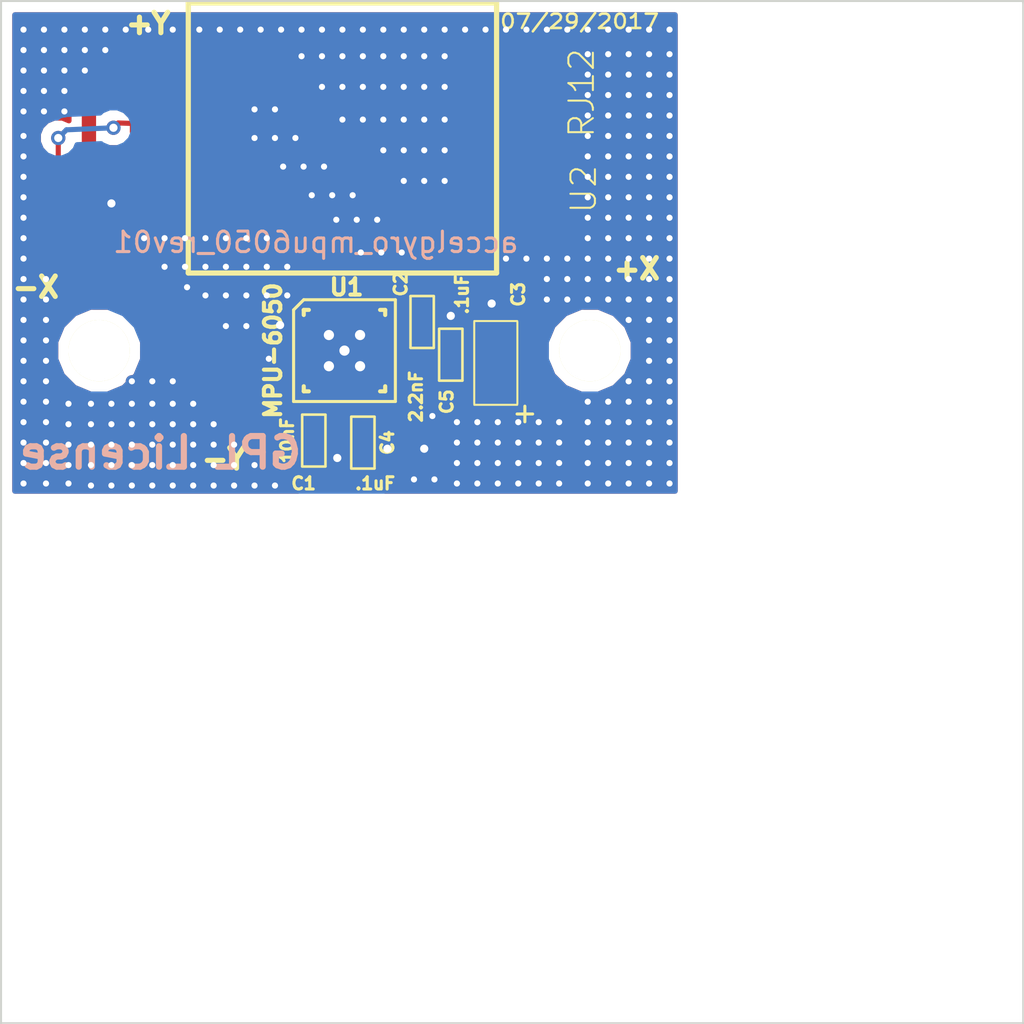
<source format=kicad_pcb>
(kicad_pcb (version 4) (host pcbnew 4.0.6-e0-6349~53~ubuntu16.04.1)

  (general
    (links 353)
    (no_connects 0)
    (area 135.149999 91.817999 185.250001 141.950001)
    (thickness 1.6)
    (drawings 12)
    (tracks 98)
    (zones 0)
    (modules 336)
    (nets 22)
  )

  (page A)
  (layers
    (0 F.Cu signal)
    (31 B.Cu signal)
    (32 B.Adhes user)
    (33 F.Adhes user)
    (34 B.Paste user)
    (35 F.Paste user)
    (36 B.SilkS user)
    (37 F.SilkS user)
    (38 B.Mask user)
    (39 F.Mask user)
    (40 Dwgs.User user)
    (41 Cmts.User user)
    (42 Eco1.User user)
    (43 Eco2.User user)
    (44 Edge.Cuts user)
  )

  (setup
    (last_trace_width 0.5)
    (user_trace_width 0.1)
    (user_trace_width 0.15)
    (user_trace_width 0.2)
    (user_trace_width 0.25)
    (user_trace_width 0.3)
    (user_trace_width 0.35)
    (user_trace_width 0.4)
    (user_trace_width 0.5)
    (user_trace_width 0.6)
    (user_trace_width 0.7)
    (user_trace_width 0.8)
    (user_trace_width 1)
    (trace_clearance 0.05)
    (zone_clearance 0.5)
    (zone_45_only no)
    (trace_min 0.1)
    (segment_width 0.2)
    (edge_width 0.1)
    (via_size 0.7)
    (via_drill 0.4)
    (via_min_size 0.7)
    (via_min_drill 0.4)
    (uvia_size 0.4)
    (uvia_drill 0.127)
    (uvias_allowed no)
    (uvia_min_size 0.4)
    (uvia_min_drill 0.127)
    (pcb_text_width 0.3)
    (pcb_text_size 1.5 1.5)
    (mod_edge_width 0.15)
    (mod_text_size 1 1)
    (mod_text_width 0.15)
    (pad_size 0.6 0.6)
    (pad_drill 0.3)
    (pad_to_mask_clearance 0)
    (aux_axis_origin 0 0)
    (visible_elements 7FFFFFFF)
    (pcbplotparams
      (layerselection 0x000fc_80000001)
      (usegerberextensions true)
      (excludeedgelayer true)
      (linewidth 0.150000)
      (plotframeref false)
      (viasonmask false)
      (mode 1)
      (useauxorigin false)
      (hpglpennumber 1)
      (hpglpenspeed 20)
      (hpglpendiameter 15)
      (hpglpenoverlay 2)
      (psnegative false)
      (psa4output false)
      (plotreference true)
      (plotvalue true)
      (plotinvisibletext false)
      (padsonsilk false)
      (subtractmaskfromsilk false)
      (outputformat 1)
      (mirror false)
      (drillshape 0)
      (scaleselection 1)
      (outputdirectory PCB))
  )

  (net 0 "")
  (net 1 GND)
  (net 2 SCL)
  (net 3 SDA)
  (net 4 Vdd)
  (net 5 "Net-(C2-Pad1)")
  (net 6 "Net-(C4-Pad1)")
  (net 7 INT)
  (net 8 "Net-(U1-Pad2)")
  (net 9 "Net-(U1-Pad3)")
  (net 10 "Net-(U1-Pad4)")
  (net 11 "Net-(U1-Pad5)")
  (net 12 "Net-(U1-Pad6)")
  (net 13 "Net-(U1-Pad7)")
  (net 14 "Net-(U1-Pad14)")
  (net 15 "Net-(U1-Pad15)")
  (net 16 "Net-(U1-Pad16)")
  (net 17 "Net-(U1-Pad17)")
  (net 18 "Net-(U1-Pad19)")
  (net 19 "Net-(U1-Pad21)")
  (net 20 "Net-(U1-Pad22)")
  (net 21 "Net-(U2-Pad5)")

  (net_class Default "This is the default net class."
    (clearance 0.05)
    (trace_width 0.5)
    (via_dia 0.7)
    (via_drill 0.4)
    (uvia_dia 0.4)
    (uvia_drill 0.127)
    (add_net GND)
    (add_net INT)
    (add_net "Net-(C2-Pad1)")
    (add_net "Net-(C4-Pad1)")
    (add_net "Net-(U1-Pad14)")
    (add_net "Net-(U1-Pad15)")
    (add_net "Net-(U1-Pad16)")
    (add_net "Net-(U1-Pad17)")
    (add_net "Net-(U1-Pad19)")
    (add_net "Net-(U1-Pad2)")
    (add_net "Net-(U1-Pad21)")
    (add_net "Net-(U1-Pad22)")
    (add_net "Net-(U1-Pad3)")
    (add_net "Net-(U1-Pad4)")
    (add_net "Net-(U1-Pad5)")
    (add_net "Net-(U1-Pad6)")
    (add_net "Net-(U1-Pad7)")
    (add_net "Net-(U2-Pad5)")
    (add_net SCL)
    (add_net SDA)
    (add_net Vdd)
  )

  (module ted_connectors:VIA-0.6mm (layer F.Cu) (tedit 57C7A46B) (tstamp 57C7B603)
    (at 152.8 104.2)
    (fp_text reference REF** (at 0 0.5) (layer F.SilkS) hide
      (effects (font (size 0.127 0.127) (thickness 0.001)))
    )
    (fp_text value VIA-0.6mm (at 0 -0.5) (layer F.Fab) hide
      (effects (font (size 0.127 0.127) (thickness 0.001)))
    )
    (pad 1 thru_hole circle (at 0 0) (size 0.6 0.6) (drill 0.3) (layers *.Cu)
      (net 1 GND) (zone_connect 2))
  )

  (module ted_connectors:VIA-0.6mm (layer F.Cu) (tedit 57C7A46B) (tstamp 57C7B5FF)
    (at 154.8 104.2)
    (fp_text reference REF** (at 0 0.5) (layer F.SilkS) hide
      (effects (font (size 0.127 0.127) (thickness 0.001)))
    )
    (fp_text value VIA-0.6mm (at 0 -0.5) (layer F.Fab) hide
      (effects (font (size 0.127 0.127) (thickness 0.001)))
    )
    (pad 1 thru_hole circle (at 0 0) (size 0.6 0.6) (drill 0.3) (layers *.Cu)
      (net 1 GND) (zone_connect 2))
  )

  (module ted_connectors:VIA-0.6mm (layer F.Cu) (tedit 57C7A46B) (tstamp 57C7B5FB)
    (at 153.8 104.2)
    (fp_text reference REF** (at 0 0.5) (layer F.SilkS) hide
      (effects (font (size 0.127 0.127) (thickness 0.001)))
    )
    (fp_text value VIA-0.6mm (at 0 -0.5) (layer F.Fab) hide
      (effects (font (size 0.127 0.127) (thickness 0.001)))
    )
    (pad 1 thru_hole circle (at 0 0) (size 0.6 0.6) (drill 0.3) (layers *.Cu)
      (net 1 GND) (zone_connect 2))
  )

  (module ted_connectors:VIA-0.6mm (layer F.Cu) (tedit 57C7A46B) (tstamp 57C7B5F7)
    (at 152.6 102.6)
    (fp_text reference REF** (at 0 0.5) (layer F.SilkS) hide
      (effects (font (size 0.127 0.127) (thickness 0.001)))
    )
    (fp_text value VIA-0.6mm (at 0 -0.5) (layer F.Fab) hide
      (effects (font (size 0.127 0.127) (thickness 0.001)))
    )
    (pad 1 thru_hole circle (at 0 0) (size 0.6 0.6) (drill 0.3) (layers *.Cu)
      (net 1 GND) (zone_connect 2))
  )

  (module ted_connectors:VIA-0.6mm (layer F.Cu) (tedit 57C7A46B) (tstamp 57C7B5F3)
    (at 153.6 102.6)
    (fp_text reference REF** (at 0 0.5) (layer F.SilkS) hide
      (effects (font (size 0.127 0.127) (thickness 0.001)))
    )
    (fp_text value VIA-0.6mm (at 0 -0.5) (layer F.Fab) hide
      (effects (font (size 0.127 0.127) (thickness 0.001)))
    )
    (pad 1 thru_hole circle (at 0 0) (size 0.6 0.6) (drill 0.3) (layers *.Cu)
      (net 1 GND) (zone_connect 2))
  )

  (module ted_connectors:VIA-0.6mm (layer F.Cu) (tedit 57C7A46B) (tstamp 57C7B5EF)
    (at 151.6 102.6)
    (fp_text reference REF** (at 0 0.5) (layer F.SilkS) hide
      (effects (font (size 0.127 0.127) (thickness 0.001)))
    )
    (fp_text value VIA-0.6mm (at 0 -0.5) (layer F.Fab) hide
      (effects (font (size 0.127 0.127) (thickness 0.001)))
    )
    (pad 1 thru_hole circle (at 0 0) (size 0.6 0.6) (drill 0.3) (layers *.Cu)
      (net 1 GND) (zone_connect 2))
  )

  (module ted_connectors:VIA-0.6mm (layer F.Cu) (tedit 57C7A46B) (tstamp 57C7B5EB)
    (at 150.4 101.4)
    (fp_text reference REF** (at 0 0.5) (layer F.SilkS) hide
      (effects (font (size 0.127 0.127) (thickness 0.001)))
    )
    (fp_text value VIA-0.6mm (at 0 -0.5) (layer F.Fab) hide
      (effects (font (size 0.127 0.127) (thickness 0.001)))
    )
    (pad 1 thru_hole circle (at 0 0) (size 0.6 0.6) (drill 0.3) (layers *.Cu)
      (net 1 GND) (zone_connect 2))
  )

  (module ted_connectors:VIA-0.6mm (layer F.Cu) (tedit 57C7A46B) (tstamp 57C7B5E7)
    (at 152.4 101.4)
    (fp_text reference REF** (at 0 0.5) (layer F.SilkS) hide
      (effects (font (size 0.127 0.127) (thickness 0.001)))
    )
    (fp_text value VIA-0.6mm (at 0 -0.5) (layer F.Fab) hide
      (effects (font (size 0.127 0.127) (thickness 0.001)))
    )
    (pad 1 thru_hole circle (at 0 0) (size 0.6 0.6) (drill 0.3) (layers *.Cu)
      (net 1 GND) (zone_connect 2))
  )

  (module ted_connectors:VIA-0.6mm (layer F.Cu) (tedit 57C7A46B) (tstamp 57C7B5E3)
    (at 151.4 101.4)
    (fp_text reference REF** (at 0 0.5) (layer F.SilkS) hide
      (effects (font (size 0.127 0.127) (thickness 0.001)))
    )
    (fp_text value VIA-0.6mm (at 0 -0.5) (layer F.Fab) hide
      (effects (font (size 0.127 0.127) (thickness 0.001)))
    )
    (pad 1 thru_hole circle (at 0 0) (size 0.6 0.6) (drill 0.3) (layers *.Cu)
      (net 1 GND) (zone_connect 2))
  )

  (module ted_connectors:VIA-0.6mm (layer F.Cu) (tedit 57C7A46B) (tstamp 57C7B5DF)
    (at 150 100)
    (fp_text reference REF** (at 0 0.5) (layer F.SilkS) hide
      (effects (font (size 0.127 0.127) (thickness 0.001)))
    )
    (fp_text value VIA-0.6mm (at 0 -0.5) (layer F.Fab) hide
      (effects (font (size 0.127 0.127) (thickness 0.001)))
    )
    (pad 1 thru_hole circle (at 0 0) (size 0.6 0.6) (drill 0.3) (layers *.Cu)
      (net 1 GND) (zone_connect 2))
  )

  (module ted_connectors:VIA-0.6mm (layer F.Cu) (tedit 57C7A46B) (tstamp 57C7B5DB)
    (at 151 100)
    (fp_text reference REF** (at 0 0.5) (layer F.SilkS) hide
      (effects (font (size 0.127 0.127) (thickness 0.001)))
    )
    (fp_text value VIA-0.6mm (at 0 -0.5) (layer F.Fab) hide
      (effects (font (size 0.127 0.127) (thickness 0.001)))
    )
    (pad 1 thru_hole circle (at 0 0) (size 0.6 0.6) (drill 0.3) (layers *.Cu)
      (net 1 GND) (zone_connect 2))
  )

  (module ted_connectors:VIA-0.6mm (layer F.Cu) (tedit 57C7A46B) (tstamp 57C7B5D7)
    (at 149 100)
    (fp_text reference REF** (at 0 0.5) (layer F.SilkS) hide
      (effects (font (size 0.127 0.127) (thickness 0.001)))
    )
    (fp_text value VIA-0.6mm (at 0 -0.5) (layer F.Fab) hide
      (effects (font (size 0.127 0.127) (thickness 0.001)))
    )
    (pad 1 thru_hole circle (at 0 0) (size 0.6 0.6) (drill 0.3) (layers *.Cu)
      (net 1 GND) (zone_connect 2))
  )

  (module ted_connectors:VIA-0.6mm (layer F.Cu) (tedit 57C7A46B) (tstamp 57C7B5D3)
    (at 148.6 97.2)
    (fp_text reference REF** (at 0 0.5) (layer F.SilkS) hide
      (effects (font (size 0.127 0.127) (thickness 0.001)))
    )
    (fp_text value VIA-0.6mm (at 0 -0.5) (layer F.Fab) hide
      (effects (font (size 0.127 0.127) (thickness 0.001)))
    )
    (pad 1 thru_hole circle (at 0 0) (size 0.6 0.6) (drill 0.3) (layers *.Cu)
      (net 1 GND) (zone_connect 2))
  )

  (module ted_connectors:VIA-0.6mm (layer F.Cu) (tedit 57C7A46B) (tstamp 57C7B5CF)
    (at 147.6 97.2)
    (fp_text reference REF** (at 0 0.5) (layer F.SilkS) hide
      (effects (font (size 0.127 0.127) (thickness 0.001)))
    )
    (fp_text value VIA-0.6mm (at 0 -0.5) (layer F.Fab) hide
      (effects (font (size 0.127 0.127) (thickness 0.001)))
    )
    (pad 1 thru_hole circle (at 0 0) (size 0.6 0.6) (drill 0.3) (layers *.Cu)
      (net 1 GND) (zone_connect 2))
  )

  (module ted_connectors:VIA-0.6mm (layer F.Cu) (tedit 57C7A46B) (tstamp 57C7B5CB)
    (at 147.6 98.6)
    (fp_text reference REF** (at 0 0.5) (layer F.SilkS) hide
      (effects (font (size 0.127 0.127) (thickness 0.001)))
    )
    (fp_text value VIA-0.6mm (at 0 -0.5) (layer F.Fab) hide
      (effects (font (size 0.127 0.127) (thickness 0.001)))
    )
    (pad 1 thru_hole circle (at 0 0) (size 0.6 0.6) (drill 0.3) (layers *.Cu)
      (net 1 GND) (zone_connect 2))
  )

  (module ted_connectors:VIA-0.6mm (layer F.Cu) (tedit 57C7A46B) (tstamp 57C7B5C7)
    (at 149.6 98.6)
    (fp_text reference REF** (at 0 0.5) (layer F.SilkS) hide
      (effects (font (size 0.127 0.127) (thickness 0.001)))
    )
    (fp_text value VIA-0.6mm (at 0 -0.5) (layer F.Fab) hide
      (effects (font (size 0.127 0.127) (thickness 0.001)))
    )
    (pad 1 thru_hole circle (at 0 0) (size 0.6 0.6) (drill 0.3) (layers *.Cu)
      (net 1 GND) (zone_connect 2))
  )

  (module ted_connectors:VIA-0.6mm (layer F.Cu) (tedit 57C7A46B) (tstamp 57C7B5C3)
    (at 148.6 98.6)
    (fp_text reference REF** (at 0 0.5) (layer F.SilkS) hide
      (effects (font (size 0.127 0.127) (thickness 0.001)))
    )
    (fp_text value VIA-0.6mm (at 0 -0.5) (layer F.Fab) hide
      (effects (font (size 0.127 0.127) (thickness 0.001)))
    )
    (pad 1 thru_hole circle (at 0 0) (size 0.6 0.6) (drill 0.3) (layers *.Cu)
      (net 1 GND) (zone_connect 2))
  )

  (module ted_connectors:VIA-0.6mm (layer F.Cu) (tedit 57C7A46B) (tstamp 57C7B5BF)
    (at 160.9 104.5)
    (fp_text reference REF** (at 0 0.5) (layer F.SilkS) hide
      (effects (font (size 0.127 0.127) (thickness 0.001)))
    )
    (fp_text value VIA-0.6mm (at 0 -0.5) (layer F.Fab) hide
      (effects (font (size 0.127 0.127) (thickness 0.001)))
    )
    (pad 1 thru_hole circle (at 0 0) (size 0.6 0.6) (drill 0.3) (layers *.Cu)
      (net 1 GND) (zone_connect 2))
  )

  (module ted_connectors:VIA-0.6mm (layer F.Cu) (tedit 57C7A46B) (tstamp 57C7B5BB)
    (at 159.9 104.5)
    (fp_text reference REF** (at 0 0.5) (layer F.SilkS) hide
      (effects (font (size 0.127 0.127) (thickness 0.001)))
    )
    (fp_text value VIA-0.6mm (at 0 -0.5) (layer F.Fab) hide
      (effects (font (size 0.127 0.127) (thickness 0.001)))
    )
    (pad 1 thru_hole circle (at 0 0) (size 0.6 0.6) (drill 0.3) (layers *.Cu)
      (net 1 GND) (zone_connect 2))
  )

  (module ted_connectors:VIA-0.6mm (layer F.Cu) (tedit 57C7A46B) (tstamp 57C7B5B7)
    (at 161.9 104.5)
    (fp_text reference REF** (at 0 0.5) (layer F.SilkS) hide
      (effects (font (size 0.127 0.127) (thickness 0.001)))
    )
    (fp_text value VIA-0.6mm (at 0 -0.5) (layer F.Fab) hide
      (effects (font (size 0.127 0.127) (thickness 0.001)))
    )
    (pad 1 thru_hole circle (at 0 0) (size 0.6 0.6) (drill 0.3) (layers *.Cu)
      (net 1 GND) (zone_connect 2))
  )

  (module ted_connectors:VIA-0.6mm (layer F.Cu) (tedit 57C7A46B) (tstamp 57C7B5B3)
    (at 162.9 104.5)
    (fp_text reference REF** (at 0 0.5) (layer F.SilkS) hide
      (effects (font (size 0.127 0.127) (thickness 0.001)))
    )
    (fp_text value VIA-0.6mm (at 0 -0.5) (layer F.Fab) hide
      (effects (font (size 0.127 0.127) (thickness 0.001)))
    )
    (pad 1 thru_hole circle (at 0 0) (size 0.6 0.6) (drill 0.3) (layers *.Cu)
      (net 1 GND) (zone_connect 2))
  )

  (module ted_connectors:VIA-0.6mm (layer F.Cu) (tedit 57C7A46B) (tstamp 57C7B5AF)
    (at 161.9 105.5)
    (fp_text reference REF** (at 0 0.5) (layer F.SilkS) hide
      (effects (font (size 0.127 0.127) (thickness 0.001)))
    )
    (fp_text value VIA-0.6mm (at 0 -0.5) (layer F.Fab) hide
      (effects (font (size 0.127 0.127) (thickness 0.001)))
    )
    (pad 1 thru_hole circle (at 0 0) (size 0.6 0.6) (drill 0.3) (layers *.Cu)
      (net 1 GND) (zone_connect 2))
  )

  (module ted_connectors:VIA-0.6mm (layer F.Cu) (tedit 57C7A46B) (tstamp 57C7B5AB)
    (at 162.9 105.5)
    (fp_text reference REF** (at 0 0.5) (layer F.SilkS) hide
      (effects (font (size 0.127 0.127) (thickness 0.001)))
    )
    (fp_text value VIA-0.6mm (at 0 -0.5) (layer F.Fab) hide
      (effects (font (size 0.127 0.127) (thickness 0.001)))
    )
    (pad 1 thru_hole circle (at 0 0) (size 0.6 0.6) (drill 0.3) (layers *.Cu)
      (net 1 GND) (zone_connect 2))
  )

  (module ted_connectors:VIA-0.6mm (layer F.Cu) (tedit 57C7A46B) (tstamp 57C7B5A7)
    (at 161.9 106.5)
    (fp_text reference REF** (at 0 0.5) (layer F.SilkS) hide
      (effects (font (size 0.127 0.127) (thickness 0.001)))
    )
    (fp_text value VIA-0.6mm (at 0 -0.5) (layer F.Fab) hide
      (effects (font (size 0.127 0.127) (thickness 0.001)))
    )
    (pad 1 thru_hole circle (at 0 0) (size 0.6 0.6) (drill 0.3) (layers *.Cu)
      (net 1 GND) (zone_connect 2))
  )

  (module ted_connectors:VIA-0.6mm (layer F.Cu) (tedit 57C7A46B) (tstamp 57C7B5A3)
    (at 162.9 106.5)
    (fp_text reference REF** (at 0 0.5) (layer F.SilkS) hide
      (effects (font (size 0.127 0.127) (thickness 0.001)))
    )
    (fp_text value VIA-0.6mm (at 0 -0.5) (layer F.Fab) hide
      (effects (font (size 0.127 0.127) (thickness 0.001)))
    )
    (pad 1 thru_hole circle (at 0 0) (size 0.6 0.6) (drill 0.3) (layers *.Cu)
      (net 1 GND) (zone_connect 2))
  )

  (module ted_connectors:VIA-0.6mm (layer F.Cu) (tedit 57C7A46B) (tstamp 57C7B59F)
    (at 148.3 109.4)
    (fp_text reference REF** (at 0 0.5) (layer F.SilkS) hide
      (effects (font (size 0.127 0.127) (thickness 0.001)))
    )
    (fp_text value VIA-0.6mm (at 0 -0.5) (layer F.Fab) hide
      (effects (font (size 0.127 0.127) (thickness 0.001)))
    )
    (pad 1 thru_hole circle (at 0 0) (size 0.6 0.6) (drill 0.3) (layers *.Cu)
      (net 1 GND) (zone_connect 2))
  )

  (module ted_connectors:VIA-0.6mm (layer F.Cu) (tedit 57C7A46B) (tstamp 57C7B596)
    (at 147.2 107.8)
    (fp_text reference REF** (at 0 0.5) (layer F.SilkS) hide
      (effects (font (size 0.127 0.127) (thickness 0.001)))
    )
    (fp_text value VIA-0.6mm (at 0 -0.5) (layer F.Fab) hide
      (effects (font (size 0.127 0.127) (thickness 0.001)))
    )
    (pad 1 thru_hole circle (at 0 0) (size 0.6 0.6) (drill 0.3) (layers *.Cu)
      (net 1 GND) (zone_connect 2))
  )

  (module ted_connectors:VIA-0.6mm (layer F.Cu) (tedit 57C7A46B) (tstamp 57C7B58D)
    (at 149.2 106.3)
    (fp_text reference REF** (at 0 0.5) (layer F.SilkS) hide
      (effects (font (size 0.127 0.127) (thickness 0.001)))
    )
    (fp_text value VIA-0.6mm (at 0 -0.5) (layer F.Fab) hide
      (effects (font (size 0.127 0.127) (thickness 0.001)))
    )
    (pad 1 thru_hole circle (at 0 0) (size 0.6 0.6) (drill 0.3) (layers *.Cu)
      (net 1 GND) (zone_connect 2))
  )

  (module ted_connectors:VIA-0.6mm (layer F.Cu) (tedit 57C7A46B) (tstamp 57C7B589)
    (at 148.2 106.3)
    (fp_text reference REF** (at 0 0.5) (layer F.SilkS) hide
      (effects (font (size 0.127 0.127) (thickness 0.001)))
    )
    (fp_text value VIA-0.6mm (at 0 -0.5) (layer F.Fab) hide
      (effects (font (size 0.127 0.127) (thickness 0.001)))
    )
    (pad 1 thru_hole circle (at 0 0) (size 0.6 0.6) (drill 0.3) (layers *.Cu)
      (net 1 GND) (zone_connect 2))
  )

  (module ted_connectors:VIA-0.6mm (layer F.Cu) (tedit 57C7A46B) (tstamp 57C7B585)
    (at 147.2 106.3)
    (fp_text reference REF** (at 0 0.5) (layer F.SilkS) hide
      (effects (font (size 0.127 0.127) (thickness 0.001)))
    )
    (fp_text value VIA-0.6mm (at 0 -0.5) (layer F.Fab) hide
      (effects (font (size 0.127 0.127) (thickness 0.001)))
    )
    (pad 1 thru_hole circle (at 0 0) (size 0.6 0.6) (drill 0.3) (layers *.Cu)
      (net 1 GND) (zone_connect 2))
  )

  (module ted_connectors:VIA-0.6mm (layer F.Cu) (tedit 57C7A46B) (tstamp 57C7B581)
    (at 146.2 106.3)
    (fp_text reference REF** (at 0 0.5) (layer F.SilkS) hide
      (effects (font (size 0.127 0.127) (thickness 0.001)))
    )
    (fp_text value VIA-0.6mm (at 0 -0.5) (layer F.Fab) hide
      (effects (font (size 0.127 0.127) (thickness 0.001)))
    )
    (pad 1 thru_hole circle (at 0 0) (size 0.6 0.6) (drill 0.3) (layers *.Cu)
      (net 1 GND) (zone_connect 2))
  )

  (module ted_connectors:VIA-0.6mm (layer F.Cu) (tedit 57C7A46B) (tstamp 57C7B57D)
    (at 145.2 106.3)
    (fp_text reference REF** (at 0 0.5) (layer F.SilkS) hide
      (effects (font (size 0.127 0.127) (thickness 0.001)))
    )
    (fp_text value VIA-0.6mm (at 0 -0.5) (layer F.Fab) hide
      (effects (font (size 0.127 0.127) (thickness 0.001)))
    )
    (pad 1 thru_hole circle (at 0 0) (size 0.6 0.6) (drill 0.3) (layers *.Cu)
      (net 1 GND) (zone_connect 2))
  )

  (module ted_connectors:VIA-0.6mm (layer F.Cu) (tedit 57C7A46B) (tstamp 57C7B579)
    (at 144.3 105.9)
    (fp_text reference REF** (at 0 0.5) (layer F.SilkS) hide
      (effects (font (size 0.127 0.127) (thickness 0.001)))
    )
    (fp_text value VIA-0.6mm (at 0 -0.5) (layer F.Fab) hide
      (effects (font (size 0.127 0.127) (thickness 0.001)))
    )
    (pad 1 thru_hole circle (at 0 0) (size 0.6 0.6) (drill 0.3) (layers *.Cu)
      (net 1 GND) (zone_connect 2))
  )

  (module ted_connectors:VIA-0.6mm (layer F.Cu) (tedit 57C7A46B) (tstamp 57C7B575)
    (at 146.2 107.8)
    (fp_text reference REF** (at 0 0.5) (layer F.SilkS) hide
      (effects (font (size 0.127 0.127) (thickness 0.001)))
    )
    (fp_text value VIA-0.6mm (at 0 -0.5) (layer F.Fab) hide
      (effects (font (size 0.127 0.127) (thickness 0.001)))
    )
    (pad 1 thru_hole circle (at 0 0) (size 0.6 0.6) (drill 0.3) (layers *.Cu)
      (net 1 GND) (zone_connect 2))
  )

  (module ted_connectors:VIA-0.6mm (layer F.Cu) (tedit 57C7A46B) (tstamp 57C7B571)
    (at 143.2 104.9)
    (fp_text reference REF** (at 0 0.5) (layer F.SilkS) hide
      (effects (font (size 0.127 0.127) (thickness 0.001)))
    )
    (fp_text value VIA-0.6mm (at 0 -0.5) (layer F.Fab) hide
      (effects (font (size 0.127 0.127) (thickness 0.001)))
    )
    (pad 1 thru_hole circle (at 0 0) (size 0.6 0.6) (drill 0.3) (layers *.Cu)
      (net 1 GND) (zone_connect 2))
  )

  (module ted_connectors:VIA-0.6mm (layer F.Cu) (tedit 57C7A46B) (tstamp 57C7B56D)
    (at 144.2 104.9)
    (fp_text reference REF** (at 0 0.5) (layer F.SilkS) hide
      (effects (font (size 0.127 0.127) (thickness 0.001)))
    )
    (fp_text value VIA-0.6mm (at 0 -0.5) (layer F.Fab) hide
      (effects (font (size 0.127 0.127) (thickness 0.001)))
    )
    (pad 1 thru_hole circle (at 0 0) (size 0.6 0.6) (drill 0.3) (layers *.Cu)
      (net 1 GND) (zone_connect 2))
  )

  (module ted_connectors:VIA-0.6mm (layer F.Cu) (tedit 57C7A46B) (tstamp 57C7B569)
    (at 145.2 104.9)
    (fp_text reference REF** (at 0 0.5) (layer F.SilkS) hide
      (effects (font (size 0.127 0.127) (thickness 0.001)))
    )
    (fp_text value VIA-0.6mm (at 0 -0.5) (layer F.Fab) hide
      (effects (font (size 0.127 0.127) (thickness 0.001)))
    )
    (pad 1 thru_hole circle (at 0 0) (size 0.6 0.6) (drill 0.3) (layers *.Cu)
      (net 1 GND) (zone_connect 2))
  )

  (module ted_connectors:VIA-0.6mm (layer F.Cu) (tedit 57C7A46B) (tstamp 57C7B565)
    (at 146.2 104.9)
    (fp_text reference REF** (at 0 0.5) (layer F.SilkS) hide
      (effects (font (size 0.127 0.127) (thickness 0.001)))
    )
    (fp_text value VIA-0.6mm (at 0 -0.5) (layer F.Fab) hide
      (effects (font (size 0.127 0.127) (thickness 0.001)))
    )
    (pad 1 thru_hole circle (at 0 0) (size 0.6 0.6) (drill 0.3) (layers *.Cu)
      (net 1 GND) (zone_connect 2))
  )

  (module ted_connectors:VIA-0.6mm (layer F.Cu) (tedit 57C7A46B) (tstamp 57C7B561)
    (at 147.2 104.9)
    (fp_text reference REF** (at 0 0.5) (layer F.SilkS) hide
      (effects (font (size 0.127 0.127) (thickness 0.001)))
    )
    (fp_text value VIA-0.6mm (at 0 -0.5) (layer F.Fab) hide
      (effects (font (size 0.127 0.127) (thickness 0.001)))
    )
    (pad 1 thru_hole circle (at 0 0) (size 0.6 0.6) (drill 0.3) (layers *.Cu)
      (net 1 GND) (zone_connect 2))
  )

  (module ted_connectors:VIA-0.6mm (layer F.Cu) (tedit 57C7A46B) (tstamp 57C7B55D)
    (at 148.2 104.9)
    (fp_text reference REF** (at 0 0.5) (layer F.SilkS) hide
      (effects (font (size 0.127 0.127) (thickness 0.001)))
    )
    (fp_text value VIA-0.6mm (at 0 -0.5) (layer F.Fab) hide
      (effects (font (size 0.127 0.127) (thickness 0.001)))
    )
    (pad 1 thru_hole circle (at 0 0) (size 0.6 0.6) (drill 0.3) (layers *.Cu)
      (net 1 GND) (zone_connect 2))
  )

  (module ted_connectors:VIA-0.6mm (layer F.Cu) (tedit 57C7A46B) (tstamp 57C7B559)
    (at 149.2 104.9)
    (fp_text reference REF** (at 0 0.5) (layer F.SilkS) hide
      (effects (font (size 0.127 0.127) (thickness 0.001)))
    )
    (fp_text value VIA-0.6mm (at 0 -0.5) (layer F.Fab) hide
      (effects (font (size 0.127 0.127) (thickness 0.001)))
    )
    (pad 1 thru_hole circle (at 0 0) (size 0.6 0.6) (drill 0.3) (layers *.Cu)
      (net 1 GND) (zone_connect 2))
  )

  (module ted_connectors:VIA-0.6mm (layer F.Cu) (tedit 57C7A46B) (tstamp 57C7B53D)
    (at 148.2 103.5)
    (fp_text reference REF** (at 0 0.5) (layer F.SilkS) hide
      (effects (font (size 0.127 0.127) (thickness 0.001)))
    )
    (fp_text value VIA-0.6mm (at 0 -0.5) (layer F.Fab) hide
      (effects (font (size 0.127 0.127) (thickness 0.001)))
    )
    (pad 1 thru_hole circle (at 0 0) (size 0.6 0.6) (drill 0.3) (layers *.Cu)
      (net 1 GND) (zone_connect 2))
  )

  (module ted_connectors:VIA-0.6mm (layer F.Cu) (tedit 57C7A46B) (tstamp 57C7B539)
    (at 147.2 103.5)
    (fp_text reference REF** (at 0 0.5) (layer F.SilkS) hide
      (effects (font (size 0.127 0.127) (thickness 0.001)))
    )
    (fp_text value VIA-0.6mm (at 0 -0.5) (layer F.Fab) hide
      (effects (font (size 0.127 0.127) (thickness 0.001)))
    )
    (pad 1 thru_hole circle (at 0 0) (size 0.6 0.6) (drill 0.3) (layers *.Cu)
      (net 1 GND) (zone_connect 2))
  )

  (module ted_connectors:VIA-0.6mm (layer F.Cu) (tedit 57C7A46B) (tstamp 57C7B535)
    (at 146.2 103.5)
    (fp_text reference REF** (at 0 0.5) (layer F.SilkS) hide
      (effects (font (size 0.127 0.127) (thickness 0.001)))
    )
    (fp_text value VIA-0.6mm (at 0 -0.5) (layer F.Fab) hide
      (effects (font (size 0.127 0.127) (thickness 0.001)))
    )
    (pad 1 thru_hole circle (at 0 0) (size 0.6 0.6) (drill 0.3) (layers *.Cu)
      (net 1 GND) (zone_connect 2))
  )

  (module ted_connectors:VIA-0.6mm (layer F.Cu) (tedit 57C7A46B) (tstamp 57C7B531)
    (at 145.2 103.5)
    (fp_text reference REF** (at 0 0.5) (layer F.SilkS) hide
      (effects (font (size 0.127 0.127) (thickness 0.001)))
    )
    (fp_text value VIA-0.6mm (at 0 -0.5) (layer F.Fab) hide
      (effects (font (size 0.127 0.127) (thickness 0.001)))
    )
    (pad 1 thru_hole circle (at 0 0) (size 0.6 0.6) (drill 0.3) (layers *.Cu)
      (net 1 GND) (zone_connect 2))
  )

  (module ted_connectors:VIA-0.6mm (layer F.Cu) (tedit 57C7A46B) (tstamp 57C7B52D)
    (at 144.2 103.5)
    (fp_text reference REF** (at 0 0.5) (layer F.SilkS) hide
      (effects (font (size 0.127 0.127) (thickness 0.001)))
    )
    (fp_text value VIA-0.6mm (at 0 -0.5) (layer F.Fab) hide
      (effects (font (size 0.127 0.127) (thickness 0.001)))
    )
    (pad 1 thru_hole circle (at 0 0) (size 0.6 0.6) (drill 0.3) (layers *.Cu)
      (net 1 GND) (zone_connect 2))
  )

  (module ted_connectors:VIA-0.6mm (layer F.Cu) (tedit 57C7A46B) (tstamp 57C7B529)
    (at 143.2 103.5)
    (fp_text reference REF** (at 0 0.5) (layer F.SilkS) hide
      (effects (font (size 0.127 0.127) (thickness 0.001)))
    )
    (fp_text value VIA-0.6mm (at 0 -0.5) (layer F.Fab) hide
      (effects (font (size 0.127 0.127) (thickness 0.001)))
    )
    (pad 1 thru_hole circle (at 0 0) (size 0.6 0.6) (drill 0.3) (layers *.Cu)
      (net 1 GND) (zone_connect 2))
  )

  (module ted_connectors:VIA-0.6mm (layer F.Cu) (tedit 57C7A46B) (tstamp 57C7B524)
    (at 142.2 103.5)
    (fp_text reference REF** (at 0 0.5) (layer F.SilkS) hide
      (effects (font (size 0.127 0.127) (thickness 0.001)))
    )
    (fp_text value VIA-0.6mm (at 0 -0.5) (layer F.Fab) hide
      (effects (font (size 0.127 0.127) (thickness 0.001)))
    )
    (pad 1 thru_hole circle (at 0 0) (size 0.6 0.6) (drill 0.3) (layers *.Cu)
      (net 1 GND) (zone_connect 2))
  )

  (module ted_connectors:VIA-0.6mm (layer F.Cu) (tedit 57C7A46B) (tstamp 57C7B518)
    (at 162.5 115.5)
    (fp_text reference REF** (at 0 0.5) (layer F.SilkS) hide
      (effects (font (size 0.127 0.127) (thickness 0.001)))
    )
    (fp_text value VIA-0.6mm (at 0 -0.5) (layer F.Fab) hide
      (effects (font (size 0.127 0.127) (thickness 0.001)))
    )
    (pad 1 thru_hole circle (at 0 0) (size 0.6 0.6) (drill 0.3) (layers *.Cu)
      (net 1 GND) (zone_connect 2))
  )

  (module ted_connectors:VIA-0.6mm (layer F.Cu) (tedit 57C7A46B) (tstamp 57C7B514)
    (at 161.5 115.5)
    (fp_text reference REF** (at 0 0.5) (layer F.SilkS) hide
      (effects (font (size 0.127 0.127) (thickness 0.001)))
    )
    (fp_text value VIA-0.6mm (at 0 -0.5) (layer F.Fab) hide
      (effects (font (size 0.127 0.127) (thickness 0.001)))
    )
    (pad 1 thru_hole circle (at 0 0) (size 0.6 0.6) (drill 0.3) (layers *.Cu)
      (net 1 GND) (zone_connect 2))
  )

  (module ted_connectors:VIA-0.6mm (layer F.Cu) (tedit 57C7A46B) (tstamp 57C7B510)
    (at 160.5 115.5)
    (fp_text reference REF** (at 0 0.5) (layer F.SilkS) hide
      (effects (font (size 0.127 0.127) (thickness 0.001)))
    )
    (fp_text value VIA-0.6mm (at 0 -0.5) (layer F.Fab) hide
      (effects (font (size 0.127 0.127) (thickness 0.001)))
    )
    (pad 1 thru_hole circle (at 0 0) (size 0.6 0.6) (drill 0.3) (layers *.Cu)
      (net 1 GND) (zone_connect 2))
  )

  (module ted_connectors:VIA-0.6mm (layer F.Cu) (tedit 57C7A46B) (tstamp 57C7B50C)
    (at 159.5 115.5)
    (fp_text reference REF** (at 0 0.5) (layer F.SilkS) hide
      (effects (font (size 0.127 0.127) (thickness 0.001)))
    )
    (fp_text value VIA-0.6mm (at 0 -0.5) (layer F.Fab) hide
      (effects (font (size 0.127 0.127) (thickness 0.001)))
    )
    (pad 1 thru_hole circle (at 0 0) (size 0.6 0.6) (drill 0.3) (layers *.Cu)
      (net 1 GND) (zone_connect 2))
  )

  (module ted_connectors:VIA-0.6mm (layer F.Cu) (tedit 57C7A46B) (tstamp 57C7B508)
    (at 158.5 115.5)
    (fp_text reference REF** (at 0 0.5) (layer F.SilkS) hide
      (effects (font (size 0.127 0.127) (thickness 0.001)))
    )
    (fp_text value VIA-0.6mm (at 0 -0.5) (layer F.Fab) hide
      (effects (font (size 0.127 0.127) (thickness 0.001)))
    )
    (pad 1 thru_hole circle (at 0 0) (size 0.6 0.6) (drill 0.3) (layers *.Cu)
      (net 1 GND) (zone_connect 2))
  )

  (module ted_connectors:VIA-0.6mm (layer F.Cu) (tedit 57C7A46B) (tstamp 57C7B504)
    (at 157.5 115.5)
    (fp_text reference REF** (at 0 0.5) (layer F.SilkS) hide
      (effects (font (size 0.127 0.127) (thickness 0.001)))
    )
    (fp_text value VIA-0.6mm (at 0 -0.5) (layer F.Fab) hide
      (effects (font (size 0.127 0.127) (thickness 0.001)))
    )
    (pad 1 thru_hole circle (at 0 0) (size 0.6 0.6) (drill 0.3) (layers *.Cu)
      (net 1 GND) (zone_connect 2))
  )

  (module ted_connectors:VIA-0.6mm (layer F.Cu) (tedit 57C7A46B) (tstamp 57C7B4FC)
    (at 162.5 114.5)
    (fp_text reference REF** (at 0 0.5) (layer F.SilkS) hide
      (effects (font (size 0.127 0.127) (thickness 0.001)))
    )
    (fp_text value VIA-0.6mm (at 0 -0.5) (layer F.Fab) hide
      (effects (font (size 0.127 0.127) (thickness 0.001)))
    )
    (pad 1 thru_hole circle (at 0 0) (size 0.6 0.6) (drill 0.3) (layers *.Cu)
      (net 1 GND) (zone_connect 2))
  )

  (module ted_connectors:VIA-0.6mm (layer F.Cu) (tedit 57C7A46B) (tstamp 57C7B4F8)
    (at 161.5 114.5)
    (fp_text reference REF** (at 0 0.5) (layer F.SilkS) hide
      (effects (font (size 0.127 0.127) (thickness 0.001)))
    )
    (fp_text value VIA-0.6mm (at 0 -0.5) (layer F.Fab) hide
      (effects (font (size 0.127 0.127) (thickness 0.001)))
    )
    (pad 1 thru_hole circle (at 0 0) (size 0.6 0.6) (drill 0.3) (layers *.Cu)
      (net 1 GND) (zone_connect 2))
  )

  (module ted_connectors:VIA-0.6mm (layer F.Cu) (tedit 57C7A46B) (tstamp 57C7B4F4)
    (at 160.5 114.5)
    (fp_text reference REF** (at 0 0.5) (layer F.SilkS) hide
      (effects (font (size 0.127 0.127) (thickness 0.001)))
    )
    (fp_text value VIA-0.6mm (at 0 -0.5) (layer F.Fab) hide
      (effects (font (size 0.127 0.127) (thickness 0.001)))
    )
    (pad 1 thru_hole circle (at 0 0) (size 0.6 0.6) (drill 0.3) (layers *.Cu)
      (net 1 GND) (zone_connect 2))
  )

  (module ted_connectors:VIA-0.6mm (layer F.Cu) (tedit 57C7A46B) (tstamp 57C7B4F0)
    (at 159.5 114.5)
    (fp_text reference REF** (at 0 0.5) (layer F.SilkS) hide
      (effects (font (size 0.127 0.127) (thickness 0.001)))
    )
    (fp_text value VIA-0.6mm (at 0 -0.5) (layer F.Fab) hide
      (effects (font (size 0.127 0.127) (thickness 0.001)))
    )
    (pad 1 thru_hole circle (at 0 0) (size 0.6 0.6) (drill 0.3) (layers *.Cu)
      (net 1 GND) (zone_connect 2))
  )

  (module ted_connectors:VIA-0.6mm (layer F.Cu) (tedit 57C7A46B) (tstamp 57C7B4EC)
    (at 158.5 114.5)
    (fp_text reference REF** (at 0 0.5) (layer F.SilkS) hide
      (effects (font (size 0.127 0.127) (thickness 0.001)))
    )
    (fp_text value VIA-0.6mm (at 0 -0.5) (layer F.Fab) hide
      (effects (font (size 0.127 0.127) (thickness 0.001)))
    )
    (pad 1 thru_hole circle (at 0 0) (size 0.6 0.6) (drill 0.3) (layers *.Cu)
      (net 1 GND) (zone_connect 2))
  )

  (module ted_connectors:VIA-0.6mm (layer F.Cu) (tedit 57C7A46B) (tstamp 57C7B4E8)
    (at 157.5 114.5)
    (fp_text reference REF** (at 0 0.5) (layer F.SilkS) hide
      (effects (font (size 0.127 0.127) (thickness 0.001)))
    )
    (fp_text value VIA-0.6mm (at 0 -0.5) (layer F.Fab) hide
      (effects (font (size 0.127 0.127) (thickness 0.001)))
    )
    (pad 1 thru_hole circle (at 0 0) (size 0.6 0.6) (drill 0.3) (layers *.Cu)
      (net 1 GND) (zone_connect 2))
  )

  (module ted_connectors:VIA-0.6mm (layer F.Cu) (tedit 57C7A46B) (tstamp 57C7B4E0)
    (at 162.5 113.5)
    (fp_text reference REF** (at 0 0.5) (layer F.SilkS) hide
      (effects (font (size 0.127 0.127) (thickness 0.001)))
    )
    (fp_text value VIA-0.6mm (at 0 -0.5) (layer F.Fab) hide
      (effects (font (size 0.127 0.127) (thickness 0.001)))
    )
    (pad 1 thru_hole circle (at 0 0) (size 0.6 0.6) (drill 0.3) (layers *.Cu)
      (net 1 GND) (zone_connect 2))
  )

  (module ted_connectors:VIA-0.6mm (layer F.Cu) (tedit 57C7A46B) (tstamp 57C7B4DC)
    (at 161.5 113.5)
    (fp_text reference REF** (at 0 0.5) (layer F.SilkS) hide
      (effects (font (size 0.127 0.127) (thickness 0.001)))
    )
    (fp_text value VIA-0.6mm (at 0 -0.5) (layer F.Fab) hide
      (effects (font (size 0.127 0.127) (thickness 0.001)))
    )
    (pad 1 thru_hole circle (at 0 0) (size 0.6 0.6) (drill 0.3) (layers *.Cu)
      (net 1 GND) (zone_connect 2))
  )

  (module ted_connectors:VIA-0.6mm (layer F.Cu) (tedit 57C7A46B) (tstamp 57C7B4D8)
    (at 160.5 113.5)
    (fp_text reference REF** (at 0 0.5) (layer F.SilkS) hide
      (effects (font (size 0.127 0.127) (thickness 0.001)))
    )
    (fp_text value VIA-0.6mm (at 0 -0.5) (layer F.Fab) hide
      (effects (font (size 0.127 0.127) (thickness 0.001)))
    )
    (pad 1 thru_hole circle (at 0 0) (size 0.6 0.6) (drill 0.3) (layers *.Cu)
      (net 1 GND) (zone_connect 2))
  )

  (module ted_connectors:VIA-0.6mm (layer F.Cu) (tedit 57C7A46B) (tstamp 57C7B4D4)
    (at 159.5 113.5)
    (fp_text reference REF** (at 0 0.5) (layer F.SilkS) hide
      (effects (font (size 0.127 0.127) (thickness 0.001)))
    )
    (fp_text value VIA-0.6mm (at 0 -0.5) (layer F.Fab) hide
      (effects (font (size 0.127 0.127) (thickness 0.001)))
    )
    (pad 1 thru_hole circle (at 0 0) (size 0.6 0.6) (drill 0.3) (layers *.Cu)
      (net 1 GND) (zone_connect 2))
  )

  (module ted_connectors:VIA-0.6mm (layer F.Cu) (tedit 57C7A46B) (tstamp 57C7B4D0)
    (at 158.5 113.5)
    (fp_text reference REF** (at 0 0.5) (layer F.SilkS) hide
      (effects (font (size 0.127 0.127) (thickness 0.001)))
    )
    (fp_text value VIA-0.6mm (at 0 -0.5) (layer F.Fab) hide
      (effects (font (size 0.127 0.127) (thickness 0.001)))
    )
    (pad 1 thru_hole circle (at 0 0) (size 0.6 0.6) (drill 0.3) (layers *.Cu)
      (net 1 GND) (zone_connect 2))
  )

  (module ted_connectors:VIA-0.6mm (layer F.Cu) (tedit 57C7A46B) (tstamp 57C7B4CC)
    (at 157.5 113.5)
    (fp_text reference REF** (at 0 0.5) (layer F.SilkS) hide
      (effects (font (size 0.127 0.127) (thickness 0.001)))
    )
    (fp_text value VIA-0.6mm (at 0 -0.5) (layer F.Fab) hide
      (effects (font (size 0.127 0.127) (thickness 0.001)))
    )
    (pad 1 thru_hole circle (at 0 0) (size 0.6 0.6) (drill 0.3) (layers *.Cu)
      (net 1 GND) (zone_connect 2))
  )

  (module ted_connectors:VIA-0.6mm (layer F.Cu) (tedit 57C7A46B) (tstamp 57C7B4C4)
    (at 162.5 112.5)
    (fp_text reference REF** (at 0 0.5) (layer F.SilkS) hide
      (effects (font (size 0.127 0.127) (thickness 0.001)))
    )
    (fp_text value VIA-0.6mm (at 0 -0.5) (layer F.Fab) hide
      (effects (font (size 0.127 0.127) (thickness 0.001)))
    )
    (pad 1 thru_hole circle (at 0 0) (size 0.6 0.6) (drill 0.3) (layers *.Cu)
      (net 1 GND) (zone_connect 2))
  )

  (module ted_connectors:VIA-0.6mm (layer F.Cu) (tedit 57C7A46B) (tstamp 57C7B4C0)
    (at 161.5 112.5)
    (fp_text reference REF** (at 0 0.5) (layer F.SilkS) hide
      (effects (font (size 0.127 0.127) (thickness 0.001)))
    )
    (fp_text value VIA-0.6mm (at 0 -0.5) (layer F.Fab) hide
      (effects (font (size 0.127 0.127) (thickness 0.001)))
    )
    (pad 1 thru_hole circle (at 0 0) (size 0.6 0.6) (drill 0.3) (layers *.Cu)
      (net 1 GND) (zone_connect 2))
  )

  (module ted_connectors:VIA-0.6mm (layer F.Cu) (tedit 57C7A46B) (tstamp 57C7B4BC)
    (at 160.5 112.5)
    (fp_text reference REF** (at 0 0.5) (layer F.SilkS) hide
      (effects (font (size 0.127 0.127) (thickness 0.001)))
    )
    (fp_text value VIA-0.6mm (at 0 -0.5) (layer F.Fab) hide
      (effects (font (size 0.127 0.127) (thickness 0.001)))
    )
    (pad 1 thru_hole circle (at 0 0) (size 0.6 0.6) (drill 0.3) (layers *.Cu)
      (net 1 GND) (zone_connect 2))
  )

  (module ted_connectors:VIA-0.6mm (layer F.Cu) (tedit 57C7A46B) (tstamp 57C7B4B8)
    (at 159.5 112.5)
    (fp_text reference REF** (at 0 0.5) (layer F.SilkS) hide
      (effects (font (size 0.127 0.127) (thickness 0.001)))
    )
    (fp_text value VIA-0.6mm (at 0 -0.5) (layer F.Fab) hide
      (effects (font (size 0.127 0.127) (thickness 0.001)))
    )
    (pad 1 thru_hole circle (at 0 0) (size 0.6 0.6) (drill 0.3) (layers *.Cu)
      (net 1 GND) (zone_connect 2))
  )

  (module ted_connectors:VIA-0.6mm (layer F.Cu) (tedit 57C7A46B) (tstamp 57C7B4B4)
    (at 158.5 112.5)
    (fp_text reference REF** (at 0 0.5) (layer F.SilkS) hide
      (effects (font (size 0.127 0.127) (thickness 0.001)))
    )
    (fp_text value VIA-0.6mm (at 0 -0.5) (layer F.Fab) hide
      (effects (font (size 0.127 0.127) (thickness 0.001)))
    )
    (pad 1 thru_hole circle (at 0 0) (size 0.6 0.6) (drill 0.3) (layers *.Cu)
      (net 1 GND) (zone_connect 2))
  )

  (module ted_connectors:VIA-0.6mm (layer F.Cu) (tedit 57C7A46B) (tstamp 57C7B413)
    (at 157.5 112.5)
    (fp_text reference REF** (at 0 0.5) (layer F.SilkS) hide
      (effects (font (size 0.127 0.127) (thickness 0.001)))
    )
    (fp_text value VIA-0.6mm (at 0 -0.5) (layer F.Fab) hide
      (effects (font (size 0.127 0.127) (thickness 0.001)))
    )
    (pad 1 thru_hole circle (at 0 0) (size 0.6 0.6) (drill 0.3) (layers *.Cu)
      (net 1 GND) (zone_connect 2))
  )

  (module ted_connectors:VIA-0.6mm (layer F.Cu) (tedit 57C7A46B) (tstamp 57C7B3C9)
    (at 167.9 115.5)
    (fp_text reference REF** (at 0 0.5) (layer F.SilkS) hide
      (effects (font (size 0.127 0.127) (thickness 0.001)))
    )
    (fp_text value VIA-0.6mm (at 0 -0.5) (layer F.Fab) hide
      (effects (font (size 0.127 0.127) (thickness 0.001)))
    )
    (pad 1 thru_hole circle (at 0 0) (size 0.6 0.6) (drill 0.3) (layers *.Cu)
      (net 1 GND) (zone_connect 2))
  )

  (module ted_connectors:VIA-0.6mm (layer F.Cu) (tedit 57C7A46B) (tstamp 57C7B3C5)
    (at 166.9 115.5)
    (fp_text reference REF** (at 0 0.5) (layer F.SilkS) hide
      (effects (font (size 0.127 0.127) (thickness 0.001)))
    )
    (fp_text value VIA-0.6mm (at 0 -0.5) (layer F.Fab) hide
      (effects (font (size 0.127 0.127) (thickness 0.001)))
    )
    (pad 1 thru_hole circle (at 0 0) (size 0.6 0.6) (drill 0.3) (layers *.Cu)
      (net 1 GND) (zone_connect 2))
  )

  (module ted_connectors:VIA-0.6mm (layer F.Cu) (tedit 57C7A46B) (tstamp 57C7B3C1)
    (at 165.9 115.5)
    (fp_text reference REF** (at 0 0.5) (layer F.SilkS) hide
      (effects (font (size 0.127 0.127) (thickness 0.001)))
    )
    (fp_text value VIA-0.6mm (at 0 -0.5) (layer F.Fab) hide
      (effects (font (size 0.127 0.127) (thickness 0.001)))
    )
    (pad 1 thru_hole circle (at 0 0) (size 0.6 0.6) (drill 0.3) (layers *.Cu)
      (net 1 GND) (zone_connect 2))
  )

  (module ted_connectors:VIA-0.6mm (layer F.Cu) (tedit 57C7A46B) (tstamp 57C7B3BD)
    (at 164.9 115.5)
    (fp_text reference REF** (at 0 0.5) (layer F.SilkS) hide
      (effects (font (size 0.127 0.127) (thickness 0.001)))
    )
    (fp_text value VIA-0.6mm (at 0 -0.5) (layer F.Fab) hide
      (effects (font (size 0.127 0.127) (thickness 0.001)))
    )
    (pad 1 thru_hole circle (at 0 0) (size 0.6 0.6) (drill 0.3) (layers *.Cu)
      (net 1 GND) (zone_connect 2))
  )

  (module ted_connectors:VIA-0.6mm (layer F.Cu) (tedit 57C7A46B) (tstamp 57C7B3B9)
    (at 163.9 115.5)
    (fp_text reference REF** (at 0 0.5) (layer F.SilkS) hide
      (effects (font (size 0.127 0.127) (thickness 0.001)))
    )
    (fp_text value VIA-0.6mm (at 0 -0.5) (layer F.Fab) hide
      (effects (font (size 0.127 0.127) (thickness 0.001)))
    )
    (pad 1 thru_hole circle (at 0 0) (size 0.6 0.6) (drill 0.3) (layers *.Cu)
      (net 1 GND) (zone_connect 2))
  )

  (module ted_connectors:VIA-0.6mm (layer F.Cu) (tedit 57C7A46B) (tstamp 57C7B3B5)
    (at 167.9 114.5)
    (fp_text reference REF** (at 0 0.5) (layer F.SilkS) hide
      (effects (font (size 0.127 0.127) (thickness 0.001)))
    )
    (fp_text value VIA-0.6mm (at 0 -0.5) (layer F.Fab) hide
      (effects (font (size 0.127 0.127) (thickness 0.001)))
    )
    (pad 1 thru_hole circle (at 0 0) (size 0.6 0.6) (drill 0.3) (layers *.Cu)
      (net 1 GND) (zone_connect 2))
  )

  (module ted_connectors:VIA-0.6mm (layer F.Cu) (tedit 57C7A46B) (tstamp 57C7B3B1)
    (at 166.9 114.5)
    (fp_text reference REF** (at 0 0.5) (layer F.SilkS) hide
      (effects (font (size 0.127 0.127) (thickness 0.001)))
    )
    (fp_text value VIA-0.6mm (at 0 -0.5) (layer F.Fab) hide
      (effects (font (size 0.127 0.127) (thickness 0.001)))
    )
    (pad 1 thru_hole circle (at 0 0) (size 0.6 0.6) (drill 0.3) (layers *.Cu)
      (net 1 GND) (zone_connect 2))
  )

  (module ted_connectors:VIA-0.6mm (layer F.Cu) (tedit 57C7A46B) (tstamp 57C7B3AD)
    (at 165.9 114.5)
    (fp_text reference REF** (at 0 0.5) (layer F.SilkS) hide
      (effects (font (size 0.127 0.127) (thickness 0.001)))
    )
    (fp_text value VIA-0.6mm (at 0 -0.5) (layer F.Fab) hide
      (effects (font (size 0.127 0.127) (thickness 0.001)))
    )
    (pad 1 thru_hole circle (at 0 0) (size 0.6 0.6) (drill 0.3) (layers *.Cu)
      (net 1 GND) (zone_connect 2))
  )

  (module ted_connectors:VIA-0.6mm (layer F.Cu) (tedit 57C7A46B) (tstamp 57C7B3A9)
    (at 164.9 114.5)
    (fp_text reference REF** (at 0 0.5) (layer F.SilkS) hide
      (effects (font (size 0.127 0.127) (thickness 0.001)))
    )
    (fp_text value VIA-0.6mm (at 0 -0.5) (layer F.Fab) hide
      (effects (font (size 0.127 0.127) (thickness 0.001)))
    )
    (pad 1 thru_hole circle (at 0 0) (size 0.6 0.6) (drill 0.3) (layers *.Cu)
      (net 1 GND) (zone_connect 2))
  )

  (module ted_connectors:VIA-0.6mm (layer F.Cu) (tedit 57C7A46B) (tstamp 57C7B3A5)
    (at 163.9 114.5)
    (fp_text reference REF** (at 0 0.5) (layer F.SilkS) hide
      (effects (font (size 0.127 0.127) (thickness 0.001)))
    )
    (fp_text value VIA-0.6mm (at 0 -0.5) (layer F.Fab) hide
      (effects (font (size 0.127 0.127) (thickness 0.001)))
    )
    (pad 1 thru_hole circle (at 0 0) (size 0.6 0.6) (drill 0.3) (layers *.Cu)
      (net 1 GND) (zone_connect 2))
  )

  (module ted_connectors:VIA-0.6mm (layer F.Cu) (tedit 57C7A46B) (tstamp 57C7B3A1)
    (at 167.9 113.5)
    (fp_text reference REF** (at 0 0.5) (layer F.SilkS) hide
      (effects (font (size 0.127 0.127) (thickness 0.001)))
    )
    (fp_text value VIA-0.6mm (at 0 -0.5) (layer F.Fab) hide
      (effects (font (size 0.127 0.127) (thickness 0.001)))
    )
    (pad 1 thru_hole circle (at 0 0) (size 0.6 0.6) (drill 0.3) (layers *.Cu)
      (net 1 GND) (zone_connect 2))
  )

  (module ted_connectors:VIA-0.6mm (layer F.Cu) (tedit 57C7A46B) (tstamp 57C7B39D)
    (at 166.9 113.5)
    (fp_text reference REF** (at 0 0.5) (layer F.SilkS) hide
      (effects (font (size 0.127 0.127) (thickness 0.001)))
    )
    (fp_text value VIA-0.6mm (at 0 -0.5) (layer F.Fab) hide
      (effects (font (size 0.127 0.127) (thickness 0.001)))
    )
    (pad 1 thru_hole circle (at 0 0) (size 0.6 0.6) (drill 0.3) (layers *.Cu)
      (net 1 GND) (zone_connect 2))
  )

  (module ted_connectors:VIA-0.6mm (layer F.Cu) (tedit 57C7A46B) (tstamp 57C7B399)
    (at 165.9 113.5)
    (fp_text reference REF** (at 0 0.5) (layer F.SilkS) hide
      (effects (font (size 0.127 0.127) (thickness 0.001)))
    )
    (fp_text value VIA-0.6mm (at 0 -0.5) (layer F.Fab) hide
      (effects (font (size 0.127 0.127) (thickness 0.001)))
    )
    (pad 1 thru_hole circle (at 0 0) (size 0.6 0.6) (drill 0.3) (layers *.Cu)
      (net 1 GND) (zone_connect 2))
  )

  (module ted_connectors:VIA-0.6mm (layer F.Cu) (tedit 57C7A46B) (tstamp 57C7B395)
    (at 164.9 113.5)
    (fp_text reference REF** (at 0 0.5) (layer F.SilkS) hide
      (effects (font (size 0.127 0.127) (thickness 0.001)))
    )
    (fp_text value VIA-0.6mm (at 0 -0.5) (layer F.Fab) hide
      (effects (font (size 0.127 0.127) (thickness 0.001)))
    )
    (pad 1 thru_hole circle (at 0 0) (size 0.6 0.6) (drill 0.3) (layers *.Cu)
      (net 1 GND) (zone_connect 2))
  )

  (module ted_connectors:VIA-0.6mm (layer F.Cu) (tedit 57C7A46B) (tstamp 57C7B391)
    (at 163.9 113.5)
    (fp_text reference REF** (at 0 0.5) (layer F.SilkS) hide
      (effects (font (size 0.127 0.127) (thickness 0.001)))
    )
    (fp_text value VIA-0.6mm (at 0 -0.5) (layer F.Fab) hide
      (effects (font (size 0.127 0.127) (thickness 0.001)))
    )
    (pad 1 thru_hole circle (at 0 0) (size 0.6 0.6) (drill 0.3) (layers *.Cu)
      (net 1 GND) (zone_connect 2))
  )

  (module ted_connectors:VIA-0.6mm (layer F.Cu) (tedit 57C7A46B) (tstamp 57C7B38D)
    (at 167.9 112.5)
    (fp_text reference REF** (at 0 0.5) (layer F.SilkS) hide
      (effects (font (size 0.127 0.127) (thickness 0.001)))
    )
    (fp_text value VIA-0.6mm (at 0 -0.5) (layer F.Fab) hide
      (effects (font (size 0.127 0.127) (thickness 0.001)))
    )
    (pad 1 thru_hole circle (at 0 0) (size 0.6 0.6) (drill 0.3) (layers *.Cu)
      (net 1 GND) (zone_connect 2))
  )

  (module ted_connectors:VIA-0.6mm (layer F.Cu) (tedit 57C7A46B) (tstamp 57C7B389)
    (at 166.9 112.5)
    (fp_text reference REF** (at 0 0.5) (layer F.SilkS) hide
      (effects (font (size 0.127 0.127) (thickness 0.001)))
    )
    (fp_text value VIA-0.6mm (at 0 -0.5) (layer F.Fab) hide
      (effects (font (size 0.127 0.127) (thickness 0.001)))
    )
    (pad 1 thru_hole circle (at 0 0) (size 0.6 0.6) (drill 0.3) (layers *.Cu)
      (net 1 GND) (zone_connect 2))
  )

  (module ted_connectors:VIA-0.6mm (layer F.Cu) (tedit 57C7A46B) (tstamp 57C7B385)
    (at 165.9 112.5)
    (fp_text reference REF** (at 0 0.5) (layer F.SilkS) hide
      (effects (font (size 0.127 0.127) (thickness 0.001)))
    )
    (fp_text value VIA-0.6mm (at 0 -0.5) (layer F.Fab) hide
      (effects (font (size 0.127 0.127) (thickness 0.001)))
    )
    (pad 1 thru_hole circle (at 0 0) (size 0.6 0.6) (drill 0.3) (layers *.Cu)
      (net 1 GND) (zone_connect 2))
  )

  (module ted_connectors:VIA-0.6mm (layer F.Cu) (tedit 57C7A46B) (tstamp 57C7B381)
    (at 164.9 112.5)
    (fp_text reference REF** (at 0 0.5) (layer F.SilkS) hide
      (effects (font (size 0.127 0.127) (thickness 0.001)))
    )
    (fp_text value VIA-0.6mm (at 0 -0.5) (layer F.Fab) hide
      (effects (font (size 0.127 0.127) (thickness 0.001)))
    )
    (pad 1 thru_hole circle (at 0 0) (size 0.6 0.6) (drill 0.3) (layers *.Cu)
      (net 1 GND) (zone_connect 2))
  )

  (module ted_connectors:VIA-0.6mm (layer F.Cu) (tedit 57C7A46B) (tstamp 57C7B37D)
    (at 163.9 112.5)
    (fp_text reference REF** (at 0 0.5) (layer F.SilkS) hide
      (effects (font (size 0.127 0.127) (thickness 0.001)))
    )
    (fp_text value VIA-0.6mm (at 0 -0.5) (layer F.Fab) hide
      (effects (font (size 0.127 0.127) (thickness 0.001)))
    )
    (pad 1 thru_hole circle (at 0 0) (size 0.6 0.6) (drill 0.3) (layers *.Cu)
      (net 1 GND) (zone_connect 2))
  )

  (module ted_connectors:VIA-0.6mm (layer F.Cu) (tedit 57C7A46B) (tstamp 57C7B379)
    (at 167.9 111.5)
    (fp_text reference REF** (at 0 0.5) (layer F.SilkS) hide
      (effects (font (size 0.127 0.127) (thickness 0.001)))
    )
    (fp_text value VIA-0.6mm (at 0 -0.5) (layer F.Fab) hide
      (effects (font (size 0.127 0.127) (thickness 0.001)))
    )
    (pad 1 thru_hole circle (at 0 0) (size 0.6 0.6) (drill 0.3) (layers *.Cu)
      (net 1 GND) (zone_connect 2))
  )

  (module ted_connectors:VIA-0.6mm (layer F.Cu) (tedit 57C7A46B) (tstamp 57C7B375)
    (at 166.9 111.5)
    (fp_text reference REF** (at 0 0.5) (layer F.SilkS) hide
      (effects (font (size 0.127 0.127) (thickness 0.001)))
    )
    (fp_text value VIA-0.6mm (at 0 -0.5) (layer F.Fab) hide
      (effects (font (size 0.127 0.127) (thickness 0.001)))
    )
    (pad 1 thru_hole circle (at 0 0) (size 0.6 0.6) (drill 0.3) (layers *.Cu)
      (net 1 GND) (zone_connect 2))
  )

  (module ted_connectors:VIA-0.6mm (layer F.Cu) (tedit 57C7A46B) (tstamp 57C7B371)
    (at 165.9 111.5)
    (fp_text reference REF** (at 0 0.5) (layer F.SilkS) hide
      (effects (font (size 0.127 0.127) (thickness 0.001)))
    )
    (fp_text value VIA-0.6mm (at 0 -0.5) (layer F.Fab) hide
      (effects (font (size 0.127 0.127) (thickness 0.001)))
    )
    (pad 1 thru_hole circle (at 0 0) (size 0.6 0.6) (drill 0.3) (layers *.Cu)
      (net 1 GND) (zone_connect 2))
  )

  (module ted_connectors:VIA-0.6mm (layer F.Cu) (tedit 57C7A46B) (tstamp 57C7B36D)
    (at 164.9 111.5)
    (fp_text reference REF** (at 0 0.5) (layer F.SilkS) hide
      (effects (font (size 0.127 0.127) (thickness 0.001)))
    )
    (fp_text value VIA-0.6mm (at 0 -0.5) (layer F.Fab) hide
      (effects (font (size 0.127 0.127) (thickness 0.001)))
    )
    (pad 1 thru_hole circle (at 0 0) (size 0.6 0.6) (drill 0.3) (layers *.Cu)
      (net 1 GND) (zone_connect 2))
  )

  (module ted_connectors:VIA-0.6mm (layer F.Cu) (tedit 57C7A46B) (tstamp 57C7B369)
    (at 163.9 111.5)
    (fp_text reference REF** (at 0 0.5) (layer F.SilkS) hide
      (effects (font (size 0.127 0.127) (thickness 0.001)))
    )
    (fp_text value VIA-0.6mm (at 0 -0.5) (layer F.Fab) hide
      (effects (font (size 0.127 0.127) (thickness 0.001)))
    )
    (pad 1 thru_hole circle (at 0 0) (size 0.6 0.6) (drill 0.3) (layers *.Cu)
      (net 1 GND) (zone_connect 2))
  )

  (module ted_connectors:VIA-0.6mm (layer F.Cu) (tedit 57C7A46B) (tstamp 57C7B365)
    (at 167.9 110.5)
    (fp_text reference REF** (at 0 0.5) (layer F.SilkS) hide
      (effects (font (size 0.127 0.127) (thickness 0.001)))
    )
    (fp_text value VIA-0.6mm (at 0 -0.5) (layer F.Fab) hide
      (effects (font (size 0.127 0.127) (thickness 0.001)))
    )
    (pad 1 thru_hole circle (at 0 0) (size 0.6 0.6) (drill 0.3) (layers *.Cu)
      (net 1 GND) (zone_connect 2))
  )

  (module ted_connectors:VIA-0.6mm (layer F.Cu) (tedit 57C7A46B) (tstamp 57C7B361)
    (at 166.9 110.5)
    (fp_text reference REF** (at 0 0.5) (layer F.SilkS) hide
      (effects (font (size 0.127 0.127) (thickness 0.001)))
    )
    (fp_text value VIA-0.6mm (at 0 -0.5) (layer F.Fab) hide
      (effects (font (size 0.127 0.127) (thickness 0.001)))
    )
    (pad 1 thru_hole circle (at 0 0) (size 0.6 0.6) (drill 0.3) (layers *.Cu)
      (net 1 GND) (zone_connect 2))
  )

  (module ted_connectors:VIA-0.6mm (layer F.Cu) (tedit 57C7A46B) (tstamp 57C7B35D)
    (at 165.9 110.5)
    (fp_text reference REF** (at 0 0.5) (layer F.SilkS) hide
      (effects (font (size 0.127 0.127) (thickness 0.001)))
    )
    (fp_text value VIA-0.6mm (at 0 -0.5) (layer F.Fab) hide
      (effects (font (size 0.127 0.127) (thickness 0.001)))
    )
    (pad 1 thru_hole circle (at 0 0) (size 0.6 0.6) (drill 0.3) (layers *.Cu)
      (net 1 GND) (zone_connect 2))
  )

  (module ted_connectors:VIA-0.6mm (layer F.Cu) (tedit 57C7A46B) (tstamp 57C7B355)
    (at 156.3 112.2)
    (fp_text reference REF** (at 0 0.5) (layer F.SilkS) hide
      (effects (font (size 0.127 0.127) (thickness 0.001)))
    )
    (fp_text value VIA-0.6mm (at 0 -0.5) (layer F.Fab) hide
      (effects (font (size 0.127 0.127) (thickness 0.001)))
    )
    (pad 1 thru_hole circle (at 0 0) (size 0.6 0.6) (drill 0.3) (layers *.Cu)
      (net 1 GND) (zone_connect 2))
  )

  (module ted_connectors:VIA-0.6mm (layer F.Cu) (tedit 57C7A46B) (tstamp 57C7B351)
    (at 167.9 109.5)
    (fp_text reference REF** (at 0 0.5) (layer F.SilkS) hide
      (effects (font (size 0.127 0.127) (thickness 0.001)))
    )
    (fp_text value VIA-0.6mm (at 0 -0.5) (layer F.Fab) hide
      (effects (font (size 0.127 0.127) (thickness 0.001)))
    )
    (pad 1 thru_hole circle (at 0 0) (size 0.6 0.6) (drill 0.3) (layers *.Cu)
      (net 1 GND) (zone_connect 2))
  )

  (module ted_connectors:VIA-0.6mm (layer F.Cu) (tedit 57C7A46B) (tstamp 57C7B34D)
    (at 166.9 109.5)
    (fp_text reference REF** (at 0 0.5) (layer F.SilkS) hide
      (effects (font (size 0.127 0.127) (thickness 0.001)))
    )
    (fp_text value VIA-0.6mm (at 0 -0.5) (layer F.Fab) hide
      (effects (font (size 0.127 0.127) (thickness 0.001)))
    )
    (pad 1 thru_hole circle (at 0 0) (size 0.6 0.6) (drill 0.3) (layers *.Cu)
      (net 1 GND) (zone_connect 2))
  )

  (module ted_connectors:VIA-0.6mm (layer F.Cu) (tedit 57C7A46B) (tstamp 57C7B345)
    (at 155.4 115.3)
    (fp_text reference REF** (at 0 0.5) (layer F.SilkS) hide
      (effects (font (size 0.127 0.127) (thickness 0.001)))
    )
    (fp_text value VIA-0.6mm (at 0 -0.5) (layer F.Fab) hide
      (effects (font (size 0.127 0.127) (thickness 0.001)))
    )
    (pad 1 thru_hole circle (at 0 0) (size 0.6 0.6) (drill 0.3) (layers *.Cu)
      (net 1 GND) (zone_connect 2))
  )

  (module ted_connectors:VIA-0.6mm (layer F.Cu) (tedit 57C7A46B) (tstamp 57C7B33D)
    (at 167.9 108.5)
    (fp_text reference REF** (at 0 0.5) (layer F.SilkS) hide
      (effects (font (size 0.127 0.127) (thickness 0.001)))
    )
    (fp_text value VIA-0.6mm (at 0 -0.5) (layer F.Fab) hide
      (effects (font (size 0.127 0.127) (thickness 0.001)))
    )
    (pad 1 thru_hole circle (at 0 0) (size 0.6 0.6) (drill 0.3) (layers *.Cu)
      (net 1 GND) (zone_connect 2))
  )

  (module ted_connectors:VIA-0.6mm (layer F.Cu) (tedit 57C7A46B) (tstamp 57C7B339)
    (at 166.9 108.5)
    (fp_text reference REF** (at 0 0.5) (layer F.SilkS) hide
      (effects (font (size 0.127 0.127) (thickness 0.001)))
    )
    (fp_text value VIA-0.6mm (at 0 -0.5) (layer F.Fab) hide
      (effects (font (size 0.127 0.127) (thickness 0.001)))
    )
    (pad 1 thru_hole circle (at 0 0) (size 0.6 0.6) (drill 0.3) (layers *.Cu)
      (net 1 GND) (zone_connect 2))
  )

  (module ted_connectors:VIA-0.6mm (layer F.Cu) (tedit 57C7A46B) (tstamp 57C7B331)
    (at 156.4 115.3)
    (fp_text reference REF** (at 0 0.5) (layer F.SilkS) hide
      (effects (font (size 0.127 0.127) (thickness 0.001)))
    )
    (fp_text value VIA-0.6mm (at 0 -0.5) (layer F.Fab) hide
      (effects (font (size 0.127 0.127) (thickness 0.001)))
    )
    (pad 1 thru_hole circle (at 0 0) (size 0.6 0.6) (drill 0.3) (layers *.Cu)
      (net 1 GND) (zone_connect 2))
  )

  (module ted_connectors:VIA-0.6mm (layer F.Cu) (tedit 57C7A46B) (tstamp 57C7B329)
    (at 167.9 107.5)
    (fp_text reference REF** (at 0 0.5) (layer F.SilkS) hide
      (effects (font (size 0.127 0.127) (thickness 0.001)))
    )
    (fp_text value VIA-0.6mm (at 0 -0.5) (layer F.Fab) hide
      (effects (font (size 0.127 0.127) (thickness 0.001)))
    )
    (pad 1 thru_hole circle (at 0 0) (size 0.6 0.6) (drill 0.3) (layers *.Cu)
      (net 1 GND) (zone_connect 2))
  )

  (module ted_connectors:VIA-0.6mm (layer F.Cu) (tedit 57C7A46B) (tstamp 57C7B325)
    (at 166.9 107.5)
    (fp_text reference REF** (at 0 0.5) (layer F.SilkS) hide
      (effects (font (size 0.127 0.127) (thickness 0.001)))
    )
    (fp_text value VIA-0.6mm (at 0 -0.5) (layer F.Fab) hide
      (effects (font (size 0.127 0.127) (thickness 0.001)))
    )
    (pad 1 thru_hole circle (at 0 0) (size 0.6 0.6) (drill 0.3) (layers *.Cu)
      (net 1 GND) (zone_connect 2))
  )

  (module ted_connectors:VIA-0.6mm (layer F.Cu) (tedit 57C7A46B) (tstamp 57C7B321)
    (at 165.9 107.5)
    (fp_text reference REF** (at 0 0.5) (layer F.SilkS) hide
      (effects (font (size 0.127 0.127) (thickness 0.001)))
    )
    (fp_text value VIA-0.6mm (at 0 -0.5) (layer F.Fab) hide
      (effects (font (size 0.127 0.127) (thickness 0.001)))
    )
    (pad 1 thru_hole circle (at 0 0) (size 0.6 0.6) (drill 0.3) (layers *.Cu)
      (net 1 GND) (zone_connect 2))
  )

  (module ted_connectors:VIA-0.6mm (layer F.Cu) (tedit 57C7A46B) (tstamp 57C7B315)
    (at 167.9 106.5)
    (fp_text reference REF** (at 0 0.5) (layer F.SilkS) hide
      (effects (font (size 0.127 0.127) (thickness 0.001)))
    )
    (fp_text value VIA-0.6mm (at 0 -0.5) (layer F.Fab) hide
      (effects (font (size 0.127 0.127) (thickness 0.001)))
    )
    (pad 1 thru_hole circle (at 0 0) (size 0.6 0.6) (drill 0.3) (layers *.Cu)
      (net 1 GND) (zone_connect 2))
  )

  (module ted_connectors:VIA-0.6mm (layer F.Cu) (tedit 57C7A46B) (tstamp 57C7B311)
    (at 166.9 106.5)
    (fp_text reference REF** (at 0 0.5) (layer F.SilkS) hide
      (effects (font (size 0.127 0.127) (thickness 0.001)))
    )
    (fp_text value VIA-0.6mm (at 0 -0.5) (layer F.Fab) hide
      (effects (font (size 0.127 0.127) (thickness 0.001)))
    )
    (pad 1 thru_hole circle (at 0 0) (size 0.6 0.6) (drill 0.3) (layers *.Cu)
      (net 1 GND) (zone_connect 2))
  )

  (module ted_connectors:VIA-0.6mm (layer F.Cu) (tedit 57C7A46B) (tstamp 57C7B30D)
    (at 165.9 106.5)
    (fp_text reference REF** (at 0 0.5) (layer F.SilkS) hide
      (effects (font (size 0.127 0.127) (thickness 0.001)))
    )
    (fp_text value VIA-0.6mm (at 0 -0.5) (layer F.Fab) hide
      (effects (font (size 0.127 0.127) (thickness 0.001)))
    )
    (pad 1 thru_hole circle (at 0 0) (size 0.6 0.6) (drill 0.3) (layers *.Cu)
      (net 1 GND) (zone_connect 2))
  )

  (module ted_connectors:VIA-0.6mm (layer F.Cu) (tedit 57C7A46B) (tstamp 57C7B309)
    (at 164.9 106.5)
    (fp_text reference REF** (at 0 0.5) (layer F.SilkS) hide
      (effects (font (size 0.127 0.127) (thickness 0.001)))
    )
    (fp_text value VIA-0.6mm (at 0 -0.5) (layer F.Fab) hide
      (effects (font (size 0.127 0.127) (thickness 0.001)))
    )
    (pad 1 thru_hole circle (at 0 0) (size 0.6 0.6) (drill 0.3) (layers *.Cu)
      (net 1 GND) (zone_connect 2))
  )

  (module ted_connectors:VIA-0.6mm (layer F.Cu) (tedit 57C7A46B) (tstamp 57C7B305)
    (at 163.9 106.5)
    (fp_text reference REF** (at 0 0.5) (layer F.SilkS) hide
      (effects (font (size 0.127 0.127) (thickness 0.001)))
    )
    (fp_text value VIA-0.6mm (at 0 -0.5) (layer F.Fab) hide
      (effects (font (size 0.127 0.127) (thickness 0.001)))
    )
    (pad 1 thru_hole circle (at 0 0) (size 0.6 0.6) (drill 0.3) (layers *.Cu)
      (net 1 GND) (zone_connect 2))
  )

  (module ted_connectors:VIA-0.6mm (layer F.Cu) (tedit 57C7A46B) (tstamp 57C7B301)
    (at 167.9 105.5)
    (fp_text reference REF** (at 0 0.5) (layer F.SilkS) hide
      (effects (font (size 0.127 0.127) (thickness 0.001)))
    )
    (fp_text value VIA-0.6mm (at 0 -0.5) (layer F.Fab) hide
      (effects (font (size 0.127 0.127) (thickness 0.001)))
    )
    (pad 1 thru_hole circle (at 0 0) (size 0.6 0.6) (drill 0.3) (layers *.Cu)
      (net 1 GND) (zone_connect 2))
  )

  (module ted_connectors:VIA-0.6mm (layer F.Cu) (tedit 57C7A46B) (tstamp 57C7B2FD)
    (at 166.9 105.5)
    (fp_text reference REF** (at 0 0.5) (layer F.SilkS) hide
      (effects (font (size 0.127 0.127) (thickness 0.001)))
    )
    (fp_text value VIA-0.6mm (at 0 -0.5) (layer F.Fab) hide
      (effects (font (size 0.127 0.127) (thickness 0.001)))
    )
    (pad 1 thru_hole circle (at 0 0) (size 0.6 0.6) (drill 0.3) (layers *.Cu)
      (net 1 GND) (zone_connect 2))
  )

  (module ted_connectors:VIA-0.6mm (layer F.Cu) (tedit 57C7A46B) (tstamp 57C7B2F9)
    (at 165.9 105.5)
    (fp_text reference REF** (at 0 0.5) (layer F.SilkS) hide
      (effects (font (size 0.127 0.127) (thickness 0.001)))
    )
    (fp_text value VIA-0.6mm (at 0 -0.5) (layer F.Fab) hide
      (effects (font (size 0.127 0.127) (thickness 0.001)))
    )
    (pad 1 thru_hole circle (at 0 0) (size 0.6 0.6) (drill 0.3) (layers *.Cu)
      (net 1 GND) (zone_connect 2))
  )

  (module ted_connectors:VIA-0.6mm (layer F.Cu) (tedit 57C7A46B) (tstamp 57C7B2F5)
    (at 164.9 105.5)
    (fp_text reference REF** (at 0 0.5) (layer F.SilkS) hide
      (effects (font (size 0.127 0.127) (thickness 0.001)))
    )
    (fp_text value VIA-0.6mm (at 0 -0.5) (layer F.Fab) hide
      (effects (font (size 0.127 0.127) (thickness 0.001)))
    )
    (pad 1 thru_hole circle (at 0 0) (size 0.6 0.6) (drill 0.3) (layers *.Cu)
      (net 1 GND) (zone_connect 2))
  )

  (module ted_connectors:VIA-0.6mm (layer F.Cu) (tedit 57C7A46B) (tstamp 57C7B2F1)
    (at 163.9 105.5)
    (fp_text reference REF** (at 0 0.5) (layer F.SilkS) hide
      (effects (font (size 0.127 0.127) (thickness 0.001)))
    )
    (fp_text value VIA-0.6mm (at 0 -0.5) (layer F.Fab) hide
      (effects (font (size 0.127 0.127) (thickness 0.001)))
    )
    (pad 1 thru_hole circle (at 0 0) (size 0.6 0.6) (drill 0.3) (layers *.Cu)
      (net 1 GND) (zone_connect 2))
  )

  (module ted_connectors:VIA-0.6mm (layer F.Cu) (tedit 57C7A46B) (tstamp 57C7B2ED)
    (at 167.9 104.5)
    (fp_text reference REF** (at 0 0.5) (layer F.SilkS) hide
      (effects (font (size 0.127 0.127) (thickness 0.001)))
    )
    (fp_text value VIA-0.6mm (at 0 -0.5) (layer F.Fab) hide
      (effects (font (size 0.127 0.127) (thickness 0.001)))
    )
    (pad 1 thru_hole circle (at 0 0) (size 0.6 0.6) (drill 0.3) (layers *.Cu)
      (net 1 GND) (zone_connect 2))
  )

  (module ted_connectors:VIA-0.6mm (layer F.Cu) (tedit 57C7A46B) (tstamp 57C7B2E9)
    (at 166.9 104.5)
    (fp_text reference REF** (at 0 0.5) (layer F.SilkS) hide
      (effects (font (size 0.127 0.127) (thickness 0.001)))
    )
    (fp_text value VIA-0.6mm (at 0 -0.5) (layer F.Fab) hide
      (effects (font (size 0.127 0.127) (thickness 0.001)))
    )
    (pad 1 thru_hole circle (at 0 0) (size 0.6 0.6) (drill 0.3) (layers *.Cu)
      (net 1 GND) (zone_connect 2))
  )

  (module ted_connectors:VIA-0.6mm (layer F.Cu) (tedit 57C7A46B) (tstamp 57C7B2E5)
    (at 165.9 104.5)
    (fp_text reference REF** (at 0 0.5) (layer F.SilkS) hide
      (effects (font (size 0.127 0.127) (thickness 0.001)))
    )
    (fp_text value VIA-0.6mm (at 0 -0.5) (layer F.Fab) hide
      (effects (font (size 0.127 0.127) (thickness 0.001)))
    )
    (pad 1 thru_hole circle (at 0 0) (size 0.6 0.6) (drill 0.3) (layers *.Cu)
      (net 1 GND) (zone_connect 2))
  )

  (module ted_connectors:VIA-0.6mm (layer F.Cu) (tedit 57C7A46B) (tstamp 57C7B2E1)
    (at 164.9 104.5)
    (fp_text reference REF** (at 0 0.5) (layer F.SilkS) hide
      (effects (font (size 0.127 0.127) (thickness 0.001)))
    )
    (fp_text value VIA-0.6mm (at 0 -0.5) (layer F.Fab) hide
      (effects (font (size 0.127 0.127) (thickness 0.001)))
    )
    (pad 1 thru_hole circle (at 0 0) (size 0.6 0.6) (drill 0.3) (layers *.Cu)
      (net 1 GND) (zone_connect 2))
  )

  (module ted_connectors:VIA-0.6mm (layer F.Cu) (tedit 57C7A46B) (tstamp 57C7B2DD)
    (at 163.9 104.5)
    (fp_text reference REF** (at 0 0.5) (layer F.SilkS) hide
      (effects (font (size 0.127 0.127) (thickness 0.001)))
    )
    (fp_text value VIA-0.6mm (at 0 -0.5) (layer F.Fab) hide
      (effects (font (size 0.127 0.127) (thickness 0.001)))
    )
    (pad 1 thru_hole circle (at 0 0) (size 0.6 0.6) (drill 0.3) (layers *.Cu)
      (net 1 GND) (zone_connect 2))
  )

  (module ted_connectors:VIA-0.6mm (layer F.Cu) (tedit 57C7A46B) (tstamp 57C7B2D9)
    (at 167.9 103.5)
    (fp_text reference REF** (at 0 0.5) (layer F.SilkS) hide
      (effects (font (size 0.127 0.127) (thickness 0.001)))
    )
    (fp_text value VIA-0.6mm (at 0 -0.5) (layer F.Fab) hide
      (effects (font (size 0.127 0.127) (thickness 0.001)))
    )
    (pad 1 thru_hole circle (at 0 0) (size 0.6 0.6) (drill 0.3) (layers *.Cu)
      (net 1 GND) (zone_connect 2))
  )

  (module ted_connectors:VIA-0.6mm (layer F.Cu) (tedit 57C7A46B) (tstamp 57C7B2D5)
    (at 166.9 103.5)
    (fp_text reference REF** (at 0 0.5) (layer F.SilkS) hide
      (effects (font (size 0.127 0.127) (thickness 0.001)))
    )
    (fp_text value VIA-0.6mm (at 0 -0.5) (layer F.Fab) hide
      (effects (font (size 0.127 0.127) (thickness 0.001)))
    )
    (pad 1 thru_hole circle (at 0 0) (size 0.6 0.6) (drill 0.3) (layers *.Cu)
      (net 1 GND) (zone_connect 2))
  )

  (module ted_connectors:VIA-0.6mm (layer F.Cu) (tedit 57C7A46B) (tstamp 57C7B2D1)
    (at 165.9 103.5)
    (fp_text reference REF** (at 0 0.5) (layer F.SilkS) hide
      (effects (font (size 0.127 0.127) (thickness 0.001)))
    )
    (fp_text value VIA-0.6mm (at 0 -0.5) (layer F.Fab) hide
      (effects (font (size 0.127 0.127) (thickness 0.001)))
    )
    (pad 1 thru_hole circle (at 0 0) (size 0.6 0.6) (drill 0.3) (layers *.Cu)
      (net 1 GND) (zone_connect 2))
  )

  (module ted_connectors:VIA-0.6mm (layer F.Cu) (tedit 57C7A46B) (tstamp 57C7B2CD)
    (at 164.9 103.5)
    (fp_text reference REF** (at 0 0.5) (layer F.SilkS) hide
      (effects (font (size 0.127 0.127) (thickness 0.001)))
    )
    (fp_text value VIA-0.6mm (at 0 -0.5) (layer F.Fab) hide
      (effects (font (size 0.127 0.127) (thickness 0.001)))
    )
    (pad 1 thru_hole circle (at 0 0) (size 0.6 0.6) (drill 0.3) (layers *.Cu)
      (net 1 GND) (zone_connect 2))
  )

  (module ted_connectors:VIA-0.6mm (layer F.Cu) (tedit 57C7A46B) (tstamp 57C7B2C9)
    (at 163.9 103.5)
    (fp_text reference REF** (at 0 0.5) (layer F.SilkS) hide
      (effects (font (size 0.127 0.127) (thickness 0.001)))
    )
    (fp_text value VIA-0.6mm (at 0 -0.5) (layer F.Fab) hide
      (effects (font (size 0.127 0.127) (thickness 0.001)))
    )
    (pad 1 thru_hole circle (at 0 0) (size 0.6 0.6) (drill 0.3) (layers *.Cu)
      (net 1 GND) (zone_connect 2))
  )

  (module ted_connectors:VIA-0.6mm (layer F.Cu) (tedit 57C7A46B) (tstamp 57C7B2C5)
    (at 167.9 102.5)
    (fp_text reference REF** (at 0 0.5) (layer F.SilkS) hide
      (effects (font (size 0.127 0.127) (thickness 0.001)))
    )
    (fp_text value VIA-0.6mm (at 0 -0.5) (layer F.Fab) hide
      (effects (font (size 0.127 0.127) (thickness 0.001)))
    )
    (pad 1 thru_hole circle (at 0 0) (size 0.6 0.6) (drill 0.3) (layers *.Cu)
      (net 1 GND) (zone_connect 2))
  )

  (module ted_connectors:VIA-0.6mm (layer F.Cu) (tedit 57C7A46B) (tstamp 57C7B2C1)
    (at 166.9 102.5)
    (fp_text reference REF** (at 0 0.5) (layer F.SilkS) hide
      (effects (font (size 0.127 0.127) (thickness 0.001)))
    )
    (fp_text value VIA-0.6mm (at 0 -0.5) (layer F.Fab) hide
      (effects (font (size 0.127 0.127) (thickness 0.001)))
    )
    (pad 1 thru_hole circle (at 0 0) (size 0.6 0.6) (drill 0.3) (layers *.Cu)
      (net 1 GND) (zone_connect 2))
  )

  (module ted_connectors:VIA-0.6mm (layer F.Cu) (tedit 57C7A46B) (tstamp 57C7B2BD)
    (at 165.9 102.5)
    (fp_text reference REF** (at 0 0.5) (layer F.SilkS) hide
      (effects (font (size 0.127 0.127) (thickness 0.001)))
    )
    (fp_text value VIA-0.6mm (at 0 -0.5) (layer F.Fab) hide
      (effects (font (size 0.127 0.127) (thickness 0.001)))
    )
    (pad 1 thru_hole circle (at 0 0) (size 0.6 0.6) (drill 0.3) (layers *.Cu)
      (net 1 GND) (zone_connect 2))
  )

  (module ted_connectors:VIA-0.6mm (layer F.Cu) (tedit 57C7A46B) (tstamp 57C7B2B9)
    (at 164.9 102.5)
    (fp_text reference REF** (at 0 0.5) (layer F.SilkS) hide
      (effects (font (size 0.127 0.127) (thickness 0.001)))
    )
    (fp_text value VIA-0.6mm (at 0 -0.5) (layer F.Fab) hide
      (effects (font (size 0.127 0.127) (thickness 0.001)))
    )
    (pad 1 thru_hole circle (at 0 0) (size 0.6 0.6) (drill 0.3) (layers *.Cu)
      (net 1 GND) (zone_connect 2))
  )

  (module ted_connectors:VIA-0.6mm (layer F.Cu) (tedit 57C7A46B) (tstamp 57C7B2B5)
    (at 163.9 102.5)
    (fp_text reference REF** (at 0 0.5) (layer F.SilkS) hide
      (effects (font (size 0.127 0.127) (thickness 0.001)))
    )
    (fp_text value VIA-0.6mm (at 0 -0.5) (layer F.Fab) hide
      (effects (font (size 0.127 0.127) (thickness 0.001)))
    )
    (pad 1 thru_hole circle (at 0 0) (size 0.6 0.6) (drill 0.3) (layers *.Cu)
      (net 1 GND) (zone_connect 2))
  )

  (module ted_connectors:VIA-0.6mm (layer F.Cu) (tedit 57C7A46B) (tstamp 57C7B2B1)
    (at 167.9 101.5)
    (fp_text reference REF** (at 0 0.5) (layer F.SilkS) hide
      (effects (font (size 0.127 0.127) (thickness 0.001)))
    )
    (fp_text value VIA-0.6mm (at 0 -0.5) (layer F.Fab) hide
      (effects (font (size 0.127 0.127) (thickness 0.001)))
    )
    (pad 1 thru_hole circle (at 0 0) (size 0.6 0.6) (drill 0.3) (layers *.Cu)
      (net 1 GND) (zone_connect 2))
  )

  (module ted_connectors:VIA-0.6mm (layer F.Cu) (tedit 57C7A46B) (tstamp 57C7B2AD)
    (at 166.9 101.5)
    (fp_text reference REF** (at 0 0.5) (layer F.SilkS) hide
      (effects (font (size 0.127 0.127) (thickness 0.001)))
    )
    (fp_text value VIA-0.6mm (at 0 -0.5) (layer F.Fab) hide
      (effects (font (size 0.127 0.127) (thickness 0.001)))
    )
    (pad 1 thru_hole circle (at 0 0) (size 0.6 0.6) (drill 0.3) (layers *.Cu)
      (net 1 GND) (zone_connect 2))
  )

  (module ted_connectors:VIA-0.6mm (layer F.Cu) (tedit 57C7A46B) (tstamp 57C7B2A9)
    (at 165.9 101.5)
    (fp_text reference REF** (at 0 0.5) (layer F.SilkS) hide
      (effects (font (size 0.127 0.127) (thickness 0.001)))
    )
    (fp_text value VIA-0.6mm (at 0 -0.5) (layer F.Fab) hide
      (effects (font (size 0.127 0.127) (thickness 0.001)))
    )
    (pad 1 thru_hole circle (at 0 0) (size 0.6 0.6) (drill 0.3) (layers *.Cu)
      (net 1 GND) (zone_connect 2))
  )

  (module ted_connectors:VIA-0.6mm (layer F.Cu) (tedit 57C7A46B) (tstamp 57C7B2A5)
    (at 164.9 101.5)
    (fp_text reference REF** (at 0 0.5) (layer F.SilkS) hide
      (effects (font (size 0.127 0.127) (thickness 0.001)))
    )
    (fp_text value VIA-0.6mm (at 0 -0.5) (layer F.Fab) hide
      (effects (font (size 0.127 0.127) (thickness 0.001)))
    )
    (pad 1 thru_hole circle (at 0 0) (size 0.6 0.6) (drill 0.3) (layers *.Cu)
      (net 1 GND) (zone_connect 2))
  )

  (module ted_connectors:VIA-0.6mm (layer F.Cu) (tedit 57C7A46B) (tstamp 57C7B2A1)
    (at 163.9 101.5)
    (fp_text reference REF** (at 0 0.5) (layer F.SilkS) hide
      (effects (font (size 0.127 0.127) (thickness 0.001)))
    )
    (fp_text value VIA-0.6mm (at 0 -0.5) (layer F.Fab) hide
      (effects (font (size 0.127 0.127) (thickness 0.001)))
    )
    (pad 1 thru_hole circle (at 0 0) (size 0.6 0.6) (drill 0.3) (layers *.Cu)
      (net 1 GND) (zone_connect 2))
  )

  (module ted_connectors:VIA-0.6mm (layer F.Cu) (tedit 57C7A46B) (tstamp 57C7B29D)
    (at 167.9 100.5)
    (fp_text reference REF** (at 0 0.5) (layer F.SilkS) hide
      (effects (font (size 0.127 0.127) (thickness 0.001)))
    )
    (fp_text value VIA-0.6mm (at 0 -0.5) (layer F.Fab) hide
      (effects (font (size 0.127 0.127) (thickness 0.001)))
    )
    (pad 1 thru_hole circle (at 0 0) (size 0.6 0.6) (drill 0.3) (layers *.Cu)
      (net 1 GND) (zone_connect 2))
  )

  (module ted_connectors:VIA-0.6mm (layer F.Cu) (tedit 57C7A46B) (tstamp 57C7B299)
    (at 166.9 100.5)
    (fp_text reference REF** (at 0 0.5) (layer F.SilkS) hide
      (effects (font (size 0.127 0.127) (thickness 0.001)))
    )
    (fp_text value VIA-0.6mm (at 0 -0.5) (layer F.Fab) hide
      (effects (font (size 0.127 0.127) (thickness 0.001)))
    )
    (pad 1 thru_hole circle (at 0 0) (size 0.6 0.6) (drill 0.3) (layers *.Cu)
      (net 1 GND) (zone_connect 2))
  )

  (module ted_connectors:VIA-0.6mm (layer F.Cu) (tedit 57C7A46B) (tstamp 57C7B295)
    (at 165.9 100.5)
    (fp_text reference REF** (at 0 0.5) (layer F.SilkS) hide
      (effects (font (size 0.127 0.127) (thickness 0.001)))
    )
    (fp_text value VIA-0.6mm (at 0 -0.5) (layer F.Fab) hide
      (effects (font (size 0.127 0.127) (thickness 0.001)))
    )
    (pad 1 thru_hole circle (at 0 0) (size 0.6 0.6) (drill 0.3) (layers *.Cu)
      (net 1 GND) (zone_connect 2))
  )

  (module ted_connectors:VIA-0.6mm (layer F.Cu) (tedit 57C7A46B) (tstamp 57C7B291)
    (at 164.9 100.5)
    (fp_text reference REF** (at 0 0.5) (layer F.SilkS) hide
      (effects (font (size 0.127 0.127) (thickness 0.001)))
    )
    (fp_text value VIA-0.6mm (at 0 -0.5) (layer F.Fab) hide
      (effects (font (size 0.127 0.127) (thickness 0.001)))
    )
    (pad 1 thru_hole circle (at 0 0) (size 0.6 0.6) (drill 0.3) (layers *.Cu)
      (net 1 GND) (zone_connect 2))
  )

  (module ted_connectors:VIA-0.6mm (layer F.Cu) (tedit 57C7A46B) (tstamp 57C7B28D)
    (at 163.9 100.5)
    (fp_text reference REF** (at 0 0.5) (layer F.SilkS) hide
      (effects (font (size 0.127 0.127) (thickness 0.001)))
    )
    (fp_text value VIA-0.6mm (at 0 -0.5) (layer F.Fab) hide
      (effects (font (size 0.127 0.127) (thickness 0.001)))
    )
    (pad 1 thru_hole circle (at 0 0) (size 0.6 0.6) (drill 0.3) (layers *.Cu)
      (net 1 GND) (zone_connect 2))
  )

  (module ted_connectors:VIA-0.6mm (layer F.Cu) (tedit 57C7A46B) (tstamp 57C7B289)
    (at 167.9 99.5)
    (fp_text reference REF** (at 0 0.5) (layer F.SilkS) hide
      (effects (font (size 0.127 0.127) (thickness 0.001)))
    )
    (fp_text value VIA-0.6mm (at 0 -0.5) (layer F.Fab) hide
      (effects (font (size 0.127 0.127) (thickness 0.001)))
    )
    (pad 1 thru_hole circle (at 0 0) (size 0.6 0.6) (drill 0.3) (layers *.Cu)
      (net 1 GND) (zone_connect 2))
  )

  (module ted_connectors:VIA-0.6mm (layer F.Cu) (tedit 57C7A46B) (tstamp 57C7B285)
    (at 166.9 99.5)
    (fp_text reference REF** (at 0 0.5) (layer F.SilkS) hide
      (effects (font (size 0.127 0.127) (thickness 0.001)))
    )
    (fp_text value VIA-0.6mm (at 0 -0.5) (layer F.Fab) hide
      (effects (font (size 0.127 0.127) (thickness 0.001)))
    )
    (pad 1 thru_hole circle (at 0 0) (size 0.6 0.6) (drill 0.3) (layers *.Cu)
      (net 1 GND) (zone_connect 2))
  )

  (module ted_connectors:VIA-0.6mm (layer F.Cu) (tedit 57C7A46B) (tstamp 57C7B281)
    (at 165.9 99.5)
    (fp_text reference REF** (at 0 0.5) (layer F.SilkS) hide
      (effects (font (size 0.127 0.127) (thickness 0.001)))
    )
    (fp_text value VIA-0.6mm (at 0 -0.5) (layer F.Fab) hide
      (effects (font (size 0.127 0.127) (thickness 0.001)))
    )
    (pad 1 thru_hole circle (at 0 0) (size 0.6 0.6) (drill 0.3) (layers *.Cu)
      (net 1 GND) (zone_connect 2))
  )

  (module ted_connectors:VIA-0.6mm (layer F.Cu) (tedit 57C7A46B) (tstamp 57C7B27D)
    (at 164.9 99.5)
    (fp_text reference REF** (at 0 0.5) (layer F.SilkS) hide
      (effects (font (size 0.127 0.127) (thickness 0.001)))
    )
    (fp_text value VIA-0.6mm (at 0 -0.5) (layer F.Fab) hide
      (effects (font (size 0.127 0.127) (thickness 0.001)))
    )
    (pad 1 thru_hole circle (at 0 0) (size 0.6 0.6) (drill 0.3) (layers *.Cu)
      (net 1 GND) (zone_connect 2))
  )

  (module ted_connectors:VIA-0.6mm (layer F.Cu) (tedit 57C7A46B) (tstamp 57C7B279)
    (at 163.9 99.5)
    (fp_text reference REF** (at 0 0.5) (layer F.SilkS) hide
      (effects (font (size 0.127 0.127) (thickness 0.001)))
    )
    (fp_text value VIA-0.6mm (at 0 -0.5) (layer F.Fab) hide
      (effects (font (size 0.127 0.127) (thickness 0.001)))
    )
    (pad 1 thru_hole circle (at 0 0) (size 0.6 0.6) (drill 0.3) (layers *.Cu)
      (net 1 GND) (zone_connect 2))
  )

  (module ted_connectors:VIA-0.6mm (layer F.Cu) (tedit 57C7A46B) (tstamp 57C7B275)
    (at 167.9 98.5)
    (fp_text reference REF** (at 0 0.5) (layer F.SilkS) hide
      (effects (font (size 0.127 0.127) (thickness 0.001)))
    )
    (fp_text value VIA-0.6mm (at 0 -0.5) (layer F.Fab) hide
      (effects (font (size 0.127 0.127) (thickness 0.001)))
    )
    (pad 1 thru_hole circle (at 0 0) (size 0.6 0.6) (drill 0.3) (layers *.Cu)
      (net 1 GND) (zone_connect 2))
  )

  (module ted_connectors:VIA-0.6mm (layer F.Cu) (tedit 57C7A46B) (tstamp 57C7B271)
    (at 166.9 98.5)
    (fp_text reference REF** (at 0 0.5) (layer F.SilkS) hide
      (effects (font (size 0.127 0.127) (thickness 0.001)))
    )
    (fp_text value VIA-0.6mm (at 0 -0.5) (layer F.Fab) hide
      (effects (font (size 0.127 0.127) (thickness 0.001)))
    )
    (pad 1 thru_hole circle (at 0 0) (size 0.6 0.6) (drill 0.3) (layers *.Cu)
      (net 1 GND) (zone_connect 2))
  )

  (module ted_connectors:VIA-0.6mm (layer F.Cu) (tedit 57C7A46B) (tstamp 57C7B26D)
    (at 165.9 98.5)
    (fp_text reference REF** (at 0 0.5) (layer F.SilkS) hide
      (effects (font (size 0.127 0.127) (thickness 0.001)))
    )
    (fp_text value VIA-0.6mm (at 0 -0.5) (layer F.Fab) hide
      (effects (font (size 0.127 0.127) (thickness 0.001)))
    )
    (pad 1 thru_hole circle (at 0 0) (size 0.6 0.6) (drill 0.3) (layers *.Cu)
      (net 1 GND) (zone_connect 2))
  )

  (module ted_connectors:VIA-0.6mm (layer F.Cu) (tedit 57C7A46B) (tstamp 57C7B269)
    (at 164.9 98.5)
    (fp_text reference REF** (at 0 0.5) (layer F.SilkS) hide
      (effects (font (size 0.127 0.127) (thickness 0.001)))
    )
    (fp_text value VIA-0.6mm (at 0 -0.5) (layer F.Fab) hide
      (effects (font (size 0.127 0.127) (thickness 0.001)))
    )
    (pad 1 thru_hole circle (at 0 0) (size 0.6 0.6) (drill 0.3) (layers *.Cu)
      (net 1 GND) (zone_connect 2))
  )

  (module ted_connectors:VIA-0.6mm (layer F.Cu) (tedit 57C7A46B) (tstamp 57C7B265)
    (at 163.9 98.5)
    (fp_text reference REF** (at 0 0.5) (layer F.SilkS) hide
      (effects (font (size 0.127 0.127) (thickness 0.001)))
    )
    (fp_text value VIA-0.6mm (at 0 -0.5) (layer F.Fab) hide
      (effects (font (size 0.127 0.127) (thickness 0.001)))
    )
    (pad 1 thru_hole circle (at 0 0) (size 0.6 0.6) (drill 0.3) (layers *.Cu)
      (net 1 GND) (zone_connect 2))
  )

  (module ted_connectors:VIA-0.6mm (layer F.Cu) (tedit 57C7A46B) (tstamp 57C7B261)
    (at 167.9 97.5)
    (fp_text reference REF** (at 0 0.5) (layer F.SilkS) hide
      (effects (font (size 0.127 0.127) (thickness 0.001)))
    )
    (fp_text value VIA-0.6mm (at 0 -0.5) (layer F.Fab) hide
      (effects (font (size 0.127 0.127) (thickness 0.001)))
    )
    (pad 1 thru_hole circle (at 0 0) (size 0.6 0.6) (drill 0.3) (layers *.Cu)
      (net 1 GND) (zone_connect 2))
  )

  (module ted_connectors:VIA-0.6mm (layer F.Cu) (tedit 57C7A46B) (tstamp 57C7B25D)
    (at 166.9 97.5)
    (fp_text reference REF** (at 0 0.5) (layer F.SilkS) hide
      (effects (font (size 0.127 0.127) (thickness 0.001)))
    )
    (fp_text value VIA-0.6mm (at 0 -0.5) (layer F.Fab) hide
      (effects (font (size 0.127 0.127) (thickness 0.001)))
    )
    (pad 1 thru_hole circle (at 0 0) (size 0.6 0.6) (drill 0.3) (layers *.Cu)
      (net 1 GND) (zone_connect 2))
  )

  (module ted_connectors:VIA-0.6mm (layer F.Cu) (tedit 57C7A46B) (tstamp 57C7B259)
    (at 165.9 97.5)
    (fp_text reference REF** (at 0 0.5) (layer F.SilkS) hide
      (effects (font (size 0.127 0.127) (thickness 0.001)))
    )
    (fp_text value VIA-0.6mm (at 0 -0.5) (layer F.Fab) hide
      (effects (font (size 0.127 0.127) (thickness 0.001)))
    )
    (pad 1 thru_hole circle (at 0 0) (size 0.6 0.6) (drill 0.3) (layers *.Cu)
      (net 1 GND) (zone_connect 2))
  )

  (module ted_connectors:VIA-0.6mm (layer F.Cu) (tedit 57C7A46B) (tstamp 57C7B255)
    (at 164.9 97.5)
    (fp_text reference REF** (at 0 0.5) (layer F.SilkS) hide
      (effects (font (size 0.127 0.127) (thickness 0.001)))
    )
    (fp_text value VIA-0.6mm (at 0 -0.5) (layer F.Fab) hide
      (effects (font (size 0.127 0.127) (thickness 0.001)))
    )
    (pad 1 thru_hole circle (at 0 0) (size 0.6 0.6) (drill 0.3) (layers *.Cu)
      (net 1 GND) (zone_connect 2))
  )

  (module ted_connectors:VIA-0.6mm (layer F.Cu) (tedit 57C7A46B) (tstamp 57C7B251)
    (at 163.9 97.5)
    (fp_text reference REF** (at 0 0.5) (layer F.SilkS) hide
      (effects (font (size 0.127 0.127) (thickness 0.001)))
    )
    (fp_text value VIA-0.6mm (at 0 -0.5) (layer F.Fab) hide
      (effects (font (size 0.127 0.127) (thickness 0.001)))
    )
    (pad 1 thru_hole circle (at 0 0) (size 0.6 0.6) (drill 0.3) (layers *.Cu)
      (net 1 GND) (zone_connect 2))
  )

  (module ted_connectors:VIA-0.6mm (layer F.Cu) (tedit 57C7A46B) (tstamp 57C7B24D)
    (at 167.9 96.5)
    (fp_text reference REF** (at 0 0.5) (layer F.SilkS) hide
      (effects (font (size 0.127 0.127) (thickness 0.001)))
    )
    (fp_text value VIA-0.6mm (at 0 -0.5) (layer F.Fab) hide
      (effects (font (size 0.127 0.127) (thickness 0.001)))
    )
    (pad 1 thru_hole circle (at 0 0) (size 0.6 0.6) (drill 0.3) (layers *.Cu)
      (net 1 GND) (zone_connect 2))
  )

  (module ted_connectors:VIA-0.6mm (layer F.Cu) (tedit 57C7A46B) (tstamp 57C7B249)
    (at 166.9 96.5)
    (fp_text reference REF** (at 0 0.5) (layer F.SilkS) hide
      (effects (font (size 0.127 0.127) (thickness 0.001)))
    )
    (fp_text value VIA-0.6mm (at 0 -0.5) (layer F.Fab) hide
      (effects (font (size 0.127 0.127) (thickness 0.001)))
    )
    (pad 1 thru_hole circle (at 0 0) (size 0.6 0.6) (drill 0.3) (layers *.Cu)
      (net 1 GND) (zone_connect 2))
  )

  (module ted_connectors:VIA-0.6mm (layer F.Cu) (tedit 57C7A46B) (tstamp 57C7B245)
    (at 165.9 96.5)
    (fp_text reference REF** (at 0 0.5) (layer F.SilkS) hide
      (effects (font (size 0.127 0.127) (thickness 0.001)))
    )
    (fp_text value VIA-0.6mm (at 0 -0.5) (layer F.Fab) hide
      (effects (font (size 0.127 0.127) (thickness 0.001)))
    )
    (pad 1 thru_hole circle (at 0 0) (size 0.6 0.6) (drill 0.3) (layers *.Cu)
      (net 1 GND) (zone_connect 2))
  )

  (module ted_connectors:VIA-0.6mm (layer F.Cu) (tedit 57C7A46B) (tstamp 57C7B241)
    (at 164.9 96.5)
    (fp_text reference REF** (at 0 0.5) (layer F.SilkS) hide
      (effects (font (size 0.127 0.127) (thickness 0.001)))
    )
    (fp_text value VIA-0.6mm (at 0 -0.5) (layer F.Fab) hide
      (effects (font (size 0.127 0.127) (thickness 0.001)))
    )
    (pad 1 thru_hole circle (at 0 0) (size 0.6 0.6) (drill 0.3) (layers *.Cu)
      (net 1 GND) (zone_connect 2))
  )

  (module ted_connectors:VIA-0.6mm (layer F.Cu) (tedit 57C7A46B) (tstamp 57C7B23D)
    (at 163.9 96.5)
    (fp_text reference REF** (at 0 0.5) (layer F.SilkS) hide
      (effects (font (size 0.127 0.127) (thickness 0.001)))
    )
    (fp_text value VIA-0.6mm (at 0 -0.5) (layer F.Fab) hide
      (effects (font (size 0.127 0.127) (thickness 0.001)))
    )
    (pad 1 thru_hole circle (at 0 0) (size 0.6 0.6) (drill 0.3) (layers *.Cu)
      (net 1 GND) (zone_connect 2))
  )

  (module ted_connectors:VIA-0.6mm (layer F.Cu) (tedit 57C7A46B) (tstamp 57C7B239)
    (at 167.9 95.5)
    (fp_text reference REF** (at 0 0.5) (layer F.SilkS) hide
      (effects (font (size 0.127 0.127) (thickness 0.001)))
    )
    (fp_text value VIA-0.6mm (at 0 -0.5) (layer F.Fab) hide
      (effects (font (size 0.127 0.127) (thickness 0.001)))
    )
    (pad 1 thru_hole circle (at 0 0) (size 0.6 0.6) (drill 0.3) (layers *.Cu)
      (net 1 GND) (zone_connect 2))
  )

  (module ted_connectors:VIA-0.6mm (layer F.Cu) (tedit 57C7A46B) (tstamp 57C7B235)
    (at 166.9 95.5)
    (fp_text reference REF** (at 0 0.5) (layer F.SilkS) hide
      (effects (font (size 0.127 0.127) (thickness 0.001)))
    )
    (fp_text value VIA-0.6mm (at 0 -0.5) (layer F.Fab) hide
      (effects (font (size 0.127 0.127) (thickness 0.001)))
    )
    (pad 1 thru_hole circle (at 0 0) (size 0.6 0.6) (drill 0.3) (layers *.Cu)
      (net 1 GND) (zone_connect 2))
  )

  (module ted_connectors:VIA-0.6mm (layer F.Cu) (tedit 57C7A46B) (tstamp 57C7B231)
    (at 165.9 95.5)
    (fp_text reference REF** (at 0 0.5) (layer F.SilkS) hide
      (effects (font (size 0.127 0.127) (thickness 0.001)))
    )
    (fp_text value VIA-0.6mm (at 0 -0.5) (layer F.Fab) hide
      (effects (font (size 0.127 0.127) (thickness 0.001)))
    )
    (pad 1 thru_hole circle (at 0 0) (size 0.6 0.6) (drill 0.3) (layers *.Cu)
      (net 1 GND) (zone_connect 2))
  )

  (module ted_connectors:VIA-0.6mm (layer F.Cu) (tedit 57C7A46B) (tstamp 57C7B22D)
    (at 164.9 95.5)
    (fp_text reference REF** (at 0 0.5) (layer F.SilkS) hide
      (effects (font (size 0.127 0.127) (thickness 0.001)))
    )
    (fp_text value VIA-0.6mm (at 0 -0.5) (layer F.Fab) hide
      (effects (font (size 0.127 0.127) (thickness 0.001)))
    )
    (pad 1 thru_hole circle (at 0 0) (size 0.6 0.6) (drill 0.3) (layers *.Cu)
      (net 1 GND) (zone_connect 2))
  )

  (module ted_connectors:VIA-0.6mm (layer F.Cu) (tedit 57C7A46B) (tstamp 57C7B229)
    (at 163.9 95.5)
    (fp_text reference REF** (at 0 0.5) (layer F.SilkS) hide
      (effects (font (size 0.127 0.127) (thickness 0.001)))
    )
    (fp_text value VIA-0.6mm (at 0 -0.5) (layer F.Fab) hide
      (effects (font (size 0.127 0.127) (thickness 0.001)))
    )
    (pad 1 thru_hole circle (at 0 0) (size 0.6 0.6) (drill 0.3) (layers *.Cu)
      (net 1 GND) (zone_connect 2))
  )

  (module ted_connectors:VIA-0.6mm (layer F.Cu) (tedit 57C7A46B) (tstamp 57C7B225)
    (at 167.9 94.5)
    (fp_text reference REF** (at 0 0.5) (layer F.SilkS) hide
      (effects (font (size 0.127 0.127) (thickness 0.001)))
    )
    (fp_text value VIA-0.6mm (at 0 -0.5) (layer F.Fab) hide
      (effects (font (size 0.127 0.127) (thickness 0.001)))
    )
    (pad 1 thru_hole circle (at 0 0) (size 0.6 0.6) (drill 0.3) (layers *.Cu)
      (net 1 GND) (zone_connect 2))
  )

  (module ted_connectors:VIA-0.6mm (layer F.Cu) (tedit 57C7A46B) (tstamp 57C7B221)
    (at 166.9 94.5)
    (fp_text reference REF** (at 0 0.5) (layer F.SilkS) hide
      (effects (font (size 0.127 0.127) (thickness 0.001)))
    )
    (fp_text value VIA-0.6mm (at 0 -0.5) (layer F.Fab) hide
      (effects (font (size 0.127 0.127) (thickness 0.001)))
    )
    (pad 1 thru_hole circle (at 0 0) (size 0.6 0.6) (drill 0.3) (layers *.Cu)
      (net 1 GND) (zone_connect 2))
  )

  (module ted_connectors:VIA-0.6mm (layer F.Cu) (tedit 57C7A46B) (tstamp 57C7B21D)
    (at 165.9 94.5)
    (fp_text reference REF** (at 0 0.5) (layer F.SilkS) hide
      (effects (font (size 0.127 0.127) (thickness 0.001)))
    )
    (fp_text value VIA-0.6mm (at 0 -0.5) (layer F.Fab) hide
      (effects (font (size 0.127 0.127) (thickness 0.001)))
    )
    (pad 1 thru_hole circle (at 0 0) (size 0.6 0.6) (drill 0.3) (layers *.Cu)
      (net 1 GND) (zone_connect 2))
  )

  (module ted_connectors:VIA-0.6mm (layer F.Cu) (tedit 57C7A46B) (tstamp 57C7B219)
    (at 164.9 94.5)
    (fp_text reference REF** (at 0 0.5) (layer F.SilkS) hide
      (effects (font (size 0.127 0.127) (thickness 0.001)))
    )
    (fp_text value VIA-0.6mm (at 0 -0.5) (layer F.Fab) hide
      (effects (font (size 0.127 0.127) (thickness 0.001)))
    )
    (pad 1 thru_hole circle (at 0 0) (size 0.6 0.6) (drill 0.3) (layers *.Cu)
      (net 1 GND) (zone_connect 2))
  )

  (module ted_connectors:VIA-0.6mm (layer F.Cu) (tedit 57C7A46B) (tstamp 57C7B087)
    (at 163.9 94.5)
    (fp_text reference REF** (at 0 0.5) (layer F.SilkS) hide
      (effects (font (size 0.127 0.127) (thickness 0.001)))
    )
    (fp_text value VIA-0.6mm (at 0 -0.5) (layer F.Fab) hide
      (effects (font (size 0.127 0.127) (thickness 0.001)))
    )
    (pad 1 thru_hole circle (at 0 0) (size 0.6 0.6) (drill 0.3) (layers *.Cu)
      (net 1 GND) (zone_connect 2))
  )

  (module ted_connectors:VIA-0.6mm (layer F.Cu) (tedit 57C7A46B) (tstamp 57C7B083)
    (at 154.9 100.7)
    (fp_text reference REF** (at 0 0.5) (layer F.SilkS) hide
      (effects (font (size 0.127 0.127) (thickness 0.001)))
    )
    (fp_text value VIA-0.6mm (at 0 -0.5) (layer F.Fab) hide
      (effects (font (size 0.127 0.127) (thickness 0.001)))
    )
    (pad 1 thru_hole circle (at 0 0) (size 0.6 0.6) (drill 0.3) (layers *.Cu)
      (net 1 GND) (zone_connect 2))
  )

  (module ted_connectors:VIA-0.6mm (layer F.Cu) (tedit 57C7A46B) (tstamp 57C7B07F)
    (at 155.9 100.7)
    (fp_text reference REF** (at 0 0.5) (layer F.SilkS) hide
      (effects (font (size 0.127 0.127) (thickness 0.001)))
    )
    (fp_text value VIA-0.6mm (at 0 -0.5) (layer F.Fab) hide
      (effects (font (size 0.127 0.127) (thickness 0.001)))
    )
    (pad 1 thru_hole circle (at 0 0) (size 0.6 0.6) (drill 0.3) (layers *.Cu)
      (net 1 GND) (zone_connect 2))
  )

  (module ted_connectors:VIA-0.6mm (layer F.Cu) (tedit 57C7A46B) (tstamp 57C7B07B)
    (at 156.9 100.7)
    (fp_text reference REF** (at 0 0.5) (layer F.SilkS) hide
      (effects (font (size 0.127 0.127) (thickness 0.001)))
    )
    (fp_text value VIA-0.6mm (at 0 -0.5) (layer F.Fab) hide
      (effects (font (size 0.127 0.127) (thickness 0.001)))
    )
    (pad 1 thru_hole circle (at 0 0) (size 0.6 0.6) (drill 0.3) (layers *.Cu)
      (net 1 GND) (zone_connect 2))
  )

  (module ted_connectors:VIA-0.6mm (layer F.Cu) (tedit 57C7A46B) (tstamp 57C7B077)
    (at 156.9 99.2)
    (fp_text reference REF** (at 0 0.5) (layer F.SilkS) hide
      (effects (font (size 0.127 0.127) (thickness 0.001)))
    )
    (fp_text value VIA-0.6mm (at 0 -0.5) (layer F.Fab) hide
      (effects (font (size 0.127 0.127) (thickness 0.001)))
    )
    (pad 1 thru_hole circle (at 0 0) (size 0.6 0.6) (drill 0.3) (layers *.Cu)
      (net 1 GND) (zone_connect 2))
  )

  (module ted_connectors:VIA-0.6mm (layer F.Cu) (tedit 57C7A46B) (tstamp 57C7B073)
    (at 155.9 99.2)
    (fp_text reference REF** (at 0 0.5) (layer F.SilkS) hide
      (effects (font (size 0.127 0.127) (thickness 0.001)))
    )
    (fp_text value VIA-0.6mm (at 0 -0.5) (layer F.Fab) hide
      (effects (font (size 0.127 0.127) (thickness 0.001)))
    )
    (pad 1 thru_hole circle (at 0 0) (size 0.6 0.6) (drill 0.3) (layers *.Cu)
      (net 1 GND) (zone_connect 2))
  )

  (module ted_connectors:VIA-0.6mm (layer F.Cu) (tedit 57C7A46B) (tstamp 57C7B06F)
    (at 154.9 99.2)
    (fp_text reference REF** (at 0 0.5) (layer F.SilkS) hide
      (effects (font (size 0.127 0.127) (thickness 0.001)))
    )
    (fp_text value VIA-0.6mm (at 0 -0.5) (layer F.Fab) hide
      (effects (font (size 0.127 0.127) (thickness 0.001)))
    )
    (pad 1 thru_hole circle (at 0 0) (size 0.6 0.6) (drill 0.3) (layers *.Cu)
      (net 1 GND) (zone_connect 2))
  )

  (module ted_connectors:VIA-0.6mm (layer F.Cu) (tedit 57C7A46B) (tstamp 57C7B06B)
    (at 153.9 99.2)
    (fp_text reference REF** (at 0 0.5) (layer F.SilkS) hide
      (effects (font (size 0.127 0.127) (thickness 0.001)))
    )
    (fp_text value VIA-0.6mm (at 0 -0.5) (layer F.Fab) hide
      (effects (font (size 0.127 0.127) (thickness 0.001)))
    )
    (pad 1 thru_hole circle (at 0 0) (size 0.6 0.6) (drill 0.3) (layers *.Cu)
      (net 1 GND) (zone_connect 2))
  )

  (module ted_connectors:VIA-0.6mm (layer F.Cu) (tedit 57C7A46B) (tstamp 57C7B067)
    (at 151.9 97.7)
    (fp_text reference REF** (at 0 0.5) (layer F.SilkS) hide
      (effects (font (size 0.127 0.127) (thickness 0.001)))
    )
    (fp_text value VIA-0.6mm (at 0 -0.5) (layer F.Fab) hide
      (effects (font (size 0.127 0.127) (thickness 0.001)))
    )
    (pad 1 thru_hole circle (at 0 0) (size 0.6 0.6) (drill 0.3) (layers *.Cu)
      (net 1 GND) (zone_connect 2))
  )

  (module ted_connectors:VIA-0.6mm (layer F.Cu) (tedit 57C7A46B) (tstamp 57C7B063)
    (at 152.9 97.7)
    (fp_text reference REF** (at 0 0.5) (layer F.SilkS) hide
      (effects (font (size 0.127 0.127) (thickness 0.001)))
    )
    (fp_text value VIA-0.6mm (at 0 -0.5) (layer F.Fab) hide
      (effects (font (size 0.127 0.127) (thickness 0.001)))
    )
    (pad 1 thru_hole circle (at 0 0) (size 0.6 0.6) (drill 0.3) (layers *.Cu)
      (net 1 GND) (zone_connect 2))
  )

  (module ted_connectors:VIA-0.6mm (layer F.Cu) (tedit 57C7A46B) (tstamp 57C7B05F)
    (at 153.9 97.7)
    (fp_text reference REF** (at 0 0.5) (layer F.SilkS) hide
      (effects (font (size 0.127 0.127) (thickness 0.001)))
    )
    (fp_text value VIA-0.6mm (at 0 -0.5) (layer F.Fab) hide
      (effects (font (size 0.127 0.127) (thickness 0.001)))
    )
    (pad 1 thru_hole circle (at 0 0) (size 0.6 0.6) (drill 0.3) (layers *.Cu)
      (net 1 GND) (zone_connect 2))
  )

  (module ted_connectors:VIA-0.6mm (layer F.Cu) (tedit 57C7A46B) (tstamp 57C7B05B)
    (at 154.9 97.7)
    (fp_text reference REF** (at 0 0.5) (layer F.SilkS) hide
      (effects (font (size 0.127 0.127) (thickness 0.001)))
    )
    (fp_text value VIA-0.6mm (at 0 -0.5) (layer F.Fab) hide
      (effects (font (size 0.127 0.127) (thickness 0.001)))
    )
    (pad 1 thru_hole circle (at 0 0) (size 0.6 0.6) (drill 0.3) (layers *.Cu)
      (net 1 GND) (zone_connect 2))
  )

  (module ted_connectors:VIA-0.6mm (layer F.Cu) (tedit 57C7A46B) (tstamp 57C7B057)
    (at 155.9 97.7)
    (fp_text reference REF** (at 0 0.5) (layer F.SilkS) hide
      (effects (font (size 0.127 0.127) (thickness 0.001)))
    )
    (fp_text value VIA-0.6mm (at 0 -0.5) (layer F.Fab) hide
      (effects (font (size 0.127 0.127) (thickness 0.001)))
    )
    (pad 1 thru_hole circle (at 0 0) (size 0.6 0.6) (drill 0.3) (layers *.Cu)
      (net 1 GND) (zone_connect 2))
  )

  (module ted_connectors:VIA-0.6mm (layer F.Cu) (tedit 57C7A46B) (tstamp 57C7B053)
    (at 156.9 97.7)
    (fp_text reference REF** (at 0 0.5) (layer F.SilkS) hide
      (effects (font (size 0.127 0.127) (thickness 0.001)))
    )
    (fp_text value VIA-0.6mm (at 0 -0.5) (layer F.Fab) hide
      (effects (font (size 0.127 0.127) (thickness 0.001)))
    )
    (pad 1 thru_hole circle (at 0 0) (size 0.6 0.6) (drill 0.3) (layers *.Cu)
      (net 1 GND) (zone_connect 2))
  )

  (module ted_connectors:VIA-0.6mm (layer F.Cu) (tedit 57C7A46B) (tstamp 57C7B04F)
    (at 156.9 96.1)
    (fp_text reference REF** (at 0 0.5) (layer F.SilkS) hide
      (effects (font (size 0.127 0.127) (thickness 0.001)))
    )
    (fp_text value VIA-0.6mm (at 0 -0.5) (layer F.Fab) hide
      (effects (font (size 0.127 0.127) (thickness 0.001)))
    )
    (pad 1 thru_hole circle (at 0 0) (size 0.6 0.6) (drill 0.3) (layers *.Cu)
      (net 1 GND) (zone_connect 2))
  )

  (module ted_connectors:VIA-0.6mm (layer F.Cu) (tedit 57C7A46B) (tstamp 57C7B04B)
    (at 155.9 96.1)
    (fp_text reference REF** (at 0 0.5) (layer F.SilkS) hide
      (effects (font (size 0.127 0.127) (thickness 0.001)))
    )
    (fp_text value VIA-0.6mm (at 0 -0.5) (layer F.Fab) hide
      (effects (font (size 0.127 0.127) (thickness 0.001)))
    )
    (pad 1 thru_hole circle (at 0 0) (size 0.6 0.6) (drill 0.3) (layers *.Cu)
      (net 1 GND) (zone_connect 2))
  )

  (module ted_connectors:VIA-0.6mm (layer F.Cu) (tedit 57C7A46B) (tstamp 57C7B047)
    (at 154.9 96.1)
    (fp_text reference REF** (at 0 0.5) (layer F.SilkS) hide
      (effects (font (size 0.127 0.127) (thickness 0.001)))
    )
    (fp_text value VIA-0.6mm (at 0 -0.5) (layer F.Fab) hide
      (effects (font (size 0.127 0.127) (thickness 0.001)))
    )
    (pad 1 thru_hole circle (at 0 0) (size 0.6 0.6) (drill 0.3) (layers *.Cu)
      (net 1 GND) (zone_connect 2))
  )

  (module ted_connectors:VIA-0.6mm (layer F.Cu) (tedit 57C7A46B) (tstamp 57C7B043)
    (at 153.9 96.1)
    (fp_text reference REF** (at 0 0.5) (layer F.SilkS) hide
      (effects (font (size 0.127 0.127) (thickness 0.001)))
    )
    (fp_text value VIA-0.6mm (at 0 -0.5) (layer F.Fab) hide
      (effects (font (size 0.127 0.127) (thickness 0.001)))
    )
    (pad 1 thru_hole circle (at 0 0) (size 0.6 0.6) (drill 0.3) (layers *.Cu)
      (net 1 GND) (zone_connect 2))
  )

  (module ted_connectors:VIA-0.6mm (layer F.Cu) (tedit 57C7A46B) (tstamp 57C7B03F)
    (at 152.9 96.1)
    (fp_text reference REF** (at 0 0.5) (layer F.SilkS) hide
      (effects (font (size 0.127 0.127) (thickness 0.001)))
    )
    (fp_text value VIA-0.6mm (at 0 -0.5) (layer F.Fab) hide
      (effects (font (size 0.127 0.127) (thickness 0.001)))
    )
    (pad 1 thru_hole circle (at 0 0) (size 0.6 0.6) (drill 0.3) (layers *.Cu)
      (net 1 GND) (zone_connect 2))
  )

  (module ted_connectors:VIA-0.6mm (layer F.Cu) (tedit 57C7A46B) (tstamp 57C7B03B)
    (at 151.9 96.1)
    (fp_text reference REF** (at 0 0.5) (layer F.SilkS) hide
      (effects (font (size 0.127 0.127) (thickness 0.001)))
    )
    (fp_text value VIA-0.6mm (at 0 -0.5) (layer F.Fab) hide
      (effects (font (size 0.127 0.127) (thickness 0.001)))
    )
    (pad 1 thru_hole circle (at 0 0) (size 0.6 0.6) (drill 0.3) (layers *.Cu)
      (net 1 GND) (zone_connect 2))
  )

  (module ted_connectors:VIA-0.6mm (layer F.Cu) (tedit 57C7A46B) (tstamp 57C7B037)
    (at 150.9 96.1)
    (fp_text reference REF** (at 0 0.5) (layer F.SilkS) hide
      (effects (font (size 0.127 0.127) (thickness 0.001)))
    )
    (fp_text value VIA-0.6mm (at 0 -0.5) (layer F.Fab) hide
      (effects (font (size 0.127 0.127) (thickness 0.001)))
    )
    (pad 1 thru_hole circle (at 0 0) (size 0.6 0.6) (drill 0.3) (layers *.Cu)
      (net 1 GND) (zone_connect 2))
  )

  (module ted_connectors:VIA-0.6mm (layer F.Cu) (tedit 57C7A46B) (tstamp 57C7B033)
    (at 150.9 94.6)
    (fp_text reference REF** (at 0 0.5) (layer F.SilkS) hide
      (effects (font (size 0.127 0.127) (thickness 0.001)))
    )
    (fp_text value VIA-0.6mm (at 0 -0.5) (layer F.Fab) hide
      (effects (font (size 0.127 0.127) (thickness 0.001)))
    )
    (pad 1 thru_hole circle (at 0 0) (size 0.6 0.6) (drill 0.3) (layers *.Cu)
      (net 1 GND) (zone_connect 2))
  )

  (module ted_connectors:VIA-0.6mm (layer F.Cu) (tedit 57C7A46B) (tstamp 57C7B02F)
    (at 151.9 94.6)
    (fp_text reference REF** (at 0 0.5) (layer F.SilkS) hide
      (effects (font (size 0.127 0.127) (thickness 0.001)))
    )
    (fp_text value VIA-0.6mm (at 0 -0.5) (layer F.Fab) hide
      (effects (font (size 0.127 0.127) (thickness 0.001)))
    )
    (pad 1 thru_hole circle (at 0 0) (size 0.6 0.6) (drill 0.3) (layers *.Cu)
      (net 1 GND) (zone_connect 2))
  )

  (module ted_connectors:VIA-0.6mm (layer F.Cu) (tedit 57C7A46B) (tstamp 57C7B02B)
    (at 152.9 94.6)
    (fp_text reference REF** (at 0 0.5) (layer F.SilkS) hide
      (effects (font (size 0.127 0.127) (thickness 0.001)))
    )
    (fp_text value VIA-0.6mm (at 0 -0.5) (layer F.Fab) hide
      (effects (font (size 0.127 0.127) (thickness 0.001)))
    )
    (pad 1 thru_hole circle (at 0 0) (size 0.6 0.6) (drill 0.3) (layers *.Cu)
      (net 1 GND) (zone_connect 2))
  )

  (module ted_connectors:VIA-0.6mm (layer F.Cu) (tedit 57C7A46B) (tstamp 57C7B027)
    (at 153.9 94.6)
    (fp_text reference REF** (at 0 0.5) (layer F.SilkS) hide
      (effects (font (size 0.127 0.127) (thickness 0.001)))
    )
    (fp_text value VIA-0.6mm (at 0 -0.5) (layer F.Fab) hide
      (effects (font (size 0.127 0.127) (thickness 0.001)))
    )
    (pad 1 thru_hole circle (at 0 0) (size 0.6 0.6) (drill 0.3) (layers *.Cu)
      (net 1 GND) (zone_connect 2))
  )

  (module ted_connectors:VIA-0.6mm (layer F.Cu) (tedit 57C7A46B) (tstamp 57C7B023)
    (at 154.9 94.6)
    (fp_text reference REF** (at 0 0.5) (layer F.SilkS) hide
      (effects (font (size 0.127 0.127) (thickness 0.001)))
    )
    (fp_text value VIA-0.6mm (at 0 -0.5) (layer F.Fab) hide
      (effects (font (size 0.127 0.127) (thickness 0.001)))
    )
    (pad 1 thru_hole circle (at 0 0) (size 0.6 0.6) (drill 0.3) (layers *.Cu)
      (net 1 GND) (zone_connect 2))
  )

  (module ted_connectors:VIA-0.6mm (layer F.Cu) (tedit 57C7A46B) (tstamp 57C7B01F)
    (at 155.9 94.6)
    (fp_text reference REF** (at 0 0.5) (layer F.SilkS) hide
      (effects (font (size 0.127 0.127) (thickness 0.001)))
    )
    (fp_text value VIA-0.6mm (at 0 -0.5) (layer F.Fab) hide
      (effects (font (size 0.127 0.127) (thickness 0.001)))
    )
    (pad 1 thru_hole circle (at 0 0) (size 0.6 0.6) (drill 0.3) (layers *.Cu)
      (net 1 GND) (zone_connect 2))
  )

  (module ted_connectors:VIA-0.6mm (layer F.Cu) (tedit 57C7A46B) (tstamp 57C7B01B)
    (at 156.9 94.6)
    (fp_text reference REF** (at 0 0.5) (layer F.SilkS) hide
      (effects (font (size 0.127 0.127) (thickness 0.001)))
    )
    (fp_text value VIA-0.6mm (at 0 -0.5) (layer F.Fab) hide
      (effects (font (size 0.127 0.127) (thickness 0.001)))
    )
    (pad 1 thru_hole circle (at 0 0) (size 0.6 0.6) (drill 0.3) (layers *.Cu)
      (net 1 GND) (zone_connect 2))
  )

  (module ted_connectors:VIA-0.6mm (layer F.Cu) (tedit 57C7A46B) (tstamp 57C7B012)
    (at 149.9 94.6)
    (fp_text reference REF** (at 0 0.5) (layer F.SilkS) hide
      (effects (font (size 0.127 0.127) (thickness 0.001)))
    )
    (fp_text value VIA-0.6mm (at 0 -0.5) (layer F.Fab) hide
      (effects (font (size 0.127 0.127) (thickness 0.001)))
    )
    (pad 1 thru_hole circle (at 0 0) (size 0.6 0.6) (drill 0.3) (layers *.Cu)
      (net 1 GND) (zone_connect 2))
  )

  (module ted_connectors:VIA-0.6mm (layer F.Cu) (tedit 57C7A46B) (tstamp 57C7B00E)
    (at 167.9 93.3)
    (fp_text reference REF** (at 0 0.5) (layer F.SilkS) hide
      (effects (font (size 0.127 0.127) (thickness 0.001)))
    )
    (fp_text value VIA-0.6mm (at 0 -0.5) (layer F.Fab) hide
      (effects (font (size 0.127 0.127) (thickness 0.001)))
    )
    (pad 1 thru_hole circle (at 0 0) (size 0.6 0.6) (drill 0.3) (layers *.Cu)
      (net 1 GND) (zone_connect 2))
  )

  (module ted_connectors:VIA-0.6mm (layer F.Cu) (tedit 57C7A46B) (tstamp 57C7B00A)
    (at 166.9 93.3)
    (fp_text reference REF** (at 0 0.5) (layer F.SilkS) hide
      (effects (font (size 0.127 0.127) (thickness 0.001)))
    )
    (fp_text value VIA-0.6mm (at 0 -0.5) (layer F.Fab) hide
      (effects (font (size 0.127 0.127) (thickness 0.001)))
    )
    (pad 1 thru_hole circle (at 0 0) (size 0.6 0.6) (drill 0.3) (layers *.Cu)
      (net 1 GND) (zone_connect 2))
  )

  (module ted_connectors:VIA-0.6mm (layer F.Cu) (tedit 57C7A46B) (tstamp 57C7B006)
    (at 165.9 93.3)
    (fp_text reference REF** (at 0 0.5) (layer F.SilkS) hide
      (effects (font (size 0.127 0.127) (thickness 0.001)))
    )
    (fp_text value VIA-0.6mm (at 0 -0.5) (layer F.Fab) hide
      (effects (font (size 0.127 0.127) (thickness 0.001)))
    )
    (pad 1 thru_hole circle (at 0 0) (size 0.6 0.6) (drill 0.3) (layers *.Cu)
      (net 1 GND) (zone_connect 2))
  )

  (module ted_connectors:VIA-0.6mm (layer F.Cu) (tedit 57C7A46B) (tstamp 57C7B002)
    (at 164.9 93.3)
    (fp_text reference REF** (at 0 0.5) (layer F.SilkS) hide
      (effects (font (size 0.127 0.127) (thickness 0.001)))
    )
    (fp_text value VIA-0.6mm (at 0 -0.5) (layer F.Fab) hide
      (effects (font (size 0.127 0.127) (thickness 0.001)))
    )
    (pad 1 thru_hole circle (at 0 0) (size 0.6 0.6) (drill 0.3) (layers *.Cu)
      (net 1 GND) (zone_connect 2))
  )

  (module ted_connectors:VIA-0.6mm (layer F.Cu) (tedit 57C7A46B) (tstamp 57C7AFFE)
    (at 163.9 93.3)
    (fp_text reference REF** (at 0 0.5) (layer F.SilkS) hide
      (effects (font (size 0.127 0.127) (thickness 0.001)))
    )
    (fp_text value VIA-0.6mm (at 0 -0.5) (layer F.Fab) hide
      (effects (font (size 0.127 0.127) (thickness 0.001)))
    )
    (pad 1 thru_hole circle (at 0 0) (size 0.6 0.6) (drill 0.3) (layers *.Cu)
      (net 1 GND) (zone_connect 2))
  )

  (module ted_connectors:VIA-0.6mm (layer F.Cu) (tedit 57C7A46B) (tstamp 57C7AFFA)
    (at 162.9 93.3)
    (fp_text reference REF** (at 0 0.5) (layer F.SilkS) hide
      (effects (font (size 0.127 0.127) (thickness 0.001)))
    )
    (fp_text value VIA-0.6mm (at 0 -0.5) (layer F.Fab) hide
      (effects (font (size 0.127 0.127) (thickness 0.001)))
    )
    (pad 1 thru_hole circle (at 0 0) (size 0.6 0.6) (drill 0.3) (layers *.Cu)
      (net 1 GND) (zone_connect 2))
  )

  (module ted_connectors:VIA-0.6mm (layer F.Cu) (tedit 57C7A46B) (tstamp 57C7AFF6)
    (at 161.9 93.3)
    (fp_text reference REF** (at 0 0.5) (layer F.SilkS) hide
      (effects (font (size 0.127 0.127) (thickness 0.001)))
    )
    (fp_text value VIA-0.6mm (at 0 -0.5) (layer F.Fab) hide
      (effects (font (size 0.127 0.127) (thickness 0.001)))
    )
    (pad 1 thru_hole circle (at 0 0) (size 0.6 0.6) (drill 0.3) (layers *.Cu)
      (net 1 GND) (zone_connect 2))
  )

  (module ted_connectors:VIA-0.6mm (layer F.Cu) (tedit 57C7A46B) (tstamp 57C7AFF2)
    (at 160.9 93.3)
    (fp_text reference REF** (at 0 0.5) (layer F.SilkS) hide
      (effects (font (size 0.127 0.127) (thickness 0.001)))
    )
    (fp_text value VIA-0.6mm (at 0 -0.5) (layer F.Fab) hide
      (effects (font (size 0.127 0.127) (thickness 0.001)))
    )
    (pad 1 thru_hole circle (at 0 0) (size 0.6 0.6) (drill 0.3) (layers *.Cu)
      (net 1 GND) (zone_connect 2))
  )

  (module ted_connectors:VIA-0.6mm (layer F.Cu) (tedit 57C7A46B) (tstamp 57C7AFEE)
    (at 159.9 93.3)
    (fp_text reference REF** (at 0 0.5) (layer F.SilkS) hide
      (effects (font (size 0.127 0.127) (thickness 0.001)))
    )
    (fp_text value VIA-0.6mm (at 0 -0.5) (layer F.Fab) hide
      (effects (font (size 0.127 0.127) (thickness 0.001)))
    )
    (pad 1 thru_hole circle (at 0 0) (size 0.6 0.6) (drill 0.3) (layers *.Cu)
      (net 1 GND) (zone_connect 2))
  )

  (module ted_connectors:VIA-0.6mm (layer F.Cu) (tedit 57C7A46B) (tstamp 57C7AFEA)
    (at 158.9 93.3)
    (fp_text reference REF** (at 0 0.5) (layer F.SilkS) hide
      (effects (font (size 0.127 0.127) (thickness 0.001)))
    )
    (fp_text value VIA-0.6mm (at 0 -0.5) (layer F.Fab) hide
      (effects (font (size 0.127 0.127) (thickness 0.001)))
    )
    (pad 1 thru_hole circle (at 0 0) (size 0.6 0.6) (drill 0.3) (layers *.Cu)
      (net 1 GND) (zone_connect 2))
  )

  (module ted_connectors:VIA-0.6mm (layer F.Cu) (tedit 57C7A46B) (tstamp 57C7AFE6)
    (at 157.9 93.3)
    (fp_text reference REF** (at 0 0.5) (layer F.SilkS) hide
      (effects (font (size 0.127 0.127) (thickness 0.001)))
    )
    (fp_text value VIA-0.6mm (at 0 -0.5) (layer F.Fab) hide
      (effects (font (size 0.127 0.127) (thickness 0.001)))
    )
    (pad 1 thru_hole circle (at 0 0) (size 0.6 0.6) (drill 0.3) (layers *.Cu)
      (net 1 GND) (zone_connect 2))
  )

  (module ted_connectors:VIA-0.6mm (layer F.Cu) (tedit 57C7A46B) (tstamp 57C7AFE2)
    (at 156.9 93.3)
    (fp_text reference REF** (at 0 0.5) (layer F.SilkS) hide
      (effects (font (size 0.127 0.127) (thickness 0.001)))
    )
    (fp_text value VIA-0.6mm (at 0 -0.5) (layer F.Fab) hide
      (effects (font (size 0.127 0.127) (thickness 0.001)))
    )
    (pad 1 thru_hole circle (at 0 0) (size 0.6 0.6) (drill 0.3) (layers *.Cu)
      (net 1 GND) (zone_connect 2))
  )

  (module ted_connectors:VIA-0.6mm (layer F.Cu) (tedit 57C7A46B) (tstamp 57C7AFDE)
    (at 155.9 93.3)
    (fp_text reference REF** (at 0 0.5) (layer F.SilkS) hide
      (effects (font (size 0.127 0.127) (thickness 0.001)))
    )
    (fp_text value VIA-0.6mm (at 0 -0.5) (layer F.Fab) hide
      (effects (font (size 0.127 0.127) (thickness 0.001)))
    )
    (pad 1 thru_hole circle (at 0 0) (size 0.6 0.6) (drill 0.3) (layers *.Cu)
      (net 1 GND) (zone_connect 2))
  )

  (module ted_connectors:VIA-0.6mm (layer F.Cu) (tedit 57C7A46B) (tstamp 57C7AFDA)
    (at 154.9 93.3)
    (fp_text reference REF** (at 0 0.5) (layer F.SilkS) hide
      (effects (font (size 0.127 0.127) (thickness 0.001)))
    )
    (fp_text value VIA-0.6mm (at 0 -0.5) (layer F.Fab) hide
      (effects (font (size 0.127 0.127) (thickness 0.001)))
    )
    (pad 1 thru_hole circle (at 0 0) (size 0.6 0.6) (drill 0.3) (layers *.Cu)
      (net 1 GND) (zone_connect 2))
  )

  (module ted_connectors:VIA-0.6mm (layer F.Cu) (tedit 57C7A46B) (tstamp 57C7AFD6)
    (at 153.9 93.3)
    (fp_text reference REF** (at 0 0.5) (layer F.SilkS) hide
      (effects (font (size 0.127 0.127) (thickness 0.001)))
    )
    (fp_text value VIA-0.6mm (at 0 -0.5) (layer F.Fab) hide
      (effects (font (size 0.127 0.127) (thickness 0.001)))
    )
    (pad 1 thru_hole circle (at 0 0) (size 0.6 0.6) (drill 0.3) (layers *.Cu)
      (net 1 GND) (zone_connect 2))
  )

  (module ted_connectors:VIA-0.6mm (layer F.Cu) (tedit 57C7A46B) (tstamp 57C7AFD2)
    (at 152.9 93.3)
    (fp_text reference REF** (at 0 0.5) (layer F.SilkS) hide
      (effects (font (size 0.127 0.127) (thickness 0.001)))
    )
    (fp_text value VIA-0.6mm (at 0 -0.5) (layer F.Fab) hide
      (effects (font (size 0.127 0.127) (thickness 0.001)))
    )
    (pad 1 thru_hole circle (at 0 0) (size 0.6 0.6) (drill 0.3) (layers *.Cu)
      (net 1 GND) (zone_connect 2))
  )

  (module ted_connectors:VIA-0.6mm (layer F.Cu) (tedit 57C7A46B) (tstamp 57C7AFCE)
    (at 151.9 93.3)
    (fp_text reference REF** (at 0 0.5) (layer F.SilkS) hide
      (effects (font (size 0.127 0.127) (thickness 0.001)))
    )
    (fp_text value VIA-0.6mm (at 0 -0.5) (layer F.Fab) hide
      (effects (font (size 0.127 0.127) (thickness 0.001)))
    )
    (pad 1 thru_hole circle (at 0 0) (size 0.6 0.6) (drill 0.3) (layers *.Cu)
      (net 1 GND) (zone_connect 2))
  )

  (module ted_connectors:VIA-0.6mm (layer F.Cu) (tedit 57C7A46B) (tstamp 57C7AFCA)
    (at 150.9 93.3)
    (fp_text reference REF** (at 0 0.5) (layer F.SilkS) hide
      (effects (font (size 0.127 0.127) (thickness 0.001)))
    )
    (fp_text value VIA-0.6mm (at 0 -0.5) (layer F.Fab) hide
      (effects (font (size 0.127 0.127) (thickness 0.001)))
    )
    (pad 1 thru_hole circle (at 0 0) (size 0.6 0.6) (drill 0.3) (layers *.Cu)
      (net 1 GND) (zone_connect 2))
  )

  (module ted_connectors:VIA-0.6mm (layer F.Cu) (tedit 57C7A46B) (tstamp 57C7AFC6)
    (at 149.9 93.3)
    (fp_text reference REF** (at 0 0.5) (layer F.SilkS) hide
      (effects (font (size 0.127 0.127) (thickness 0.001)))
    )
    (fp_text value VIA-0.6mm (at 0 -0.5) (layer F.Fab) hide
      (effects (font (size 0.127 0.127) (thickness 0.001)))
    )
    (pad 1 thru_hole circle (at 0 0) (size 0.6 0.6) (drill 0.3) (layers *.Cu)
      (net 1 GND) (zone_connect 2))
  )

  (module ted_connectors:VIA-0.6mm (layer F.Cu) (tedit 57C7A46B) (tstamp 57C7AFC2)
    (at 148.9 93.3)
    (fp_text reference REF** (at 0 0.5) (layer F.SilkS) hide
      (effects (font (size 0.127 0.127) (thickness 0.001)))
    )
    (fp_text value VIA-0.6mm (at 0 -0.5) (layer F.Fab) hide
      (effects (font (size 0.127 0.127) (thickness 0.001)))
    )
    (pad 1 thru_hole circle (at 0 0) (size 0.6 0.6) (drill 0.3) (layers *.Cu)
      (net 1 GND) (zone_connect 2))
  )

  (module ted_connectors:VIA-0.6mm (layer F.Cu) (tedit 57C7A46B) (tstamp 57C7AFBE)
    (at 147.9 93.3)
    (fp_text reference REF** (at 0 0.5) (layer F.SilkS) hide
      (effects (font (size 0.127 0.127) (thickness 0.001)))
    )
    (fp_text value VIA-0.6mm (at 0 -0.5) (layer F.Fab) hide
      (effects (font (size 0.127 0.127) (thickness 0.001)))
    )
    (pad 1 thru_hole circle (at 0 0) (size 0.6 0.6) (drill 0.3) (layers *.Cu)
      (net 1 GND) (zone_connect 2))
  )

  (module ted_connectors:VIA-0.6mm (layer F.Cu) (tedit 57C7A46B) (tstamp 57C7AFBA)
    (at 146.9 93.3)
    (fp_text reference REF** (at 0 0.5) (layer F.SilkS) hide
      (effects (font (size 0.127 0.127) (thickness 0.001)))
    )
    (fp_text value VIA-0.6mm (at 0 -0.5) (layer F.Fab) hide
      (effects (font (size 0.127 0.127) (thickness 0.001)))
    )
    (pad 1 thru_hole circle (at 0 0) (size 0.6 0.6) (drill 0.3) (layers *.Cu)
      (net 1 GND) (zone_connect 2))
  )

  (module ted_connectors:VIA-0.6mm (layer F.Cu) (tedit 57C7A46B) (tstamp 57C7AFB6)
    (at 145.9 93.3)
    (fp_text reference REF** (at 0 0.5) (layer F.SilkS) hide
      (effects (font (size 0.127 0.127) (thickness 0.001)))
    )
    (fp_text value VIA-0.6mm (at 0 -0.5) (layer F.Fab) hide
      (effects (font (size 0.127 0.127) (thickness 0.001)))
    )
    (pad 1 thru_hole circle (at 0 0) (size 0.6 0.6) (drill 0.3) (layers *.Cu)
      (net 1 GND) (zone_connect 2))
  )

  (module ted_connectors:VIA-0.6mm (layer F.Cu) (tedit 57C7A46B) (tstamp 57C7AF62)
    (at 145.6 112.6)
    (fp_text reference REF** (at 0 0.5) (layer F.SilkS) hide
      (effects (font (size 0.127 0.127) (thickness 0.001)))
    )
    (fp_text value VIA-0.6mm (at 0 -0.5) (layer F.Fab) hide
      (effects (font (size 0.127 0.127) (thickness 0.001)))
    )
    (pad 1 thru_hole circle (at 0 0) (size 0.6 0.6) (drill 0.3) (layers *.Cu)
      (net 1 GND) (zone_connect 2))
  )

  (module ted_connectors:VIA-0.6mm (layer F.Cu) (tedit 57C7A46B) (tstamp 57C7AF59)
    (at 145.6 113.6)
    (fp_text reference REF** (at 0 0.5) (layer F.SilkS) hide
      (effects (font (size 0.127 0.127) (thickness 0.001)))
    )
    (fp_text value VIA-0.6mm (at 0 -0.5) (layer F.Fab) hide
      (effects (font (size 0.127 0.127) (thickness 0.001)))
    )
    (pad 1 thru_hole circle (at 0 0) (size 0.6 0.6) (drill 0.3) (layers *.Cu)
      (net 1 GND) (zone_connect 2))
  )

  (module ted_connectors:VIA-0.6mm (layer F.Cu) (tedit 57C7A46B) (tstamp 57C7AF55)
    (at 146.6 113.6)
    (fp_text reference REF** (at 0 0.5) (layer F.SilkS) hide
      (effects (font (size 0.127 0.127) (thickness 0.001)))
    )
    (fp_text value VIA-0.6mm (at 0 -0.5) (layer F.Fab) hide
      (effects (font (size 0.127 0.127) (thickness 0.001)))
    )
    (pad 1 thru_hole circle (at 0 0) (size 0.6 0.6) (drill 0.3) (layers *.Cu)
      (net 1 GND) (zone_connect 2))
  )

  (module ted_connectors:VIA-0.6mm (layer F.Cu) (tedit 57C7A46B) (tstamp 57C7AF51)
    (at 148.6 115.6)
    (fp_text reference REF** (at 0 0.5) (layer F.SilkS) hide
      (effects (font (size 0.127 0.127) (thickness 0.001)))
    )
    (fp_text value VIA-0.6mm (at 0 -0.5) (layer F.Fab) hide
      (effects (font (size 0.127 0.127) (thickness 0.001)))
    )
    (pad 1 thru_hole circle (at 0 0) (size 0.6 0.6) (drill 0.3) (layers *.Cu)
      (net 1 GND) (zone_connect 2))
  )

  (module ted_connectors:VIA-0.6mm (layer F.Cu) (tedit 57C7A46B) (tstamp 57C7AF4D)
    (at 145.6 114.6)
    (fp_text reference REF** (at 0 0.5) (layer F.SilkS) hide
      (effects (font (size 0.127 0.127) (thickness 0.001)))
    )
    (fp_text value VIA-0.6mm (at 0 -0.5) (layer F.Fab) hide
      (effects (font (size 0.127 0.127) (thickness 0.001)))
    )
    (pad 1 thru_hole circle (at 0 0) (size 0.6 0.6) (drill 0.3) (layers *.Cu)
      (net 1 GND) (zone_connect 2))
  )

  (module ted_connectors:VIA-0.6mm (layer F.Cu) (tedit 57C7A46B) (tstamp 57C7AF49)
    (at 146.6 114.6)
    (fp_text reference REF** (at 0 0.5) (layer F.SilkS) hide
      (effects (font (size 0.127 0.127) (thickness 0.001)))
    )
    (fp_text value VIA-0.6mm (at 0 -0.5) (layer F.Fab) hide
      (effects (font (size 0.127 0.127) (thickness 0.001)))
    )
    (pad 1 thru_hole circle (at 0 0) (size 0.6 0.6) (drill 0.3) (layers *.Cu)
      (net 1 GND) (zone_connect 2))
  )

  (module ted_connectors:VIA-0.6mm (layer F.Cu) (tedit 57C7A46B) (tstamp 57C7AF45)
    (at 147.6 114.6)
    (fp_text reference REF** (at 0 0.5) (layer F.SilkS) hide
      (effects (font (size 0.127 0.127) (thickness 0.001)))
    )
    (fp_text value VIA-0.6mm (at 0 -0.5) (layer F.Fab) hide
      (effects (font (size 0.127 0.127) (thickness 0.001)))
    )
    (pad 1 thru_hole circle (at 0 0) (size 0.6 0.6) (drill 0.3) (layers *.Cu)
      (net 1 GND) (zone_connect 2))
  )

  (module ted_connectors:VIA-0.6mm (layer F.Cu) (tedit 57C7A46B) (tstamp 57C7AF41)
    (at 145.6 115.6)
    (fp_text reference REF** (at 0 0.5) (layer F.SilkS) hide
      (effects (font (size 0.127 0.127) (thickness 0.001)))
    )
    (fp_text value VIA-0.6mm (at 0 -0.5) (layer F.Fab) hide
      (effects (font (size 0.127 0.127) (thickness 0.001)))
    )
    (pad 1 thru_hole circle (at 0 0) (size 0.6 0.6) (drill 0.3) (layers *.Cu)
      (net 1 GND) (zone_connect 2))
  )

  (module ted_connectors:VIA-0.6mm (layer F.Cu) (tedit 57C7A46B) (tstamp 57C7AF3D)
    (at 146.6 115.6)
    (fp_text reference REF** (at 0 0.5) (layer F.SilkS) hide
      (effects (font (size 0.127 0.127) (thickness 0.001)))
    )
    (fp_text value VIA-0.6mm (at 0 -0.5) (layer F.Fab) hide
      (effects (font (size 0.127 0.127) (thickness 0.001)))
    )
    (pad 1 thru_hole circle (at 0 0) (size 0.6 0.6) (drill 0.3) (layers *.Cu)
      (net 1 GND) (zone_connect 2))
  )

  (module ted_connectors:VIA-0.6mm (layer F.Cu) (tedit 57C7A46B) (tstamp 57C7AF39)
    (at 147.6 115.6)
    (fp_text reference REF** (at 0 0.5) (layer F.SilkS) hide
      (effects (font (size 0.127 0.127) (thickness 0.001)))
    )
    (fp_text value VIA-0.6mm (at 0 -0.5) (layer F.Fab) hide
      (effects (font (size 0.127 0.127) (thickness 0.001)))
    )
    (pad 1 thru_hole circle (at 0 0) (size 0.6 0.6) (drill 0.3) (layers *.Cu)
      (net 1 GND) (zone_connect 2))
  )

  (module ted_connectors:VIA-0.6mm (layer F.Cu) (tedit 57C7A46B) (tstamp 57C7AF35)
    (at 141.6 110.5)
    (fp_text reference REF** (at 0 0.5) (layer F.SilkS) hide
      (effects (font (size 0.127 0.127) (thickness 0.001)))
    )
    (fp_text value VIA-0.6mm (at 0 -0.5) (layer F.Fab) hide
      (effects (font (size 0.127 0.127) (thickness 0.001)))
    )
    (pad 1 thru_hole circle (at 0 0) (size 0.6 0.6) (drill 0.3) (layers *.Cu)
      (net 1 GND) (zone_connect 2))
  )

  (module ted_connectors:VIA-0.6mm (layer F.Cu) (tedit 57C7A46B) (tstamp 57C7AF31)
    (at 142.6 110.5)
    (fp_text reference REF** (at 0 0.5) (layer F.SilkS) hide
      (effects (font (size 0.127 0.127) (thickness 0.001)))
    )
    (fp_text value VIA-0.6mm (at 0 -0.5) (layer F.Fab) hide
      (effects (font (size 0.127 0.127) (thickness 0.001)))
    )
    (pad 1 thru_hole circle (at 0 0) (size 0.6 0.6) (drill 0.3) (layers *.Cu)
      (net 1 GND) (zone_connect 2))
  )

  (module ted_connectors:VIA-0.6mm (layer F.Cu) (tedit 57C7A46B) (tstamp 57C7AF2D)
    (at 143.6 110.5)
    (fp_text reference REF** (at 0 0.5) (layer F.SilkS) hide
      (effects (font (size 0.127 0.127) (thickness 0.001)))
    )
    (fp_text value VIA-0.6mm (at 0 -0.5) (layer F.Fab) hide
      (effects (font (size 0.127 0.127) (thickness 0.001)))
    )
    (pad 1 thru_hole circle (at 0 0) (size 0.6 0.6) (drill 0.3) (layers *.Cu)
      (net 1 GND) (zone_connect 2))
  )

  (module ted_connectors:VIA-0.6mm (layer F.Cu) (tedit 57C7A46B) (tstamp 57C7AF29)
    (at 144.6 115.6)
    (fp_text reference REF** (at 0 0.5) (layer F.SilkS) hide
      (effects (font (size 0.127 0.127) (thickness 0.001)))
    )
    (fp_text value VIA-0.6mm (at 0 -0.5) (layer F.Fab) hide
      (effects (font (size 0.127 0.127) (thickness 0.001)))
    )
    (pad 1 thru_hole circle (at 0 0) (size 0.6 0.6) (drill 0.3) (layers *.Cu)
      (net 1 GND) (zone_connect 2))
  )

  (module ted_connectors:VIA-0.6mm (layer F.Cu) (tedit 57C7A46B) (tstamp 57C7AF25)
    (at 143.6 115.6)
    (fp_text reference REF** (at 0 0.5) (layer F.SilkS) hide
      (effects (font (size 0.127 0.127) (thickness 0.001)))
    )
    (fp_text value VIA-0.6mm (at 0 -0.5) (layer F.Fab) hide
      (effects (font (size 0.127 0.127) (thickness 0.001)))
    )
    (pad 1 thru_hole circle (at 0 0) (size 0.6 0.6) (drill 0.3) (layers *.Cu)
      (net 1 GND) (zone_connect 2))
  )

  (module ted_connectors:VIA-0.6mm (layer F.Cu) (tedit 57C7A46B) (tstamp 57C7AF21)
    (at 142.6 115.6)
    (fp_text reference REF** (at 0 0.5) (layer F.SilkS) hide
      (effects (font (size 0.127 0.127) (thickness 0.001)))
    )
    (fp_text value VIA-0.6mm (at 0 -0.5) (layer F.Fab) hide
      (effects (font (size 0.127 0.127) (thickness 0.001)))
    )
    (pad 1 thru_hole circle (at 0 0) (size 0.6 0.6) (drill 0.3) (layers *.Cu)
      (net 1 GND) (zone_connect 2))
  )

  (module ted_connectors:VIA-0.6mm (layer F.Cu) (tedit 57C7A46B) (tstamp 57C7AF1D)
    (at 141.6 115.6)
    (fp_text reference REF** (at 0 0.5) (layer F.SilkS) hide
      (effects (font (size 0.127 0.127) (thickness 0.001)))
    )
    (fp_text value VIA-0.6mm (at 0 -0.5) (layer F.Fab) hide
      (effects (font (size 0.127 0.127) (thickness 0.001)))
    )
    (pad 1 thru_hole circle (at 0 0) (size 0.6 0.6) (drill 0.3) (layers *.Cu)
      (net 1 GND) (zone_connect 2))
  )

  (module ted_connectors:VIA-0.6mm (layer F.Cu) (tedit 57C7A46B) (tstamp 57C7AF19)
    (at 140.6 115.6)
    (fp_text reference REF** (at 0 0.5) (layer F.SilkS) hide
      (effects (font (size 0.127 0.127) (thickness 0.001)))
    )
    (fp_text value VIA-0.6mm (at 0 -0.5) (layer F.Fab) hide
      (effects (font (size 0.127 0.127) (thickness 0.001)))
    )
    (pad 1 thru_hole circle (at 0 0) (size 0.6 0.6) (drill 0.3) (layers *.Cu)
      (net 1 GND) (zone_connect 2))
  )

  (module ted_connectors:VIA-0.6mm (layer F.Cu) (tedit 57C7A46B) (tstamp 57C7AF15)
    (at 139.6 115.6)
    (fp_text reference REF** (at 0 0.5) (layer F.SilkS) hide
      (effects (font (size 0.127 0.127) (thickness 0.001)))
    )
    (fp_text value VIA-0.6mm (at 0 -0.5) (layer F.Fab) hide
      (effects (font (size 0.127 0.127) (thickness 0.001)))
    )
    (pad 1 thru_hole circle (at 0 0) (size 0.6 0.6) (drill 0.3) (layers *.Cu)
      (net 1 GND) (zone_connect 2))
  )

  (module ted_connectors:VIA-0.6mm (layer F.Cu) (tedit 57C7A46B) (tstamp 57C7AF11)
    (at 144.6 114.6)
    (fp_text reference REF** (at 0 0.5) (layer F.SilkS) hide
      (effects (font (size 0.127 0.127) (thickness 0.001)))
    )
    (fp_text value VIA-0.6mm (at 0 -0.5) (layer F.Fab) hide
      (effects (font (size 0.127 0.127) (thickness 0.001)))
    )
    (pad 1 thru_hole circle (at 0 0) (size 0.6 0.6) (drill 0.3) (layers *.Cu)
      (net 1 GND) (zone_connect 2))
  )

  (module ted_connectors:VIA-0.6mm (layer F.Cu) (tedit 57C7A46B) (tstamp 57C7AF0D)
    (at 143.6 114.6)
    (fp_text reference REF** (at 0 0.5) (layer F.SilkS) hide
      (effects (font (size 0.127 0.127) (thickness 0.001)))
    )
    (fp_text value VIA-0.6mm (at 0 -0.5) (layer F.Fab) hide
      (effects (font (size 0.127 0.127) (thickness 0.001)))
    )
    (pad 1 thru_hole circle (at 0 0) (size 0.6 0.6) (drill 0.3) (layers *.Cu)
      (net 1 GND) (zone_connect 2))
  )

  (module ted_connectors:VIA-0.6mm (layer F.Cu) (tedit 57C7A46B) (tstamp 57C7AF09)
    (at 142.6 114.6)
    (fp_text reference REF** (at 0 0.5) (layer F.SilkS) hide
      (effects (font (size 0.127 0.127) (thickness 0.001)))
    )
    (fp_text value VIA-0.6mm (at 0 -0.5) (layer F.Fab) hide
      (effects (font (size 0.127 0.127) (thickness 0.001)))
    )
    (pad 1 thru_hole circle (at 0 0) (size 0.6 0.6) (drill 0.3) (layers *.Cu)
      (net 1 GND) (zone_connect 2))
  )

  (module ted_connectors:VIA-0.6mm (layer F.Cu) (tedit 57C7A46B) (tstamp 57C7AF05)
    (at 141.6 114.6)
    (fp_text reference REF** (at 0 0.5) (layer F.SilkS) hide
      (effects (font (size 0.127 0.127) (thickness 0.001)))
    )
    (fp_text value VIA-0.6mm (at 0 -0.5) (layer F.Fab) hide
      (effects (font (size 0.127 0.127) (thickness 0.001)))
    )
    (pad 1 thru_hole circle (at 0 0) (size 0.6 0.6) (drill 0.3) (layers *.Cu)
      (net 1 GND) (zone_connect 2))
  )

  (module ted_connectors:VIA-0.6mm (layer F.Cu) (tedit 57C7A46B) (tstamp 57C7AF01)
    (at 140.6 114.6)
    (fp_text reference REF** (at 0 0.5) (layer F.SilkS) hide
      (effects (font (size 0.127 0.127) (thickness 0.001)))
    )
    (fp_text value VIA-0.6mm (at 0 -0.5) (layer F.Fab) hide
      (effects (font (size 0.127 0.127) (thickness 0.001)))
    )
    (pad 1 thru_hole circle (at 0 0) (size 0.6 0.6) (drill 0.3) (layers *.Cu)
      (net 1 GND) (zone_connect 2))
  )

  (module ted_connectors:VIA-0.6mm (layer F.Cu) (tedit 57C7A46B) (tstamp 57C7AEFD)
    (at 139.6 114.6)
    (fp_text reference REF** (at 0 0.5) (layer F.SilkS) hide
      (effects (font (size 0.127 0.127) (thickness 0.001)))
    )
    (fp_text value VIA-0.6mm (at 0 -0.5) (layer F.Fab) hide
      (effects (font (size 0.127 0.127) (thickness 0.001)))
    )
    (pad 1 thru_hole circle (at 0 0) (size 0.6 0.6) (drill 0.3) (layers *.Cu)
      (net 1 GND) (zone_connect 2))
  )

  (module ted_connectors:VIA-0.6mm (layer F.Cu) (tedit 57C7A46B) (tstamp 57C7AEF9)
    (at 144.6 113.6)
    (fp_text reference REF** (at 0 0.5) (layer F.SilkS) hide
      (effects (font (size 0.127 0.127) (thickness 0.001)))
    )
    (fp_text value VIA-0.6mm (at 0 -0.5) (layer F.Fab) hide
      (effects (font (size 0.127 0.127) (thickness 0.001)))
    )
    (pad 1 thru_hole circle (at 0 0) (size 0.6 0.6) (drill 0.3) (layers *.Cu)
      (net 1 GND) (zone_connect 2))
  )

  (module ted_connectors:VIA-0.6mm (layer F.Cu) (tedit 57C7A46B) (tstamp 57C7AEF5)
    (at 143.6 113.6)
    (fp_text reference REF** (at 0 0.5) (layer F.SilkS) hide
      (effects (font (size 0.127 0.127) (thickness 0.001)))
    )
    (fp_text value VIA-0.6mm (at 0 -0.5) (layer F.Fab) hide
      (effects (font (size 0.127 0.127) (thickness 0.001)))
    )
    (pad 1 thru_hole circle (at 0 0) (size 0.6 0.6) (drill 0.3) (layers *.Cu)
      (net 1 GND) (zone_connect 2))
  )

  (module ted_connectors:VIA-0.6mm (layer F.Cu) (tedit 57C7A46B) (tstamp 57C7AEF1)
    (at 142.6 113.6)
    (fp_text reference REF** (at 0 0.5) (layer F.SilkS) hide
      (effects (font (size 0.127 0.127) (thickness 0.001)))
    )
    (fp_text value VIA-0.6mm (at 0 -0.5) (layer F.Fab) hide
      (effects (font (size 0.127 0.127) (thickness 0.001)))
    )
    (pad 1 thru_hole circle (at 0 0) (size 0.6 0.6) (drill 0.3) (layers *.Cu)
      (net 1 GND) (zone_connect 2))
  )

  (module ted_connectors:VIA-0.6mm (layer F.Cu) (tedit 57C7A46B) (tstamp 57C7AEED)
    (at 141.6 113.6)
    (fp_text reference REF** (at 0 0.5) (layer F.SilkS) hide
      (effects (font (size 0.127 0.127) (thickness 0.001)))
    )
    (fp_text value VIA-0.6mm (at 0 -0.5) (layer F.Fab) hide
      (effects (font (size 0.127 0.127) (thickness 0.001)))
    )
    (pad 1 thru_hole circle (at 0 0) (size 0.6 0.6) (drill 0.3) (layers *.Cu)
      (net 1 GND) (zone_connect 2))
  )

  (module ted_connectors:VIA-0.6mm (layer F.Cu) (tedit 57C7A46B) (tstamp 57C7AEE9)
    (at 140.6 113.6)
    (fp_text reference REF** (at 0 0.5) (layer F.SilkS) hide
      (effects (font (size 0.127 0.127) (thickness 0.001)))
    )
    (fp_text value VIA-0.6mm (at 0 -0.5) (layer F.Fab) hide
      (effects (font (size 0.127 0.127) (thickness 0.001)))
    )
    (pad 1 thru_hole circle (at 0 0) (size 0.6 0.6) (drill 0.3) (layers *.Cu)
      (net 1 GND) (zone_connect 2))
  )

  (module ted_connectors:VIA-0.6mm (layer F.Cu) (tedit 57C7A46B) (tstamp 57C7AEE5)
    (at 139.6 113.6)
    (fp_text reference REF** (at 0 0.5) (layer F.SilkS) hide
      (effects (font (size 0.127 0.127) (thickness 0.001)))
    )
    (fp_text value VIA-0.6mm (at 0 -0.5) (layer F.Fab) hide
      (effects (font (size 0.127 0.127) (thickness 0.001)))
    )
    (pad 1 thru_hole circle (at 0 0) (size 0.6 0.6) (drill 0.3) (layers *.Cu)
      (net 1 GND) (zone_connect 2))
  )

  (module ted_connectors:VIA-0.6mm (layer F.Cu) (tedit 57C7A46B) (tstamp 57C7AEE1)
    (at 144.6 112.6)
    (fp_text reference REF** (at 0 0.5) (layer F.SilkS) hide
      (effects (font (size 0.127 0.127) (thickness 0.001)))
    )
    (fp_text value VIA-0.6mm (at 0 -0.5) (layer F.Fab) hide
      (effects (font (size 0.127 0.127) (thickness 0.001)))
    )
    (pad 1 thru_hole circle (at 0 0) (size 0.6 0.6) (drill 0.3) (layers *.Cu)
      (net 1 GND) (zone_connect 2))
  )

  (module ted_connectors:VIA-0.6mm (layer F.Cu) (tedit 57C7A46B) (tstamp 57C7AEDD)
    (at 143.6 112.6)
    (fp_text reference REF** (at 0 0.5) (layer F.SilkS) hide
      (effects (font (size 0.127 0.127) (thickness 0.001)))
    )
    (fp_text value VIA-0.6mm (at 0 -0.5) (layer F.Fab) hide
      (effects (font (size 0.127 0.127) (thickness 0.001)))
    )
    (pad 1 thru_hole circle (at 0 0) (size 0.6 0.6) (drill 0.3) (layers *.Cu)
      (net 1 GND) (zone_connect 2))
  )

  (module ted_connectors:VIA-0.6mm (layer F.Cu) (tedit 57C7A46B) (tstamp 57C7AED9)
    (at 142.6 112.6)
    (fp_text reference REF** (at 0 0.5) (layer F.SilkS) hide
      (effects (font (size 0.127 0.127) (thickness 0.001)))
    )
    (fp_text value VIA-0.6mm (at 0 -0.5) (layer F.Fab) hide
      (effects (font (size 0.127 0.127) (thickness 0.001)))
    )
    (pad 1 thru_hole circle (at 0 0) (size 0.6 0.6) (drill 0.3) (layers *.Cu)
      (net 1 GND) (zone_connect 2))
  )

  (module ted_connectors:VIA-0.6mm (layer F.Cu) (tedit 57C7A46B) (tstamp 57C7AED5)
    (at 141.6 112.6)
    (fp_text reference REF** (at 0 0.5) (layer F.SilkS) hide
      (effects (font (size 0.127 0.127) (thickness 0.001)))
    )
    (fp_text value VIA-0.6mm (at 0 -0.5) (layer F.Fab) hide
      (effects (font (size 0.127 0.127) (thickness 0.001)))
    )
    (pad 1 thru_hole circle (at 0 0) (size 0.6 0.6) (drill 0.3) (layers *.Cu)
      (net 1 GND) (zone_connect 2))
  )

  (module ted_connectors:VIA-0.6mm (layer F.Cu) (tedit 57C7A46B) (tstamp 57C7AED1)
    (at 140.6 112.6)
    (fp_text reference REF** (at 0 0.5) (layer F.SilkS) hide
      (effects (font (size 0.127 0.127) (thickness 0.001)))
    )
    (fp_text value VIA-0.6mm (at 0 -0.5) (layer F.Fab) hide
      (effects (font (size 0.127 0.127) (thickness 0.001)))
    )
    (pad 1 thru_hole circle (at 0 0) (size 0.6 0.6) (drill 0.3) (layers *.Cu)
      (net 1 GND) (zone_connect 2))
  )

  (module ted_connectors:VIA-0.6mm (layer F.Cu) (tedit 57C7A46B) (tstamp 57C7AECD)
    (at 139.6 112.6)
    (fp_text reference REF** (at 0 0.5) (layer F.SilkS) hide
      (effects (font (size 0.127 0.127) (thickness 0.001)))
    )
    (fp_text value VIA-0.6mm (at 0 -0.5) (layer F.Fab) hide
      (effects (font (size 0.127 0.127) (thickness 0.001)))
    )
    (pad 1 thru_hole circle (at 0 0) (size 0.6 0.6) (drill 0.3) (layers *.Cu)
      (net 1 GND) (zone_connect 2))
  )

  (module ted_connectors:VIA-0.6mm (layer F.Cu) (tedit 57C7A46B) (tstamp 57C7AEC9)
    (at 144.6 111.6)
    (fp_text reference REF** (at 0 0.5) (layer F.SilkS) hide
      (effects (font (size 0.127 0.127) (thickness 0.001)))
    )
    (fp_text value VIA-0.6mm (at 0 -0.5) (layer F.Fab) hide
      (effects (font (size 0.127 0.127) (thickness 0.001)))
    )
    (pad 1 thru_hole circle (at 0 0) (size 0.6 0.6) (drill 0.3) (layers *.Cu)
      (net 1 GND) (zone_connect 2))
  )

  (module ted_connectors:VIA-0.6mm (layer F.Cu) (tedit 57C7A46B) (tstamp 57C7AEC5)
    (at 143.6 111.6)
    (fp_text reference REF** (at 0 0.5) (layer F.SilkS) hide
      (effects (font (size 0.127 0.127) (thickness 0.001)))
    )
    (fp_text value VIA-0.6mm (at 0 -0.5) (layer F.Fab) hide
      (effects (font (size 0.127 0.127) (thickness 0.001)))
    )
    (pad 1 thru_hole circle (at 0 0) (size 0.6 0.6) (drill 0.3) (layers *.Cu)
      (net 1 GND) (zone_connect 2))
  )

  (module ted_connectors:VIA-0.6mm (layer F.Cu) (tedit 57C7A46B) (tstamp 57C7AEC1)
    (at 142.6 111.6)
    (fp_text reference REF** (at 0 0.5) (layer F.SilkS) hide
      (effects (font (size 0.127 0.127) (thickness 0.001)))
    )
    (fp_text value VIA-0.6mm (at 0 -0.5) (layer F.Fab) hide
      (effects (font (size 0.127 0.127) (thickness 0.001)))
    )
    (pad 1 thru_hole circle (at 0 0) (size 0.6 0.6) (drill 0.3) (layers *.Cu)
      (net 1 GND) (zone_connect 2))
  )

  (module ted_connectors:VIA-0.6mm (layer F.Cu) (tedit 57C7A46B) (tstamp 57C7AEBD)
    (at 141.6 111.6)
    (fp_text reference REF** (at 0 0.5) (layer F.SilkS) hide
      (effects (font (size 0.127 0.127) (thickness 0.001)))
    )
    (fp_text value VIA-0.6mm (at 0 -0.5) (layer F.Fab) hide
      (effects (font (size 0.127 0.127) (thickness 0.001)))
    )
    (pad 1 thru_hole circle (at 0 0) (size 0.6 0.6) (drill 0.3) (layers *.Cu)
      (net 1 GND) (zone_connect 2))
  )

  (module ted_connectors:VIA-0.6mm (layer F.Cu) (tedit 57C7A46B) (tstamp 57C7AEB9)
    (at 140.6 111.6)
    (fp_text reference REF** (at 0 0.5) (layer F.SilkS) hide
      (effects (font (size 0.127 0.127) (thickness 0.001)))
    )
    (fp_text value VIA-0.6mm (at 0 -0.5) (layer F.Fab) hide
      (effects (font (size 0.127 0.127) (thickness 0.001)))
    )
    (pad 1 thru_hole circle (at 0 0) (size 0.6 0.6) (drill 0.3) (layers *.Cu)
      (net 1 GND) (zone_connect 2))
  )

  (module ted_connectors:VIA-0.6mm (layer F.Cu) (tedit 57C7A46B) (tstamp 57C7AE28)
    (at 139.6 111.6)
    (fp_text reference REF** (at 0 0.5) (layer F.SilkS) hide
      (effects (font (size 0.127 0.127) (thickness 0.001)))
    )
    (fp_text value VIA-0.6mm (at 0 -0.5) (layer F.Fab) hide
      (effects (font (size 0.127 0.127) (thickness 0.001)))
    )
    (pad 1 thru_hole circle (at 0 0) (size 0.6 0.6) (drill 0.3) (layers *.Cu)
      (net 1 GND) (zone_connect 2))
  )

  (module ted_connectors:VIA-0.6mm (layer F.Cu) (tedit 57C7A46B) (tstamp 57C7AE24)
    (at 138.5 115.5)
    (fp_text reference REF** (at 0 0.5) (layer F.SilkS) hide
      (effects (font (size 0.127 0.127) (thickness 0.001)))
    )
    (fp_text value VIA-0.6mm (at 0 -0.5) (layer F.Fab) hide
      (effects (font (size 0.127 0.127) (thickness 0.001)))
    )
    (pad 1 thru_hole circle (at 0 0) (size 0.6 0.6) (drill 0.3) (layers *.Cu)
      (net 1 GND) (zone_connect 2))
  )

  (module ted_connectors:VIA-0.6mm (layer F.Cu) (tedit 57C7A46B) (tstamp 57C7AE20)
    (at 138.5 113.6)
    (fp_text reference REF** (at 0 0.5) (layer F.SilkS) hide
      (effects (font (size 0.127 0.127) (thickness 0.001)))
    )
    (fp_text value VIA-0.6mm (at 0 -0.5) (layer F.Fab) hide
      (effects (font (size 0.127 0.127) (thickness 0.001)))
    )
    (pad 1 thru_hole circle (at 0 0) (size 0.6 0.6) (drill 0.3) (layers *.Cu)
      (net 1 GND) (zone_connect 2))
  )

  (module ted_connectors:VIA-0.6mm (layer F.Cu) (tedit 57C7A46B) (tstamp 57C7AE1C)
    (at 138.5 112.6)
    (fp_text reference REF** (at 0 0.5) (layer F.SilkS) hide
      (effects (font (size 0.127 0.127) (thickness 0.001)))
    )
    (fp_text value VIA-0.6mm (at 0 -0.5) (layer F.Fab) hide
      (effects (font (size 0.127 0.127) (thickness 0.001)))
    )
    (pad 1 thru_hole circle (at 0 0) (size 0.6 0.6) (drill 0.3) (layers *.Cu)
      (net 1 GND) (zone_connect 2))
  )

  (module ted_connectors:VIA-0.6mm (layer F.Cu) (tedit 57C7A46B) (tstamp 57C7AE18)
    (at 138.5 111.6)
    (fp_text reference REF** (at 0 0.5) (layer F.SilkS) hide
      (effects (font (size 0.127 0.127) (thickness 0.001)))
    )
    (fp_text value VIA-0.6mm (at 0 -0.5) (layer F.Fab) hide
      (effects (font (size 0.127 0.127) (thickness 0.001)))
    )
    (pad 1 thru_hole circle (at 0 0) (size 0.6 0.6) (drill 0.3) (layers *.Cu)
      (net 1 GND) (zone_connect 2))
  )

  (module ted_connectors:VIA-0.6mm (layer F.Cu) (tedit 57C7A46B) (tstamp 57C7AE14)
    (at 138.5 114.6)
    (fp_text reference REF** (at 0 0.5) (layer F.SilkS) hide
      (effects (font (size 0.127 0.127) (thickness 0.001)))
    )
    (fp_text value VIA-0.6mm (at 0 -0.5) (layer F.Fab) hide
      (effects (font (size 0.127 0.127) (thickness 0.001)))
    )
    (pad 1 thru_hole circle (at 0 0) (size 0.6 0.6) (drill 0.3) (layers *.Cu)
      (net 1 GND) (zone_connect 2))
  )

  (module ted_connectors:VIA-0.6mm (layer F.Cu) (tedit 57C7A46B) (tstamp 57C7AE10)
    (at 137.4 115.5)
    (fp_text reference REF** (at 0 0.5) (layer F.SilkS) hide
      (effects (font (size 0.127 0.127) (thickness 0.001)))
    )
    (fp_text value VIA-0.6mm (at 0 -0.5) (layer F.Fab) hide
      (effects (font (size 0.127 0.127) (thickness 0.001)))
    )
    (pad 1 thru_hole circle (at 0 0) (size 0.6 0.6) (drill 0.3) (layers *.Cu)
      (net 1 GND) (zone_connect 2))
  )

  (module ted_connectors:VIA-0.6mm (layer F.Cu) (tedit 57C7A46B) (tstamp 57C7AE0C)
    (at 137.4 114.5)
    (fp_text reference REF** (at 0 0.5) (layer F.SilkS) hide
      (effects (font (size 0.127 0.127) (thickness 0.001)))
    )
    (fp_text value VIA-0.6mm (at 0 -0.5) (layer F.Fab) hide
      (effects (font (size 0.127 0.127) (thickness 0.001)))
    )
    (pad 1 thru_hole circle (at 0 0) (size 0.6 0.6) (drill 0.3) (layers *.Cu)
      (net 1 GND) (zone_connect 2))
  )

  (module ted_connectors:VIA-0.6mm (layer F.Cu) (tedit 57C7A46B) (tstamp 57C7AE08)
    (at 137.4 113.5)
    (fp_text reference REF** (at 0 0.5) (layer F.SilkS) hide
      (effects (font (size 0.127 0.127) (thickness 0.001)))
    )
    (fp_text value VIA-0.6mm (at 0 -0.5) (layer F.Fab) hide
      (effects (font (size 0.127 0.127) (thickness 0.001)))
    )
    (pad 1 thru_hole circle (at 0 0) (size 0.6 0.6) (drill 0.3) (layers *.Cu)
      (net 1 GND) (zone_connect 2))
  )

  (module ted_connectors:VIA-0.6mm (layer F.Cu) (tedit 57C7A46B) (tstamp 57C7AE04)
    (at 137.4 112.5)
    (fp_text reference REF** (at 0 0.5) (layer F.SilkS) hide
      (effects (font (size 0.127 0.127) (thickness 0.001)))
    )
    (fp_text value VIA-0.6mm (at 0 -0.5) (layer F.Fab) hide
      (effects (font (size 0.127 0.127) (thickness 0.001)))
    )
    (pad 1 thru_hole circle (at 0 0) (size 0.6 0.6) (drill 0.3) (layers *.Cu)
      (net 1 GND) (zone_connect 2))
  )

  (module ted_connectors:VIA-0.6mm (layer F.Cu) (tedit 57C7A46B) (tstamp 57C7AE00)
    (at 137.4 111.5)
    (fp_text reference REF** (at 0 0.5) (layer F.SilkS) hide
      (effects (font (size 0.127 0.127) (thickness 0.001)))
    )
    (fp_text value VIA-0.6mm (at 0 -0.5) (layer F.Fab) hide
      (effects (font (size 0.127 0.127) (thickness 0.001)))
    )
    (pad 1 thru_hole circle (at 0 0) (size 0.6 0.6) (drill 0.3) (layers *.Cu)
      (net 1 GND) (zone_connect 2))
  )

  (module ted_connectors:VIA-0.6mm (layer F.Cu) (tedit 57C7A46B) (tstamp 57C7ADFC)
    (at 137.4 110.5)
    (fp_text reference REF** (at 0 0.5) (layer F.SilkS) hide
      (effects (font (size 0.127 0.127) (thickness 0.001)))
    )
    (fp_text value VIA-0.6mm (at 0 -0.5) (layer F.Fab) hide
      (effects (font (size 0.127 0.127) (thickness 0.001)))
    )
    (pad 1 thru_hole circle (at 0 0) (size 0.6 0.6) (drill 0.3) (layers *.Cu)
      (net 1 GND) (zone_connect 2))
  )

  (module ted_connectors:VIA-0.6mm (layer F.Cu) (tedit 57C7A46B) (tstamp 57C7ADF8)
    (at 137.4 109.5)
    (fp_text reference REF** (at 0 0.5) (layer F.SilkS) hide
      (effects (font (size 0.127 0.127) (thickness 0.001)))
    )
    (fp_text value VIA-0.6mm (at 0 -0.5) (layer F.Fab) hide
      (effects (font (size 0.127 0.127) (thickness 0.001)))
    )
    (pad 1 thru_hole circle (at 0 0) (size 0.6 0.6) (drill 0.3) (layers *.Cu)
      (net 1 GND) (zone_connect 2))
  )

  (module ted_connectors:VIA-0.6mm (layer F.Cu) (tedit 57C7A46B) (tstamp 57C7ADF4)
    (at 137.4 108.5)
    (fp_text reference REF** (at 0 0.5) (layer F.SilkS) hide
      (effects (font (size 0.127 0.127) (thickness 0.001)))
    )
    (fp_text value VIA-0.6mm (at 0 -0.5) (layer F.Fab) hide
      (effects (font (size 0.127 0.127) (thickness 0.001)))
    )
    (pad 1 thru_hole circle (at 0 0) (size 0.6 0.6) (drill 0.3) (layers *.Cu)
      (net 1 GND) (zone_connect 2))
  )

  (module ted_connectors:VIA-0.6mm (layer F.Cu) (tedit 57C7A46B) (tstamp 57C7ADF0)
    (at 137.4 107.5)
    (fp_text reference REF** (at 0 0.5) (layer F.SilkS) hide
      (effects (font (size 0.127 0.127) (thickness 0.001)))
    )
    (fp_text value VIA-0.6mm (at 0 -0.5) (layer F.Fab) hide
      (effects (font (size 0.127 0.127) (thickness 0.001)))
    )
    (pad 1 thru_hole circle (at 0 0) (size 0.6 0.6) (drill 0.3) (layers *.Cu)
      (net 1 GND) (zone_connect 2))
  )

  (module ted_connectors:VIA-0.6mm (layer F.Cu) (tedit 57C7A46B) (tstamp 57C7ADEC)
    (at 137.4 106.5)
    (fp_text reference REF** (at 0 0.5) (layer F.SilkS) hide
      (effects (font (size 0.127 0.127) (thickness 0.001)))
    )
    (fp_text value VIA-0.6mm (at 0 -0.5) (layer F.Fab) hide
      (effects (font (size 0.127 0.127) (thickness 0.001)))
    )
    (pad 1 thru_hole circle (at 0 0) (size 0.6 0.6) (drill 0.3) (layers *.Cu)
      (net 1 GND) (zone_connect 2))
  )

  (module ted_connectors:VIA-0.6mm (layer F.Cu) (tedit 57C7A46B) (tstamp 57C7ADDB)
    (at 137.4 105.5)
    (fp_text reference REF** (at 0 0.5) (layer F.SilkS) hide
      (effects (font (size 0.127 0.127) (thickness 0.001)))
    )
    (fp_text value VIA-0.6mm (at 0 -0.5) (layer F.Fab) hide
      (effects (font (size 0.127 0.127) (thickness 0.001)))
    )
    (pad 1 thru_hole circle (at 0 0) (size 0.6 0.6) (drill 0.3) (layers *.Cu)
      (net 1 GND) (zone_connect 2))
  )

  (module ted_connectors:VIA-0.6mm (layer F.Cu) (tedit 57C7A46B) (tstamp 57C7ADD7)
    (at 136.3 115.5)
    (fp_text reference REF** (at 0 0.5) (layer F.SilkS) hide
      (effects (font (size 0.127 0.127) (thickness 0.001)))
    )
    (fp_text value VIA-0.6mm (at 0 -0.5) (layer F.Fab) hide
      (effects (font (size 0.127 0.127) (thickness 0.001)))
    )
    (pad 1 thru_hole circle (at 0 0) (size 0.6 0.6) (drill 0.3) (layers *.Cu)
      (net 1 GND) (zone_connect 2))
  )

  (module ted_connectors:VIA-0.6mm (layer F.Cu) (tedit 57C7A46B) (tstamp 57C7ADD3)
    (at 136.3 114.5)
    (fp_text reference REF** (at 0 0.5) (layer F.SilkS) hide
      (effects (font (size 0.127 0.127) (thickness 0.001)))
    )
    (fp_text value VIA-0.6mm (at 0 -0.5) (layer F.Fab) hide
      (effects (font (size 0.127 0.127) (thickness 0.001)))
    )
    (pad 1 thru_hole circle (at 0 0) (size 0.6 0.6) (drill 0.3) (layers *.Cu)
      (net 1 GND) (zone_connect 2))
  )

  (module ted_connectors:VIA-0.6mm (layer F.Cu) (tedit 57C7A46B) (tstamp 57C7ADCF)
    (at 136.3 113.5)
    (fp_text reference REF** (at 0 0.5) (layer F.SilkS) hide
      (effects (font (size 0.127 0.127) (thickness 0.001)))
    )
    (fp_text value VIA-0.6mm (at 0 -0.5) (layer F.Fab) hide
      (effects (font (size 0.127 0.127) (thickness 0.001)))
    )
    (pad 1 thru_hole circle (at 0 0) (size 0.6 0.6) (drill 0.3) (layers *.Cu)
      (net 1 GND) (zone_connect 2))
  )

  (module ted_connectors:VIA-0.6mm (layer F.Cu) (tedit 57C7A46B) (tstamp 57C7ADCB)
    (at 136.3 112.5)
    (fp_text reference REF** (at 0 0.5) (layer F.SilkS) hide
      (effects (font (size 0.127 0.127) (thickness 0.001)))
    )
    (fp_text value VIA-0.6mm (at 0 -0.5) (layer F.Fab) hide
      (effects (font (size 0.127 0.127) (thickness 0.001)))
    )
    (pad 1 thru_hole circle (at 0 0) (size 0.6 0.6) (drill 0.3) (layers *.Cu)
      (net 1 GND) (zone_connect 2))
  )

  (module ted_connectors:VIA-0.6mm (layer F.Cu) (tedit 57C7A46B) (tstamp 57C7ADC7)
    (at 136.3 111.5)
    (fp_text reference REF** (at 0 0.5) (layer F.SilkS) hide
      (effects (font (size 0.127 0.127) (thickness 0.001)))
    )
    (fp_text value VIA-0.6mm (at 0 -0.5) (layer F.Fab) hide
      (effects (font (size 0.127 0.127) (thickness 0.001)))
    )
    (pad 1 thru_hole circle (at 0 0) (size 0.6 0.6) (drill 0.3) (layers *.Cu)
      (net 1 GND) (zone_connect 2))
  )

  (module ted_connectors:VIA-0.6mm (layer F.Cu) (tedit 57C7A46B) (tstamp 57C7ADC3)
    (at 136.3 110.5)
    (fp_text reference REF** (at 0 0.5) (layer F.SilkS) hide
      (effects (font (size 0.127 0.127) (thickness 0.001)))
    )
    (fp_text value VIA-0.6mm (at 0 -0.5) (layer F.Fab) hide
      (effects (font (size 0.127 0.127) (thickness 0.001)))
    )
    (pad 1 thru_hole circle (at 0 0) (size 0.6 0.6) (drill 0.3) (layers *.Cu)
      (net 1 GND) (zone_connect 2))
  )

  (module ted_connectors:VIA-0.6mm (layer F.Cu) (tedit 57C7A46B) (tstamp 57C7ADBF)
    (at 136.3 109.5)
    (fp_text reference REF** (at 0 0.5) (layer F.SilkS) hide
      (effects (font (size 0.127 0.127) (thickness 0.001)))
    )
    (fp_text value VIA-0.6mm (at 0 -0.5) (layer F.Fab) hide
      (effects (font (size 0.127 0.127) (thickness 0.001)))
    )
    (pad 1 thru_hole circle (at 0 0) (size 0.6 0.6) (drill 0.3) (layers *.Cu)
      (net 1 GND) (zone_connect 2))
  )

  (module ted_connectors:VIA-0.6mm (layer F.Cu) (tedit 57C7A46B) (tstamp 57C7ADBB)
    (at 136.3 108.5)
    (fp_text reference REF** (at 0 0.5) (layer F.SilkS) hide
      (effects (font (size 0.127 0.127) (thickness 0.001)))
    )
    (fp_text value VIA-0.6mm (at 0 -0.5) (layer F.Fab) hide
      (effects (font (size 0.127 0.127) (thickness 0.001)))
    )
    (pad 1 thru_hole circle (at 0 0) (size 0.6 0.6) (drill 0.3) (layers *.Cu)
      (net 1 GND) (zone_connect 2))
  )

  (module ted_connectors:VIA-0.6mm (layer F.Cu) (tedit 57C7A46B) (tstamp 57C7ADB7)
    (at 136.3 107.5)
    (fp_text reference REF** (at 0 0.5) (layer F.SilkS) hide
      (effects (font (size 0.127 0.127) (thickness 0.001)))
    )
    (fp_text value VIA-0.6mm (at 0 -0.5) (layer F.Fab) hide
      (effects (font (size 0.127 0.127) (thickness 0.001)))
    )
    (pad 1 thru_hole circle (at 0 0) (size 0.6 0.6) (drill 0.3) (layers *.Cu)
      (net 1 GND) (zone_connect 2))
  )

  (module ted_connectors:VIA-0.6mm (layer F.Cu) (tedit 57C7A46B) (tstamp 57C7ADB3)
    (at 136.3 106.5)
    (fp_text reference REF** (at 0 0.5) (layer F.SilkS) hide
      (effects (font (size 0.127 0.127) (thickness 0.001)))
    )
    (fp_text value VIA-0.6mm (at 0 -0.5) (layer F.Fab) hide
      (effects (font (size 0.127 0.127) (thickness 0.001)))
    )
    (pad 1 thru_hole circle (at 0 0) (size 0.6 0.6) (drill 0.3) (layers *.Cu)
      (net 1 GND) (zone_connect 2))
  )

  (module ted_connectors:VIA-0.6mm (layer F.Cu) (tedit 57C7A46B) (tstamp 57C7ADAF)
    (at 136.3 105.5)
    (fp_text reference REF** (at 0 0.5) (layer F.SilkS) hide
      (effects (font (size 0.127 0.127) (thickness 0.001)))
    )
    (fp_text value VIA-0.6mm (at 0 -0.5) (layer F.Fab) hide
      (effects (font (size 0.127 0.127) (thickness 0.001)))
    )
    (pad 1 thru_hole circle (at 0 0) (size 0.6 0.6) (drill 0.3) (layers *.Cu)
      (net 1 GND) (zone_connect 2))
  )

  (module ted_connectors:VIA-0.6mm (layer F.Cu) (tedit 57C7A46B) (tstamp 57C7ADAB)
    (at 136.3 104.5)
    (fp_text reference REF** (at 0 0.5) (layer F.SilkS) hide
      (effects (font (size 0.127 0.127) (thickness 0.001)))
    )
    (fp_text value VIA-0.6mm (at 0 -0.5) (layer F.Fab) hide
      (effects (font (size 0.127 0.127) (thickness 0.001)))
    )
    (pad 1 thru_hole circle (at 0 0) (size 0.6 0.6) (drill 0.3) (layers *.Cu)
      (net 1 GND) (zone_connect 2))
  )

  (module ted_connectors:VIA-0.6mm (layer F.Cu) (tedit 57C7A46B) (tstamp 57C7ADA7)
    (at 136.3 103.5)
    (fp_text reference REF** (at 0 0.5) (layer F.SilkS) hide
      (effects (font (size 0.127 0.127) (thickness 0.001)))
    )
    (fp_text value VIA-0.6mm (at 0 -0.5) (layer F.Fab) hide
      (effects (font (size 0.127 0.127) (thickness 0.001)))
    )
    (pad 1 thru_hole circle (at 0 0) (size 0.6 0.6) (drill 0.3) (layers *.Cu)
      (net 1 GND) (zone_connect 2))
  )

  (module ted_connectors:VIA-0.6mm (layer F.Cu) (tedit 57C7A46B) (tstamp 57C7ABA8)
    (at 136.3 98.5)
    (fp_text reference REF** (at 0 0.5) (layer F.SilkS) hide
      (effects (font (size 0.127 0.127) (thickness 0.001)))
    )
    (fp_text value VIA-0.6mm (at 0 -0.5) (layer F.Fab) hide
      (effects (font (size 0.127 0.127) (thickness 0.001)))
    )
    (pad 1 thru_hole circle (at 0 0) (size 0.6 0.6) (drill 0.3) (layers *.Cu)
      (net 1 GND) (zone_connect 2))
  )

  (module ted_connectors:VIA-0.6mm (layer F.Cu) (tedit 57C7A46B) (tstamp 57C7ADA2)
    (at 136.3 99.5)
    (fp_text reference REF** (at 0 0.5) (layer F.SilkS) hide
      (effects (font (size 0.127 0.127) (thickness 0.001)))
    )
    (fp_text value VIA-0.6mm (at 0 -0.5) (layer F.Fab) hide
      (effects (font (size 0.127 0.127) (thickness 0.001)))
    )
    (pad 1 thru_hole circle (at 0 0) (size 0.6 0.6) (drill 0.3) (layers *.Cu)
      (net 1 GND) (zone_connect 2))
  )

  (module ted_connectors:VIA-0.6mm (layer F.Cu) (tedit 57C7A46B) (tstamp 57C7AD9E)
    (at 136.3 100.5)
    (fp_text reference REF** (at 0 0.5) (layer F.SilkS) hide
      (effects (font (size 0.127 0.127) (thickness 0.001)))
    )
    (fp_text value VIA-0.6mm (at 0 -0.5) (layer F.Fab) hide
      (effects (font (size 0.127 0.127) (thickness 0.001)))
    )
    (pad 1 thru_hole circle (at 0 0) (size 0.6 0.6) (drill 0.3) (layers *.Cu)
      (net 1 GND) (zone_connect 2))
  )

  (module ted_connectors:VIA-0.6mm (layer F.Cu) (tedit 57C7A46B) (tstamp 57C7AD9A)
    (at 136.3 101.5)
    (fp_text reference REF** (at 0 0.5) (layer F.SilkS) hide
      (effects (font (size 0.127 0.127) (thickness 0.001)))
    )
    (fp_text value VIA-0.6mm (at 0 -0.5) (layer F.Fab) hide
      (effects (font (size 0.127 0.127) (thickness 0.001)))
    )
    (pad 1 thru_hole circle (at 0 0) (size 0.6 0.6) (drill 0.3) (layers *.Cu)
      (net 1 GND) (zone_connect 2))
  )

  (module ted_connectors:VIA-0.6mm (layer F.Cu) (tedit 57C7A46B) (tstamp 57C7AD96)
    (at 136.3 102.5)
    (fp_text reference REF** (at 0 0.5) (layer F.SilkS) hide
      (effects (font (size 0.127 0.127) (thickness 0.001)))
    )
    (fp_text value VIA-0.6mm (at 0 -0.5) (layer F.Fab) hide
      (effects (font (size 0.127 0.127) (thickness 0.001)))
    )
    (pad 1 thru_hole circle (at 0 0) (size 0.6 0.6) (drill 0.3) (layers *.Cu)
      (net 1 GND) (zone_connect 2))
  )

  (module ted_connectors:VIA-0.6mm (layer F.Cu) (tedit 57C7A46B) (tstamp 57C7AD6C)
    (at 143.6 93.3)
    (fp_text reference REF** (at 0 0.5) (layer F.SilkS) hide
      (effects (font (size 0.127 0.127) (thickness 0.001)))
    )
    (fp_text value VIA-0.6mm (at 0 -0.5) (layer F.Fab) hide
      (effects (font (size 0.127 0.127) (thickness 0.001)))
    )
    (pad 1 thru_hole circle (at 0 0) (size 0.6 0.6) (drill 0.3) (layers *.Cu)
      (net 1 GND) (zone_connect 2))
  )

  (module ted_connectors:VIA-0.6mm (layer F.Cu) (tedit 57C7A46B) (tstamp 57C7AD68)
    (at 138.3 97.3)
    (fp_text reference REF** (at 0 0.5) (layer F.SilkS) hide
      (effects (font (size 0.127 0.127) (thickness 0.001)))
    )
    (fp_text value VIA-0.6mm (at 0 -0.5) (layer F.Fab) hide
      (effects (font (size 0.127 0.127) (thickness 0.001)))
    )
    (pad 1 thru_hole circle (at 0 0) (size 0.6 0.6) (drill 0.3) (layers *.Cu)
      (net 1 GND) (zone_connect 2))
  )

  (module ted_connectors:VIA-0.6mm (layer F.Cu) (tedit 57C7A46B) (tstamp 57C7AD64)
    (at 137.3 97.3)
    (fp_text reference REF** (at 0 0.5) (layer F.SilkS) hide
      (effects (font (size 0.127 0.127) (thickness 0.001)))
    )
    (fp_text value VIA-0.6mm (at 0 -0.5) (layer F.Fab) hide
      (effects (font (size 0.127 0.127) (thickness 0.001)))
    )
    (pad 1 thru_hole circle (at 0 0) (size 0.6 0.6) (drill 0.3) (layers *.Cu)
      (net 1 GND) (zone_connect 2))
  )

  (module ted_connectors:VIA-0.6mm (layer F.Cu) (tedit 57C7A46B) (tstamp 57C7AD60)
    (at 136.3 97.3)
    (fp_text reference REF** (at 0 0.5) (layer F.SilkS) hide
      (effects (font (size 0.127 0.127) (thickness 0.001)))
    )
    (fp_text value VIA-0.6mm (at 0 -0.5) (layer F.Fab) hide
      (effects (font (size 0.127 0.127) (thickness 0.001)))
    )
    (pad 1 thru_hole circle (at 0 0) (size 0.6 0.6) (drill 0.3) (layers *.Cu)
      (net 1 GND) (zone_connect 2))
  )

  (module ted_connectors:VIA-0.6mm (layer F.Cu) (tedit 57C7A46B) (tstamp 57C7AD5C)
    (at 141.3 93.3)
    (fp_text reference REF** (at 0 0.5) (layer F.SilkS) hide
      (effects (font (size 0.127 0.127) (thickness 0.001)))
    )
    (fp_text value VIA-0.6mm (at 0 -0.5) (layer F.Fab) hide
      (effects (font (size 0.127 0.127) (thickness 0.001)))
    )
    (pad 1 thru_hole circle (at 0 0) (size 0.6 0.6) (drill 0.3) (layers *.Cu)
      (net 1 GND) (zone_connect 2))
  )

  (module ted_connectors:VIA-0.6mm (layer F.Cu) (tedit 57C7A46B) (tstamp 57C7AD58)
    (at 144.9 93.3)
    (fp_text reference REF** (at 0 0.5) (layer F.SilkS) hide
      (effects (font (size 0.127 0.127) (thickness 0.001)))
    )
    (fp_text value VIA-0.6mm (at 0 -0.5) (layer F.Fab) hide
      (effects (font (size 0.127 0.127) (thickness 0.001)))
    )
    (pad 1 thru_hole circle (at 0 0) (size 0.6 0.6) (drill 0.3) (layers *.Cu)
      (net 1 GND) (zone_connect 2))
  )

  (module ted_connectors:VIA-0.6mm (layer F.Cu) (tedit 57C7A46B) (tstamp 57C7AD54)
    (at 138.3 96.3)
    (fp_text reference REF** (at 0 0.5) (layer F.SilkS) hide
      (effects (font (size 0.127 0.127) (thickness 0.001)))
    )
    (fp_text value VIA-0.6mm (at 0 -0.5) (layer F.Fab) hide
      (effects (font (size 0.127 0.127) (thickness 0.001)))
    )
    (pad 1 thru_hole circle (at 0 0) (size 0.6 0.6) (drill 0.3) (layers *.Cu)
      (net 1 GND) (zone_connect 2))
  )

  (module ted_connectors:VIA-0.6mm (layer F.Cu) (tedit 57C7A46B) (tstamp 57C7AD50)
    (at 137.3 96.3)
    (fp_text reference REF** (at 0 0.5) (layer F.SilkS) hide
      (effects (font (size 0.127 0.127) (thickness 0.001)))
    )
    (fp_text value VIA-0.6mm (at 0 -0.5) (layer F.Fab) hide
      (effects (font (size 0.127 0.127) (thickness 0.001)))
    )
    (pad 1 thru_hole circle (at 0 0) (size 0.6 0.6) (drill 0.3) (layers *.Cu)
      (net 1 GND) (zone_connect 2))
  )

  (module ted_connectors:VIA-0.6mm (layer F.Cu) (tedit 57C7A46B) (tstamp 57C7AD4C)
    (at 136.3 96.3)
    (fp_text reference REF** (at 0 0.5) (layer F.SilkS) hide
      (effects (font (size 0.127 0.127) (thickness 0.001)))
    )
    (fp_text value VIA-0.6mm (at 0 -0.5) (layer F.Fab) hide
      (effects (font (size 0.127 0.127) (thickness 0.001)))
    )
    (pad 1 thru_hole circle (at 0 0) (size 0.6 0.6) (drill 0.3) (layers *.Cu)
      (net 1 GND) (zone_connect 2))
  )

  (module ted_connectors:VIA-0.6mm (layer F.Cu) (tedit 57C7A46B) (tstamp 57C7AD48)
    (at 142.4 93.3)
    (fp_text reference REF** (at 0 0.5) (layer F.SilkS) hide
      (effects (font (size 0.127 0.127) (thickness 0.001)))
    )
    (fp_text value VIA-0.6mm (at 0 -0.5) (layer F.Fab) hide
      (effects (font (size 0.127 0.127) (thickness 0.001)))
    )
    (pad 1 thru_hole circle (at 0 0) (size 0.6 0.6) (drill 0.3) (layers *.Cu)
      (net 1 GND) (zone_connect 2))
  )

  (module ted_connectors:VIA-0.6mm (layer F.Cu) (tedit 57C7A46B) (tstamp 57C7AD44)
    (at 139.3 95.3)
    (fp_text reference REF** (at 0 0.5) (layer F.SilkS) hide
      (effects (font (size 0.127 0.127) (thickness 0.001)))
    )
    (fp_text value VIA-0.6mm (at 0 -0.5) (layer F.Fab) hide
      (effects (font (size 0.127 0.127) (thickness 0.001)))
    )
    (pad 1 thru_hole circle (at 0 0) (size 0.6 0.6) (drill 0.3) (layers *.Cu)
      (net 1 GND) (zone_connect 2))
  )

  (module ted_connectors:VIA-0.6mm (layer F.Cu) (tedit 57C7A46B) (tstamp 57C7AD40)
    (at 138.3 95.3)
    (fp_text reference REF** (at 0 0.5) (layer F.SilkS) hide
      (effects (font (size 0.127 0.127) (thickness 0.001)))
    )
    (fp_text value VIA-0.6mm (at 0 -0.5) (layer F.Fab) hide
      (effects (font (size 0.127 0.127) (thickness 0.001)))
    )
    (pad 1 thru_hole circle (at 0 0) (size 0.6 0.6) (drill 0.3) (layers *.Cu)
      (net 1 GND) (zone_connect 2))
  )

  (module ted_connectors:VIA-0.6mm (layer F.Cu) (tedit 57C7A46B) (tstamp 57C7AD3C)
    (at 137.3 95.3)
    (fp_text reference REF** (at 0 0.5) (layer F.SilkS) hide
      (effects (font (size 0.127 0.127) (thickness 0.001)))
    )
    (fp_text value VIA-0.6mm (at 0 -0.5) (layer F.Fab) hide
      (effects (font (size 0.127 0.127) (thickness 0.001)))
    )
    (pad 1 thru_hole circle (at 0 0) (size 0.6 0.6) (drill 0.3) (layers *.Cu)
      (net 1 GND) (zone_connect 2))
  )

  (module ted_connectors:VIA-0.6mm (layer F.Cu) (tedit 57C7A46B) (tstamp 57C7AD38)
    (at 136.3 95.3)
    (fp_text reference REF** (at 0 0.5) (layer F.SilkS) hide
      (effects (font (size 0.127 0.127) (thickness 0.001)))
    )
    (fp_text value VIA-0.6mm (at 0 -0.5) (layer F.Fab) hide
      (effects (font (size 0.127 0.127) (thickness 0.001)))
    )
    (pad 1 thru_hole circle (at 0 0) (size 0.6 0.6) (drill 0.3) (layers *.Cu)
      (net 1 GND) (zone_connect 2))
  )

  (module ted_connectors:VIA-0.6mm (layer F.Cu) (tedit 57C7A46B) (tstamp 57C7AD34)
    (at 140.3 94.3)
    (fp_text reference REF** (at 0 0.5) (layer F.SilkS) hide
      (effects (font (size 0.127 0.127) (thickness 0.001)))
    )
    (fp_text value VIA-0.6mm (at 0 -0.5) (layer F.Fab) hide
      (effects (font (size 0.127 0.127) (thickness 0.001)))
    )
    (pad 1 thru_hole circle (at 0 0) (size 0.6 0.6) (drill 0.3) (layers *.Cu)
      (net 1 GND) (zone_connect 2))
  )

  (module ted_connectors:VIA-0.6mm (layer F.Cu) (tedit 57C7A46B) (tstamp 57C7AD30)
    (at 139.3 94.3)
    (fp_text reference REF** (at 0 0.5) (layer F.SilkS) hide
      (effects (font (size 0.127 0.127) (thickness 0.001)))
    )
    (fp_text value VIA-0.6mm (at 0 -0.5) (layer F.Fab) hide
      (effects (font (size 0.127 0.127) (thickness 0.001)))
    )
    (pad 1 thru_hole circle (at 0 0) (size 0.6 0.6) (drill 0.3) (layers *.Cu)
      (net 1 GND) (zone_connect 2))
  )

  (module ted_connectors:VIA-0.6mm (layer F.Cu) (tedit 57C7A46B) (tstamp 57C7AD2C)
    (at 138.3 94.3)
    (fp_text reference REF** (at 0 0.5) (layer F.SilkS) hide
      (effects (font (size 0.127 0.127) (thickness 0.001)))
    )
    (fp_text value VIA-0.6mm (at 0 -0.5) (layer F.Fab) hide
      (effects (font (size 0.127 0.127) (thickness 0.001)))
    )
    (pad 1 thru_hole circle (at 0 0) (size 0.6 0.6) (drill 0.3) (layers *.Cu)
      (net 1 GND) (zone_connect 2))
  )

  (module ted_connectors:VIA-0.6mm (layer F.Cu) (tedit 57C7A46B) (tstamp 57C7AD28)
    (at 137.3 94.3)
    (fp_text reference REF** (at 0 0.5) (layer F.SilkS) hide
      (effects (font (size 0.127 0.127) (thickness 0.001)))
    )
    (fp_text value VIA-0.6mm (at 0 -0.5) (layer F.Fab) hide
      (effects (font (size 0.127 0.127) (thickness 0.001)))
    )
    (pad 1 thru_hole circle (at 0 0) (size 0.6 0.6) (drill 0.3) (layers *.Cu)
      (net 1 GND) (zone_connect 2))
  )

  (module ted_connectors:VIA-0.6mm (layer F.Cu) (tedit 57C7A46B) (tstamp 57C7AD24)
    (at 136.3 94.3)
    (fp_text reference REF** (at 0 0.5) (layer F.SilkS) hide
      (effects (font (size 0.127 0.127) (thickness 0.001)))
    )
    (fp_text value VIA-0.6mm (at 0 -0.5) (layer F.Fab) hide
      (effects (font (size 0.127 0.127) (thickness 0.001)))
    )
    (pad 1 thru_hole circle (at 0 0) (size 0.6 0.6) (drill 0.3) (layers *.Cu)
      (net 1 GND) (zone_connect 2))
  )

  (module ted_connectors:VIA-0.6mm (layer F.Cu) (tedit 57C7A46B) (tstamp 57C7AD20)
    (at 140.3 93.3)
    (fp_text reference REF** (at 0 0.5) (layer F.SilkS) hide
      (effects (font (size 0.127 0.127) (thickness 0.001)))
    )
    (fp_text value VIA-0.6mm (at 0 -0.5) (layer F.Fab) hide
      (effects (font (size 0.127 0.127) (thickness 0.001)))
    )
    (pad 1 thru_hole circle (at 0 0) (size 0.6 0.6) (drill 0.3) (layers *.Cu)
      (net 1 GND) (zone_connect 2))
  )

  (module ted_connectors:VIA-0.6mm (layer F.Cu) (tedit 57C7A46B) (tstamp 57C7AD1C)
    (at 139.3 93.3)
    (fp_text reference REF** (at 0 0.5) (layer F.SilkS) hide
      (effects (font (size 0.127 0.127) (thickness 0.001)))
    )
    (fp_text value VIA-0.6mm (at 0 -0.5) (layer F.Fab) hide
      (effects (font (size 0.127 0.127) (thickness 0.001)))
    )
    (pad 1 thru_hole circle (at 0 0) (size 0.6 0.6) (drill 0.3) (layers *.Cu)
      (net 1 GND) (zone_connect 2))
  )

  (module ted_connectors:VIA-0.6mm (layer F.Cu) (tedit 57C7A46B) (tstamp 57C7AD18)
    (at 138.3 93.3)
    (fp_text reference REF** (at 0 0.5) (layer F.SilkS) hide
      (effects (font (size 0.127 0.127) (thickness 0.001)))
    )
    (fp_text value VIA-0.6mm (at 0 -0.5) (layer F.Fab) hide
      (effects (font (size 0.127 0.127) (thickness 0.001)))
    )
    (pad 1 thru_hole circle (at 0 0) (size 0.6 0.6) (drill 0.3) (layers *.Cu)
      (net 1 GND) (zone_connect 2))
  )

  (module ted_connectors:VIA-0.6mm (layer F.Cu) (tedit 57C7A46B) (tstamp 57C7AD14)
    (at 137.3 93.3)
    (fp_text reference REF** (at 0 0.5) (layer F.SilkS) hide
      (effects (font (size 0.127 0.127) (thickness 0.001)))
    )
    (fp_text value VIA-0.6mm (at 0 -0.5) (layer F.Fab) hide
      (effects (font (size 0.127 0.127) (thickness 0.001)))
    )
    (pad 1 thru_hole circle (at 0 0) (size 0.6 0.6) (drill 0.3) (layers *.Cu)
      (net 1 GND) (zone_connect 2))
  )

  (module ted_connectors:TED_RJ12_855135002 (layer F.Cu) (tedit 57C7A1FE) (tstamp 539CC027)
    (at 151.9 98.6 270)
    (path /539B7C14)
    (fp_text reference U2 (at 2.5 -11.8 270) (layer F.SilkS)
      (effects (font (size 1.2 1.2) (thickness 0.09906)))
    )
    (fp_text value RJ12 (at -2.2 -11.7 270) (layer F.SilkS)
      (effects (font (size 1.2 1.2) (thickness 0.09906)))
    )
    (fp_line (start -6.605 -7.54) (end 6.605 -7.54) (layer F.SilkS) (width 0.254))
    (fp_line (start 6.605 -7.54) (end 6.605 7.54) (layer F.SilkS) (width 0.254))
    (fp_line (start 6.605 7.54) (end -6.605 7.54) (layer F.SilkS) (width 0.254))
    (fp_line (start -6.605 7.54) (end -6.605 -7.54) (layer F.SilkS) (width 0.254))
    (pad 6 smd rect (at -3.175 7.9 270) (size 0.76 5) (layers F.Cu F.Paste F.Mask)
      (net 4 Vdd) (clearance 0.2))
    (pad 4 smd rect (at -0.635 7.9 270) (size 0.76 5) (layers F.Cu F.Paste F.Mask)
      (net 7 INT) (clearance 0.2))
    (pad 2 smd rect (at 1.905 7.9 270) (size 0.76 5) (layers F.Cu F.Paste F.Mask)
      (net 3 SDA) (clearance 0.2))
    (pad 3 smd rect (at 0.635 7.9 270) (size 0.76 5) (layers F.Cu F.Paste F.Mask)
      (net 2 SCL) (clearance 0.2))
    (pad 1 smd rect (at 3.175 7.9 270) (size 0.76 5) (layers F.Cu F.Paste F.Mask)
      (net 1 GND) (clearance 0.2))
    (pad 5 smd rect (at -1.905 7.9 270) (size 0.76 5) (layers F.Cu F.Paste F.Mask)
      (net 21 "Net-(U2-Pad5)") (clearance 0.2))
    (pad PAD smd rect (at 0 -8.15 270) (size 8.8 4.5) (layers F.Cu F.Paste F.Mask))
  )

  (module ted_ICs:TED_QFN24+1_NO_PASTE (layer F.Cu) (tedit 57C79D6F) (tstamp 57C79B70)
    (at 152 109)
    (path /57C65137)
    (fp_text reference U1 (at 0.1 -3.1) (layer F.SilkS)
      (effects (font (size 0.8 0.8) (thickness 0.2)))
    )
    (fp_text value MPU-6050 (at -3.5 0 90) (layer F.SilkS)
      (effects (font (size 0.8 0.8) (thickness 0.2)))
    )
    (fp_line (start -1.99136 -2.4892) (end 2.4892 -2.4892) (layer F.SilkS) (width 0.14986))
    (fp_line (start -2.4892 -1.99136) (end -2.4892 2.4892) (layer F.SilkS) (width 0.14986))
    (fp_line (start -2.4892 -1.99136) (end -1.99136 -2.4892) (layer F.SilkS) (width 0.14986))
    (fp_line (start -1.99136 -1.74244) (end -1.99136 -1.99136) (layer F.SilkS) (width 0.20066))
    (fp_line (start -1.99136 -1.99136) (end -1.74244 -1.99136) (layer F.SilkS) (width 0.20066))
    (fp_line (start -1.74244 1.99136) (end -1.99136 1.99136) (layer F.SilkS) (width 0.20066))
    (fp_line (start -1.99136 1.99136) (end -1.99136 1.74244) (layer F.SilkS) (width 0.20066))
    (fp_line (start 1.99136 1.74244) (end 1.99136 1.99136) (layer F.SilkS) (width 0.20066))
    (fp_line (start 1.99136 1.99136) (end 1.74244 1.99136) (layer F.SilkS) (width 0.20066))
    (fp_line (start 1.74244 -1.99136) (end 1.99136 -1.99136) (layer F.SilkS) (width 0.20066))
    (fp_line (start 1.99136 -1.99136) (end 1.99136 -1.74244) (layer F.SilkS) (width 0.20066))
    (fp_line (start 2.4892 2.4892) (end -2.4892 2.4892) (layer F.SilkS) (width 0.14986))
    (fp_line (start 2.4892 -2.4892) (end 2.4892 2.4892) (layer F.SilkS) (width 0.14986))
    (pad 25 smd rect (at 0 0 270) (size 2.49936 2.49936) (layers F.Cu F.Mask)
      (net 1 GND) (zone_connect 2))
    (pad 1 smd oval (at -1.99898 -1.24968) (size 0.8001 0.24892) (layers F.Cu F.Paste F.Mask)
      (net 1 GND))
    (pad 2 smd oval (at -1.99898 -0.7493) (size 0.8001 0.24892) (layers F.Cu F.Paste F.Mask)
      (net 8 "Net-(U1-Pad2)"))
    (pad 3 smd oval (at -1.99898 -0.24892) (size 0.8001 0.24892) (layers F.Cu F.Paste F.Mask)
      (net 9 "Net-(U1-Pad3)"))
    (pad 4 smd oval (at -1.99898 0.24892) (size 0.8001 0.24892) (layers F.Cu F.Paste F.Mask)
      (net 10 "Net-(U1-Pad4)"))
    (pad 5 smd oval (at -1.99898 0.7493) (size 0.8001 0.24892) (layers F.Cu F.Paste F.Mask)
      (net 11 "Net-(U1-Pad5)"))
    (pad 6 smd oval (at -1.99898 1.24968) (size 0.8001 0.24892) (layers F.Cu F.Paste F.Mask)
      (net 12 "Net-(U1-Pad6)"))
    (pad 7 smd oval (at -1.24968 1.99898 90) (size 0.8001 0.24892) (layers F.Cu F.Paste F.Mask)
      (net 13 "Net-(U1-Pad7)"))
    (pad 8 smd oval (at -0.7493 1.99898 90) (size 0.8001 0.24892) (layers F.Cu F.Paste F.Mask)
      (net 4 Vdd))
    (pad 9 smd oval (at -0.24892 1.99898 90) (size 0.8001 0.24892) (layers F.Cu F.Paste F.Mask)
      (net 1 GND))
    (pad 10 smd oval (at 0.24892 1.99898 90) (size 0.8001 0.24892) (layers F.Cu F.Paste F.Mask)
      (net 6 "Net-(C4-Pad1)"))
    (pad 11 smd oval (at 0.7493 1.99898 90) (size 0.8001 0.24892) (layers F.Cu F.Paste F.Mask)
      (net 1 GND))
    (pad 12 smd oval (at 1.24968 1.99898 90) (size 0.8001 0.24892) (layers F.Cu F.Paste F.Mask)
      (net 7 INT))
    (pad 13 smd oval (at 1.99898 1.24968 180) (size 0.8001 0.24892) (layers F.Cu F.Paste F.Mask)
      (net 4 Vdd))
    (pad 14 smd oval (at 1.99898 0.7493 180) (size 0.8001 0.24892) (layers F.Cu F.Paste F.Mask)
      (net 14 "Net-(U1-Pad14)"))
    (pad 15 smd oval (at 1.99898 0.24892 180) (size 0.8001 0.24892) (layers F.Cu F.Paste F.Mask)
      (net 15 "Net-(U1-Pad15)"))
    (pad 16 smd oval (at 1.99898 -0.24892 180) (size 0.8001 0.24892) (layers F.Cu F.Paste F.Mask)
      (net 16 "Net-(U1-Pad16)"))
    (pad 17 smd oval (at 1.99898 -0.7493 180) (size 0.8001 0.24892) (layers F.Cu F.Paste F.Mask)
      (net 17 "Net-(U1-Pad17)"))
    (pad 18 smd oval (at 1.99898 -1.24968 180) (size 0.8001 0.24892) (layers F.Cu F.Paste F.Mask)
      (net 1 GND))
    (pad 19 smd oval (at 1.24968 -1.99898 270) (size 0.8001 0.24892) (layers F.Cu F.Paste F.Mask)
      (net 18 "Net-(U1-Pad19)"))
    (pad 20 smd oval (at 0.7493 -1.99898 270) (size 0.8001 0.24892) (layers F.Cu F.Paste F.Mask)
      (net 5 "Net-(C2-Pad1)"))
    (pad 21 smd oval (at 0.24892 -1.99898 270) (size 0.8001 0.24892) (layers F.Cu F.Paste F.Mask)
      (net 19 "Net-(U1-Pad21)"))
    (pad 22 smd oval (at -0.24892 -1.99898 270) (size 0.8001 0.24892) (layers F.Cu F.Paste F.Mask)
      (net 20 "Net-(U1-Pad22)"))
    (pad 23 smd oval (at -0.7493 -1.99898 270) (size 0.8001 0.24892) (layers F.Cu F.Paste F.Mask)
      (net 2 SCL))
    (pad 24 smd oval (at -1.24968 -1.99898 270) (size 0.8001 0.24892) (layers F.Cu F.Paste F.Mask)
      (net 3 SDA))
    (pad 25 thru_hole circle (at 0 0 270) (size 0.6 0.6) (drill 0.5) (layers *.Cu)
      (net 1 GND) (zone_connect 2))
    (pad 25 thru_hole circle (at 0.762 -0.762 270) (size 0.6 0.6) (drill 0.5) (layers *.Cu)
      (net 1 GND) (zone_connect 2))
    (pad 25 thru_hole circle (at -0.762 -0.762 270) (size 0.6 0.6) (drill 0.5) (layers *.Cu)
      (net 1 GND) (zone_connect 2))
    (pad 25 thru_hole circle (at 0.762 0.762 270) (size 0.6 0.6) (drill 0.5) (layers *.Cu)
      (net 1 GND) (zone_connect 2))
    (pad 25 thru_hole circle (at -0.762 0.762 270) (size 0.6 0.6) (drill 0.5) (layers *.Cu)
      (net 1 GND) (zone_connect 2))
    (pad 25 smd rect (at 0 0 270) (size 2.49936 2.49936) (layers B.Cu B.Mask)
      (net 1 GND) (zone_connect 2))
    (model smd/qfn24.wrl
      (at (xyz 0 0 0))
      (scale (xyz 1 1 1))
      (rotate (xyz 0 0 0))
    )
  )

  (module ted_connectors:VIA-0.6mm (layer F.Cu) (tedit 57C7A46B) (tstamp 57C7AB0C)
    (at 136.3 93.3)
    (fp_text reference REF** (at 0 0.5) (layer F.SilkS) hide
      (effects (font (size 0.127 0.127) (thickness 0.001)))
    )
    (fp_text value VIA-0.6mm (at 0 -0.5) (layer F.Fab) hide
      (effects (font (size 0.127 0.127) (thickness 0.001)))
    )
    (pad 1 thru_hole circle (at 0 0) (size 0.6 0.6) (drill 0.3) (layers *.Cu)
      (net 1 GND) (zone_connect 2))
  )

  (module ted_holes:TED_Hole_3mm (layer F.Cu) (tedit 0) (tstamp 597D0159)
    (at 140 109)
    (path /5365C78C)
    (fp_text reference H1 (at -0.05 -2.425) (layer F.SilkS) hide
      (effects (font (size 1 1) (thickness 0.15)))
    )
    (fp_text value HOLE (at 0.25 2.6) (layer F.SilkS) hide
      (effects (font (size 1 1) (thickness 0.15)))
    )
    (pad "" np_thru_hole circle (at 0 0) (size 3 3) (drill 3) (layers *.Cu *.Mask F.SilkS))
  )

  (module ted_holes:TED_Hole_3mm (layer F.Cu) (tedit 0) (tstamp 597D015D)
    (at 164 109)
    (path /539CBE67)
    (fp_text reference H2 (at -0.05 -2.425) (layer F.SilkS) hide
      (effects (font (size 1 1) (thickness 0.15)))
    )
    (fp_text value HOLE (at 0.25 2.6) (layer F.SilkS) hide
      (effects (font (size 1 1) (thickness 0.15)))
    )
    (pad "" np_thru_hole circle (at 0 0) (size 3 3) (drill 3) (layers *.Cu *.Mask F.SilkS))
  )

  (module ted_capacitors:TED_SM0603_C (layer F.Cu) (tedit 597D17B4) (tstamp 597D1577)
    (at 150.5 113.4 270)
    (descr "SMT capacitor, 0603")
    (path /52959381)
    (fp_text reference C1 (at 2.1 0.5 360) (layer F.SilkS)
      (effects (font (size 0.6 0.6) (thickness 0.15)))
    )
    (fp_text value 10nF (at 0 1.3 270) (layer F.SilkS)
      (effects (font (size 0.6 0.6) (thickness 0.15)))
    )
    (fp_line (start -1.25 -0.57) (end 1.25 -0.57) (layer F.SilkS) (width 0.127))
    (fp_line (start 1.27 -0.57) (end 1.27 0.57) (layer F.SilkS) (width 0.127))
    (fp_line (start 1.25 0.57) (end -1.25 0.57) (layer F.SilkS) (width 0.127))
    (fp_line (start -1.27 0.57) (end -1.27 -0.57) (layer F.SilkS) (width 0.127))
    (pad 2 smd rect (at 0.75184 0 270) (size 0.89916 1.00076) (layers F.Cu F.Paste F.Mask)
      (net 1 GND) (clearance 0.1))
    (pad 1 smd rect (at -0.75184 0 270) (size 0.9 1) (layers F.Cu F.Paste F.Mask)
      (net 4 Vdd) (clearance 0.1))
    (model smd/capacitors/c_0603.wrl
      (at (xyz 0 0 0))
      (scale (xyz 1 1 1))
      (rotate (xyz 0 0 0))
    )
  )

  (module ted_capacitors:TED_SM0603_C (layer F.Cu) (tedit 597D1581) (tstamp 597D157C)
    (at 155.8 107.6 270)
    (descr "SMT capacitor, 0603")
    (path /57C66146)
    (fp_text reference C2 (at -1.85 1.05 270) (layer F.SilkS)
      (effects (font (size 0.6 0.6) (thickness 0.15)))
    )
    (fp_text value 2.2nF (at 3.65 0.3 270) (layer F.SilkS)
      (effects (font (size 0.6 0.6) (thickness 0.15)))
    )
    (fp_line (start -1.25 -0.57) (end 1.25 -0.57) (layer F.SilkS) (width 0.127))
    (fp_line (start 1.27 -0.57) (end 1.27 0.57) (layer F.SilkS) (width 0.127))
    (fp_line (start 1.25 0.57) (end -1.25 0.57) (layer F.SilkS) (width 0.127))
    (fp_line (start -1.27 0.57) (end -1.27 -0.57) (layer F.SilkS) (width 0.127))
    (pad 2 smd rect (at 0.75184 0 270) (size 0.89916 1.00076) (layers F.Cu F.Paste F.Mask)
      (net 1 GND) (clearance 0.1))
    (pad 1 smd rect (at -0.75184 0 270) (size 0.9 1) (layers F.Cu F.Paste F.Mask)
      (net 5 "Net-(C2-Pad1)") (clearance 0.1))
    (model smd/capacitors/c_0603.wrl
      (at (xyz 0 0 0))
      (scale (xyz 1 1 1))
      (rotate (xyz 0 0 0))
    )
  )

  (module ted_capacitors:TED_SM0603_C (layer F.Cu) (tedit 597D17B0) (tstamp 597D1586)
    (at 152.9 113.5 270)
    (descr "SMT capacitor, 0603")
    (path /52A5541B)
    (fp_text reference C4 (at 0 -1.2 270) (layer F.SilkS)
      (effects (font (size 0.6 0.6) (thickness 0.15)))
    )
    (fp_text value .1uF (at 2 -0.6 360) (layer F.SilkS)
      (effects (font (size 0.6 0.6) (thickness 0.15)))
    )
    (fp_line (start -1.25 -0.57) (end 1.25 -0.57) (layer F.SilkS) (width 0.127))
    (fp_line (start 1.27 -0.57) (end 1.27 0.57) (layer F.SilkS) (width 0.127))
    (fp_line (start 1.25 0.57) (end -1.25 0.57) (layer F.SilkS) (width 0.127))
    (fp_line (start -1.27 0.57) (end -1.27 -0.57) (layer F.SilkS) (width 0.127))
    (pad 2 smd rect (at 0.75184 0 270) (size 0.89916 1.00076) (layers F.Cu F.Paste F.Mask)
      (net 1 GND) (clearance 0.1))
    (pad 1 smd rect (at -0.75184 0 270) (size 0.9 1) (layers F.Cu F.Paste F.Mask)
      (net 6 "Net-(C4-Pad1)") (clearance 0.1))
    (model smd/capacitors/c_0603.wrl
      (at (xyz 0 0 0))
      (scale (xyz 1 1 1))
      (rotate (xyz 0 0 0))
    )
  )

  (module ted_capacitors:TED_SM0603_C (layer F.Cu) (tedit 597D1585) (tstamp 597D158B)
    (at 157.2 109.2 90)
    (descr "SMT capacitor, 0603")
    (path /57C65F54)
    (fp_text reference C5 (at -2.3 -0.2 90) (layer F.SilkS)
      (effects (font (size 0.6 0.6) (thickness 0.15)))
    )
    (fp_text value .1uF (at 2.95 0.55 90) (layer F.SilkS)
      (effects (font (size 0.6 0.6) (thickness 0.15)))
    )
    (fp_line (start -1.25 -0.57) (end 1.25 -0.57) (layer F.SilkS) (width 0.127))
    (fp_line (start 1.27 -0.57) (end 1.27 0.57) (layer F.SilkS) (width 0.127))
    (fp_line (start 1.25 0.57) (end -1.25 0.57) (layer F.SilkS) (width 0.127))
    (fp_line (start -1.27 0.57) (end -1.27 -0.57) (layer F.SilkS) (width 0.127))
    (pad 2 smd rect (at 0.75184 0 90) (size 0.89916 1.00076) (layers F.Cu F.Paste F.Mask)
      (net 1 GND) (clearance 0.1))
    (pad 1 smd rect (at -0.75184 0 90) (size 0.9 1) (layers F.Cu F.Paste F.Mask)
      (net 4 Vdd) (clearance 0.1))
    (model smd/capacitors/c_0603.wrl
      (at (xyz 0 0 0))
      (scale (xyz 1 1 1))
      (rotate (xyz 0 0 0))
    )
  )

  (module ted_capacitors:TED_SM3216_1206_ELEC_C (layer F.Cu) (tedit 597D17A3) (tstamp 597D16FA)
    (at 159.4 109.6 90)
    (path /54A72EF7)
    (attr smd)
    (fp_text reference C3 (at 3.35 1.1 90) (layer F.SilkS)
      (effects (font (size 0.6 0.6) (thickness 0.15)))
    )
    (fp_text value 4.7uF (at 0 1.6 90) (layer F.SilkS) hide
      (effects (font (size 0.6 0.6) (thickness 0.15)))
    )
    (fp_text user + (at -2.5 1.35 90) (layer F.SilkS)
      (effects (font (size 1 1) (thickness 0.15)))
    )
    (fp_line (start 2 1.05756) (end -2 1.05756) (layer F.SilkS) (width 0.09906))
    (fp_line (start -2.05184 1.05) (end -2.05184 -1.05) (layer F.SilkS) (width 0.09906))
    (fp_line (start -2 -1.05296) (end 2 -1.05296) (layer F.SilkS) (width 0.09906))
    (fp_line (start 2.04676 -1.05) (end 2.04676 1.05) (layer F.SilkS) (width 0.09906))
    (pad 1 smd rect (at -1.375 0 90) (size 1.25 2) (layers F.Cu F.Paste F.Mask)
      (net 4 Vdd))
    (pad 2 smd rect (at 1.375 0 90) (size 1.25 2) (layers F.Cu F.Paste F.Mask)
      (net 1 GND))
    (model smd/chip_cms.wrl
      (at (xyz 0 0 0))
      (scale (xyz 0.1 0.1 0.1))
      (rotate (xyz 0 0 0))
    )
  )

  (gr_text "GPL License" (at 143 114) (layer B.SilkS)
    (effects (font (size 1.5 1.5) (thickness 0.3)) (justify mirror))
  )
  (gr_line (start 135.2 141.9) (end 185.2 141.9) (angle 90) (layer Edge.Cuts) (width 0.1))
  (gr_line (start 185.2 91.9) (end 185.2 141.9) (angle 90) (layer Edge.Cuts) (width 0.1))
  (gr_line (start 185.2 91.9) (end 185.2 92) (angle 90) (layer Edge.Cuts) (width 0.1))
  (gr_line (start 135.2 91.9) (end 185.2 91.9) (angle 90) (layer Edge.Cuts) (width 0.1))
  (gr_line (start 135.2 91.9) (end 135.2 141.9) (angle 90) (layer Edge.Cuts) (width 0.1))
  (gr_text 07/29/2017 (at 163.5 92.9) (layer F.SilkS)
    (effects (font (size 0.7 0.8) (thickness 0.125)))
  )
  (gr_text -X (at 136.9 105.9) (layer F.SilkS)
    (effects (font (size 1 1) (thickness 0.25)))
  )
  (gr_text -Y (at 146.1 114.3) (layer F.SilkS)
    (effects (font (size 1 1) (thickness 0.25)))
  )
  (gr_text +X (at 166.3 105) (layer F.SilkS)
    (effects (font (size 1 1) (thickness 0.25)))
  )
  (gr_text +Y (at 142.4 93) (layer F.SilkS)
    (effects (font (size 1 1) (thickness 0.25)))
  )
  (gr_text accelgyro_mpu6050_rev01 (at 150.6 103.7) (layer B.SilkS)
    (effects (font (size 1 1) (thickness 0.15)) (justify mirror))
  )

  (segment (start 155.9 113.8) (end 154.1 113.8) (width 0.25) (layer B.Cu) (net 1))
  (segment (start 153.64816 114.25184) (end 154.1 113.8) (width 0.25) (layer F.Cu) (net 1) (tstamp 57C7A756))
  (via (at 154.1 113.8) (size 0.7) (drill 0.4) (layers F.Cu B.Cu) (net 1))
  (segment (start 153.64816 114.25184) (end 152.9 114.25184) (width 0.25) (layer F.Cu) (net 1))
  (via (at 155.9 113.8) (size 0.7) (drill 0.4) (layers F.Cu B.Cu) (net 1))
  (segment (start 157.2 108.44816) (end 157.2 107.3) (width 0.25) (layer F.Cu) (net 1))
  (via (at 157.2 107.3) (size 0.7) (drill 0.4) (layers F.Cu B.Cu) (net 1))
  (segment (start 159.4 108.225) (end 159.4 106.9) (width 0.25) (layer F.Cu) (net 1))
  (via (at 159.2 106.7) (size 0.7) (drill 0.4) (layers F.Cu B.Cu) (net 1))
  (segment (start 159.4 106.9) (end 159.2 106.7) (width 0.25) (layer F.Cu) (net 1) (tstamp 57C7A75A))
  (segment (start 150.5 114.15184) (end 151.54816 114.15184) (width 0.25) (layer F.Cu) (net 1))
  (segment (start 151.54816 114.15184) (end 151.64816 114.25184) (width 0.25) (layer F.Cu) (net 1) (tstamp 57C7A74C))
  (via (at 151.64816 114.25184) (size 0.7) (drill 0.4) (layers F.Cu B.Cu) (net 1))
  (segment (start 151.6 114.3) (end 151.5 114.3) (width 0.25) (layer B.Cu) (net 1) (tstamp 57C7A74F))
  (segment (start 151.64816 114.25184) (end 151.6 114.3) (width 0.25) (layer B.Cu) (net 1) (tstamp 57C7A74E))
  (segment (start 150.00102 107.75032) (end 148.85032 107.75032) (width 0.25) (layer F.Cu) (net 1))
  (via (at 148.85032 107.75032) (size 0.7) (drill 0.4) (layers F.Cu B.Cu) (net 1))
  (segment (start 148.85032 107.75032) (end 148.9 107.8) (width 0.25) (layer B.Cu) (net 1) (tstamp 57C7A748))
  (segment (start 144 101.775) (end 140.625 101.775) (width 0.5) (layer F.Cu) (net 1))
  (via (at 140.6 101.8) (size 0.7) (drill 0.4) (layers F.Cu B.Cu) (net 1))
  (segment (start 140.625 101.775) (end 140.6 101.8) (width 0.5) (layer F.Cu) (net 1) (tstamp 57C7A741))
  (segment (start 144 102.9) (end 144 101.775) (width 0.25) (layer F.Cu) (net 1) (tstamp 57C7A2CD))
  (segment (start 148.85032 107.75032) (end 144 102.9) (width 0.25) (layer F.Cu) (net 1) (tstamp 57C7A2CB))
  (segment (start 152.9 114.25184) (end 151.64816 114.25184) (width 0.25) (layer F.Cu) (net 1))
  (segment (start 152.9 114.25184) (end 153.34816 114.25184) (width 0.25) (layer F.Cu) (net 1))
  (segment (start 153.34816 114.25184) (end 153.8 113.8) (width 0.25) (layer F.Cu) (net 1) (tstamp 57C7A285))
  (segment (start 152.7493 111.5493) (end 152.7493 110.99898) (width 0.25) (layer F.Cu) (net 1) (tstamp 57C7A28A))
  (segment (start 153 111.8) (end 152.7493 111.5493) (width 0.25) (layer F.Cu) (net 1) (tstamp 57C7A289))
  (segment (start 153.4 111.8) (end 153 111.8) (width 0.25) (layer F.Cu) (net 1) (tstamp 57C7A288))
  (segment (start 153.8 112.2) (end 153.4 111.8) (width 0.25) (layer F.Cu) (net 1) (tstamp 57C7A287))
  (segment (start 153.8 113.8) (end 153.8 112.2) (width 0.25) (layer F.Cu) (net 1) (tstamp 57C7A286))
  (segment (start 152.7493 110.99898) (end 152.7493 109.7493) (width 0.25) (layer F.Cu) (net 1))
  (segment (start 152.7493 109.7493) (end 152 109) (width 0.25) (layer F.Cu) (net 1) (tstamp 57C7A220))
  (segment (start 151.75108 110.99898) (end 151.75108 109.24892) (width 0.25) (layer F.Cu) (net 1))
  (segment (start 151.75108 109.24892) (end 152 109) (width 0.25) (layer F.Cu) (net 1) (tstamp 57C7A20A))
  (segment (start 157.2 108.44816) (end 159.17684 108.44816) (width 0.25) (layer F.Cu) (net 1))
  (segment (start 159.17684 108.44816) (end 159.4 108.225) (width 0.25) (layer F.Cu) (net 1) (tstamp 57C7A090))
  (segment (start 155.8 108.35184) (end 157.10368 108.35184) (width 0.25) (layer F.Cu) (net 1))
  (segment (start 157.10368 108.35184) (end 157.2 108.44816) (width 0.25) (layer F.Cu) (net 1) (tstamp 57C7A08D))
  (segment (start 153.99898 107.75032) (end 154.45032 107.75032) (width 0.25) (layer F.Cu) (net 1))
  (segment (start 155.05184 108.35184) (end 155.8 108.35184) (width 0.25) (layer F.Cu) (net 1) (tstamp 57C7A08A))
  (segment (start 154.45032 107.75032) (end 155.05184 108.35184) (width 0.25) (layer F.Cu) (net 1) (tstamp 57C7A089))
  (segment (start 153.99898 107.75032) (end 153.24968 107.75032) (width 0.25) (layer F.Cu) (net 1))
  (segment (start 153.24968 107.75032) (end 152 109) (width 0.25) (layer F.Cu) (net 1) (tstamp 57C7A086))
  (segment (start 150.00102 107.75032) (end 150.75032 107.75032) (width 0.25) (layer F.Cu) (net 1))
  (segment (start 150.75032 107.75032) (end 152 109) (width 0.25) (layer F.Cu) (net 1) (tstamp 57C7A083))
  (segment (start 144 101.775) (end 142.025 101.775) (width 0.25) (layer F.Cu) (net 1))
  (segment (start 142.025 101.775) (end 141.9 101.9) (width 0.25) (layer F.Cu) (net 1) (tstamp 57C79CA3))
  (segment (start 144 99.235) (end 146.535 99.235) (width 0.25) (layer F.Cu) (net 2))
  (segment (start 151.2507 103.9507) (end 151.2507 107.00102) (width 0.25) (layer F.Cu) (net 2) (tstamp 57C7A256))
  (segment (start 146.535 99.235) (end 151.2507 103.9507) (width 0.25) (layer F.Cu) (net 2) (tstamp 57C7A254))
  (segment (start 144 100.505) (end 146.705 100.505) (width 0.25) (layer F.Cu) (net 3))
  (segment (start 150.75032 104.55032) (end 150.75032 107.00102) (width 0.25) (layer F.Cu) (net 3) (tstamp 57C7A250))
  (segment (start 146.705 100.505) (end 150.75032 104.55032) (width 0.25) (layer F.Cu) (net 3) (tstamp 57C7A24E))
  (segment (start 159.4 110.975) (end 160.025 110.975) (width 0.25) (layer F.Cu) (net 4))
  (segment (start 160.025 110.975) (end 161 110) (width 0.7) (layer F.Cu) (net 4) (tstamp 57C7A30E))
  (segment (start 161 110) (end 161 107.1) (width 0.7) (layer F.Cu) (net 4) (tstamp 57C7A30F))
  (segment (start 161 107.1) (end 158.8 104.9) (width 0.7) (layer F.Cu) (net 4) (tstamp 57C7A310))
  (segment (start 158.8 104.9) (end 157.7 104.9) (width 0.7) (layer F.Cu) (net 4) (tstamp 57C7A312))
  (segment (start 157.7 104.9) (end 148.225 95.425) (width 0.7) (layer F.Cu) (net 4) (tstamp 57C7A314))
  (segment (start 148.225 95.425) (end 144 95.425) (width 0.7) (layer F.Cu) (net 4) (tstamp 57C7A316))
  (segment (start 159.4 110.975) (end 160.125 110.975) (width 0.25) (layer F.Cu) (net 4))
  (segment (start 159.4 110.975) (end 159.925 110.975) (width 0.25) (layer F.Cu) (net 4))
  (segment (start 144.175 95.6) (end 144 95.425) (width 0.25) (layer F.Cu) (net 4) (tstamp 57C7A2E0))
  (segment (start 150.5 112.64816) (end 149.4 112.7) (width 0.7) (layer F.Cu) (net 4) (status 10))
  (segment (start 149.4 112.7) (end 139.5 103.5) (width 0.7) (layer F.Cu) (net 4) (tstamp 57C7A2C4))
  (segment (start 139.5 103.5) (end 139.5 96.5) (width 0.7) (layer F.Cu) (net 4) (tstamp 57C7A2C5))
  (segment (start 139.5 96.5) (end 140.775 95.425) (width 0.7) (layer F.Cu) (net 4) (tstamp 57C7A2C7))
  (segment (start 140.775 95.425) (end 144 95.425) (width 0.7) (layer F.Cu) (net 4) (tstamp 57C7A2C8))
  (segment (start 159.4 110.975) (end 159.025 110.975) (width 0.25) (layer F.Cu) (net 4))
  (segment (start 157.2 109.95184) (end 157.2 110.6) (width 0.25) (layer F.Cu) (net 4))
  (segment (start 157.575 110.975) (end 159.4 110.975) (width 0.25) (layer F.Cu) (net 4) (tstamp 57C7A228))
  (segment (start 157.2 110.6) (end 157.575 110.975) (width 0.25) (layer F.Cu) (net 4) (tstamp 57C7A227))
  (segment (start 153.99898 110.24968) (end 156.90216 110.24968) (width 0.25) (layer F.Cu) (net 4))
  (segment (start 156.90216 110.24968) (end 157.2 109.95184) (width 0.25) (layer F.Cu) (net 4) (tstamp 57C7A224))
  (segment (start 151.2507 110.99898) (end 151.2507 111.7) (width 0.25) (layer F.Cu) (net 4))
  (segment (start 151.2507 111.7) (end 150.4507 112.59886) (width 0.25) (layer F.Cu) (net 4) (tstamp 57C79CB1) (status 20))
  (segment (start 150.4507 112.59886) (end 150.5 112.64816) (width 0.25) (layer F.Cu) (net 4) (tstamp 57C79CAA) (status 30))
  (segment (start 152.7493 107.00102) (end 152.7493 106.1507) (width 0.25) (layer F.Cu) (net 5))
  (segment (start 155.1 105.8) (end 155.8 106.5) (width 0.25) (layer F.Cu) (net 5) (tstamp 57C7A242))
  (segment (start 153.1 105.8) (end 155.1 105.8) (width 0.25) (layer F.Cu) (net 5) (tstamp 57C7A241))
  (segment (start 152.7493 106.1507) (end 153.1 105.8) (width 0.25) (layer F.Cu) (net 5) (tstamp 57C7A240))
  (segment (start 155.8 106.5) (end 155.8 106.84816) (width 0.25) (layer F.Cu) (net 5) (tstamp 57C7A243))
  (segment (start 152.24892 110.99898) (end 152.24892 112.09708) (width 0.25) (layer F.Cu) (net 6))
  (segment (start 152.24892 112.09708) (end 152.9 112.74816) (width 0.25) (layer F.Cu) (net 6) (tstamp 57C79CAD))
  (segment (start 153.24968 110.99898) (end 153.69898 110.99898) (width 0.25) (layer F.Cu) (net 7))
  (segment (start 140.935 97.865) (end 144 97.965) (width 0.25) (layer F.Cu) (net 7) (tstamp 57C7A337))
  (segment (start 140.7 98.1) (end 140.935 97.865) (width 0.25) (layer F.Cu) (net 7) (tstamp 57C7A336))
  (via (at 140.7 98.1) (size 0.7) (drill 0.4) (layers F.Cu B.Cu) (net 7))
  (segment (start 138.4 98.2) (end 140.7 98.1) (width 0.25) (layer B.Cu) (net 7) (tstamp 57C7A334))
  (segment (start 138 98.6) (end 138.4 98.2) (width 0.25) (layer B.Cu) (net 7) (tstamp 57C7A333))
  (via (at 138 98.6) (size 0.7) (drill 0.4) (layers F.Cu B.Cu) (net 7))
  (segment (start 138 103.5) (end 138 98.6) (width 0.25) (layer F.Cu) (net 7) (tstamp 57C7A330))
  (segment (start 150.2 115.3) (end 138 103.5) (width 0.25) (layer F.Cu) (net 7) (tstamp 57C7A32E))
  (segment (start 153.5 115.3) (end 150.2 115.3) (width 0.25) (layer F.Cu) (net 7) (tstamp 57C7A32C))
  (segment (start 154.8 114.2) (end 153.5 115.3) (width 0.25) (layer F.Cu) (net 7) (tstamp 57C7A32A))
  (segment (start 154.8 112.1) (end 154.8 114.2) (width 0.25) (layer F.Cu) (net 7) (tstamp 57C7A328))
  (segment (start 153.69898 110.99898) (end 154.8 112.1) (width 0.25) (layer F.Cu) (net 7) (tstamp 57C7A327))

  (zone (net 1) (net_name GND) (layer B.Cu) (tstamp 539B87D1) (hatch edge 0.508)
    (connect_pads (clearance 0.5))
    (min_thickness 0.254)
    (fill yes (arc_segments 16) (thermal_gap 0.508) (thermal_bridge_width 0.508))
    (polygon
      (pts
        (xy 135.2 91.9) (xy 168.3 91.9) (xy 168.3 116) (xy 135.2 116)
      )
    )
    (filled_polygon
      (pts
        (xy 168.173 115.873) (xy 135.877 115.873) (xy 135.877 109.42123) (xy 137.872632 109.42123) (xy 138.195766 110.203274)
        (xy 138.793578 110.802131) (xy 139.575057 111.12663) (xy 140.42123 111.127368) (xy 141.203274 110.804234) (xy 141.802131 110.206422)
        (xy 142.12663 109.424943) (xy 142.126633 109.42123) (xy 161.872632 109.42123) (xy 162.195766 110.203274) (xy 162.793578 110.802131)
        (xy 163.575057 111.12663) (xy 164.42123 111.127368) (xy 165.203274 110.804234) (xy 165.802131 110.206422) (xy 166.12663 109.424943)
        (xy 166.127368 108.57877) (xy 165.804234 107.796726) (xy 165.206422 107.197869) (xy 164.424943 106.87337) (xy 163.57877 106.872632)
        (xy 162.796726 107.195766) (xy 162.197869 107.793578) (xy 161.87337 108.575057) (xy 161.872632 109.42123) (xy 142.126633 109.42123)
        (xy 142.127368 108.57877) (xy 141.804234 107.796726) (xy 141.206422 107.197869) (xy 140.424943 106.87337) (xy 139.57877 106.872632)
        (xy 138.796726 107.195766) (xy 138.197869 107.793578) (xy 137.87337 108.575057) (xy 137.872632 109.42123) (xy 135.877 109.42123)
        (xy 135.877 98.793485) (xy 137.02283 98.793485) (xy 137.171256 99.152703) (xy 137.445851 99.427778) (xy 137.80481 99.57683)
        (xy 138.193485 99.57717) (xy 138.552703 99.428744) (xy 138.827778 99.154149) (xy 138.920825 98.930066) (xy 140.097082 98.878924)
        (xy 140.145851 98.927778) (xy 140.50481 99.07683) (xy 140.893485 99.07717) (xy 141.252703 98.928744) (xy 141.527778 98.654149)
        (xy 141.67683 98.29519) (xy 141.67717 97.906515) (xy 141.528744 97.547297) (xy 141.254149 97.272222) (xy 140.89519 97.12317)
        (xy 140.506515 97.12283) (xy 140.147297 97.271256) (xy 140.042493 97.375877) (xy 138.367335 97.44871) (xy 138.240383 97.47975)
        (xy 138.112222 97.505243) (xy 138.098429 97.514459) (xy 138.082315 97.518399) (xy 137.976913 97.595653) (xy 137.93607 97.622943)
        (xy 137.806515 97.62283) (xy 137.447297 97.771256) (xy 137.172222 98.045851) (xy 137.02317 98.40481) (xy 137.02283 98.793485)
        (xy 135.877 98.793485) (xy 135.877 92.577) (xy 168.173 92.577)
      )
    )
  )
  (zone (net 1) (net_name GND) (layer F.Cu) (tstamp 57C7A2E7) (hatch edge 0.508)
    (connect_pads (clearance 0.5))
    (min_thickness 0.254)
    (fill yes (arc_segments 16) (thermal_gap 0.508) (thermal_bridge_width 0.508))
    (polygon
      (pts
        (xy 135.2 91.9) (xy 135.2 116) (xy 168.3 116) (xy 168.3 91.9)
      )
    )
    (filled_polygon
      (pts
        (xy 168.173 115.873) (xy 153.987009 115.873) (xy 155.285749 114.774066) (xy 155.305446 114.749316) (xy 155.331744 114.731744)
        (xy 155.396205 114.635272) (xy 155.468459 114.54448) (xy 155.477185 114.514077) (xy 155.494757 114.487778) (xy 155.517394 114.373977)
        (xy 155.549402 114.26245) (xy 155.545829 114.231024) (xy 155.552 114.2) (xy 155.552 112.1) (xy 155.494757 111.812222)
        (xy 155.45479 111.752407) (xy 155.331744 111.568255) (xy 154.765168 111.00168) (xy 156.505223 111.00168) (xy 156.593262 111.019508)
        (xy 156.668256 111.131744) (xy 157.043256 111.506744) (xy 157.287222 111.669757) (xy 157.575 111.727) (xy 157.784614 111.727)
        (xy 157.804437 111.832352) (xy 157.941757 112.045753) (xy 158.151283 112.188917) (xy 158.4 112.239283) (xy 160.4 112.239283)
        (xy 160.632352 112.195563) (xy 160.845753 112.058243) (xy 160.988917 111.848717) (xy 161.039283 111.6) (xy 161.039283 111.342403)
        (xy 161.690843 110.690843) (xy 161.751542 110.6) (xy 161.90263 110.373882) (xy 161.977 110) (xy 161.977 109.67382)
        (xy 162.195766 110.203274) (xy 162.793578 110.802131) (xy 163.575057 111.12663) (xy 164.42123 111.127368) (xy 165.203274 110.804234)
        (xy 165.802131 110.206422) (xy 166.12663 109.424943) (xy 166.127368 108.57877) (xy 165.804234 107.796726) (xy 165.206422 107.197869)
        (xy 164.424943 106.87337) (xy 163.57877 106.872632) (xy 162.796726 107.195766) (xy 162.197869 107.793578) (xy 161.977 108.325489)
        (xy 161.977 107.1) (xy 161.90263 106.726118) (xy 161.690843 106.409157) (xy 159.490843 104.209157) (xy 159.238478 104.040532)
        (xy 159.173882 103.99737) (xy 158.8 103.923) (xy 158.104687 103.923) (xy 157.82097 103.639283) (xy 162.3 103.639283)
        (xy 162.532352 103.595563) (xy 162.745753 103.458243) (xy 162.888917 103.248717) (xy 162.939283 103) (xy 162.939283 94.2)
        (xy 162.895563 93.967648) (xy 162.758243 93.754247) (xy 162.548717 93.611083) (xy 162.3 93.560717) (xy 157.8 93.560717)
        (xy 157.567648 93.604437) (xy 157.354247 93.741757) (xy 157.211083 93.951283) (xy 157.160717 94.2) (xy 157.160717 102.97903)
        (xy 148.915843 94.734157) (xy 148.713936 94.599247) (xy 148.598882 94.52237) (xy 148.225 94.448) (xy 146.708802 94.448)
        (xy 146.5 94.405717) (xy 141.5 94.405717) (xy 141.275285 94.448) (xy 140.775 94.448) (xy 140.627976 94.477245)
        (xy 140.479008 94.493916) (xy 140.44227 94.514184) (xy 140.401118 94.52237) (xy 140.276482 94.60565) (xy 140.145228 94.678062)
        (xy 138.870228 95.753062) (xy 138.844042 95.785847) (xy 138.809157 95.809157) (xy 138.725877 95.933794) (xy 138.632326 96.050923)
        (xy 138.620681 96.091231) (xy 138.59737 96.126118) (xy 138.568124 96.273145) (xy 138.52652 96.417151) (xy 138.531186 96.458846)
        (xy 138.523 96.5) (xy 138.523 97.759288) (xy 138.19519 97.62317) (xy 137.806515 97.62283) (xy 137.447297 97.771256)
        (xy 137.172222 98.045851) (xy 137.02317 98.40481) (xy 137.02283 98.793485) (xy 137.171256 99.152703) (xy 137.248 99.229581)
        (xy 137.248 103.5) (xy 137.249245 103.506258) (xy 137.248105 103.512532) (xy 137.277818 103.649902) (xy 137.305243 103.787778)
        (xy 137.308787 103.793082) (xy 137.310135 103.799315) (xy 137.390165 103.914872) (xy 137.468256 104.031744) (xy 137.473559 104.035287)
        (xy 137.477191 104.040532) (xy 140.40604 106.873354) (xy 139.57877 106.872632) (xy 138.796726 107.195766) (xy 138.197869 107.793578)
        (xy 137.87337 108.575057) (xy 137.872632 109.42123) (xy 138.195766 110.203274) (xy 138.793578 110.802131) (xy 139.575057 111.12663)
        (xy 140.42123 111.127368) (xy 141.203274 110.804234) (xy 141.802131 110.206422) (xy 142.12663 109.424943) (xy 142.127368 108.57877)
        (xy 142.099476 108.511267) (xy 149.677191 115.840532) (xy 149.727581 115.873) (xy 135.877 115.873) (xy 135.877 92.577)
        (xy 168.173 92.577)
      )
    )
    (filled_polygon
      (pts
        (xy 151.717176 112.628824) (xy 151.760717 112.672365) (xy 151.760717 113.19816) (xy 151.804437 113.430512) (xy 151.842064 113.488986)
        (xy 151.76462 113.675951) (xy 151.76462 113.96609) (xy 151.92337 114.12484) (xy 152.773 114.12484) (xy 152.773 114.10484)
        (xy 153.027 114.10484) (xy 153.027 114.12484) (xy 153.047 114.12484) (xy 153.047 114.37884) (xy 153.027 114.37884)
        (xy 153.027 114.39884) (xy 152.773 114.39884) (xy 152.773 114.37884) (xy 151.92337 114.37884) (xy 151.76462 114.53759)
        (xy 151.76462 114.548) (xy 151.63538 114.548) (xy 151.63538 114.43759) (xy 151.47663 114.27884) (xy 150.627 114.27884)
        (xy 150.627 114.29884) (xy 150.373 114.29884) (xy 150.373 114.27884) (xy 150.353 114.27884) (xy 150.353 114.02484)
        (xy 150.373 114.02484) (xy 150.373 114.00484) (xy 150.627 114.00484) (xy 150.627 114.02484) (xy 151.47663 114.02484)
        (xy 151.63538 113.86609) (xy 151.63538 113.575951) (xy 151.55877 113.390998) (xy 151.588917 113.346877) (xy 151.639283 113.09816)
        (xy 151.639283 112.512249)
      )
    )
    (filled_polygon
      (pts
        (xy 140.50481 99.07683) (xy 140.860717 99.077141) (xy 140.860717 99.615) (xy 140.904437 99.847352) (xy 140.917248 99.867261)
        (xy 140.911083 99.876283) (xy 140.860717 100.125) (xy 140.860717 100.885) (xy 140.904437 101.117352) (xy 140.918582 101.139333)
        (xy 140.865 101.268691) (xy 140.865 101.48925) (xy 141.02375 101.648) (xy 143.873 101.648) (xy 143.873 101.628)
        (xy 144.127 101.628) (xy 144.127 101.648) (xy 144.147 101.648) (xy 144.147 101.902) (xy 144.127 101.902)
        (xy 144.127 102.63125) (xy 144.28575 102.79) (xy 146.62631 102.79) (xy 146.859699 102.693327) (xy 147.038327 102.514698)
        (xy 147.135 102.281309) (xy 147.135 102.06075) (xy 146.976252 101.902002) (xy 147.038514 101.902002) (xy 149.99832 104.861809)
        (xy 149.99832 106.99086) (xy 149.59843 106.99086) (xy 149.317465 107.097271) (xy 149.098608 107.303103) (xy 148.987578 107.57045)
        (xy 149.127952 107.68809) (xy 149.220713 107.68809) (xy 149.173947 107.719338) (xy 149.090937 107.84357) (xy 148.987578 107.93019)
        (xy 149.007879 107.979072) (xy 148.953849 108.2507) (xy 149.003615 108.50089) (xy 148.953849 108.75108) (xy 149.003362 109)
        (xy 148.953849 109.24892) (xy 149.003615 109.49911) (xy 148.953849 109.7493) (xy 149.003615 109.99949) (xy 148.953849 110.24968)
        (xy 149.01105 110.537251) (xy 149.173947 110.781042) (xy 149.417738 110.943939) (xy 149.705309 111.00114) (xy 149.99886 111.00114)
        (xy 149.99886 111.294691) (xy 150.051409 111.558877) (xy 150 111.558877) (xy 149.767648 111.602597) (xy 149.700683 111.645688)
        (xy 140.477 103.074185) (xy 140.477 102.06075) (xy 140.865 102.06075) (xy 140.865 102.281309) (xy 140.961673 102.514698)
        (xy 141.140301 102.693327) (xy 141.37369 102.79) (xy 143.71425 102.79) (xy 143.873 102.63125) (xy 143.873 101.902)
        (xy 141.02375 101.902) (xy 140.865 102.06075) (xy 140.477 102.06075) (xy 140.477 99.065282)
      )
    )
    (filled_polygon
      (pts
        (xy 153.001894 107.998904) (xy 152.951809 108.2507) (xy 153.001575 108.50089) (xy 152.951809 108.75108) (xy 153.001322 109)
        (xy 152.951809 109.24892) (xy 153.001575 109.49911) (xy 152.951809 109.7493) (xy 153.001575 109.99949) (xy 153.001229 110.001229)
        (xy 152.978052 110.005839) (xy 152.92917 109.985538) (xy 152.84255 110.088897) (xy 152.7493 110.151205) (xy 152.65605 110.088897)
        (xy 152.56943 109.985538) (xy 152.520548 110.005839) (xy 152.24892 109.951809) (xy 151.979009 110.005497) (xy 151.93095 109.985538)
        (xy 151.847562 110.08504) (xy 151.74981 110.150357) (xy 151.65783 110.088897) (xy 151.57121 109.985538) (xy 151.522328 110.005839)
        (xy 151.2507 109.951809) (xy 151.00051 110.001575) (xy 150.998771 110.001229) (xy 150.998425 109.99949) (xy 151.048191 109.7493)
        (xy 150.998425 109.49911) (xy 151.048191 109.24892) (xy 150.998678 109) (xy 151.048191 108.75108) (xy 150.998425 108.50089)
        (xy 151.048191 108.2507) (xy 150.998106 107.998904) (xy 151.00051 107.998425) (xy 151.2507 108.048191) (xy 151.50089 107.998425)
        (xy 151.75108 108.048191) (xy 152 107.998678) (xy 152.24892 108.048191) (xy 152.49911 107.998425) (xy 152.7493 108.048191)
        (xy 152.99949 107.998425)
      )
    )
    (filled_polygon
      (pts
        (xy 157.009157 105.590844) (xy 157.326119 105.802631) (xy 157.7 105.877) (xy 158.395314 105.877) (xy 159.584532 107.066218)
        (xy 159.527 107.12375) (xy 159.527 108.098) (xy 159.547 108.098) (xy 159.547 108.352) (xy 159.527 108.352)
        (xy 159.527 109.32625) (xy 159.68575 109.485) (xy 160.023 109.485) (xy 160.023 109.595314) (xy 159.907597 109.710717)
        (xy 158.4 109.710717) (xy 158.339283 109.722142) (xy 158.339283 109.50184) (xy 158.336114 109.485) (xy 159.11425 109.485)
        (xy 159.273 109.32625) (xy 159.273 108.352) (xy 159.253 108.352) (xy 159.253 108.098) (xy 159.273 108.098)
        (xy 159.273 107.12375) (xy 159.11425 106.965) (xy 158.27369 106.965) (xy 158.040301 107.061673) (xy 157.861673 107.240302)
        (xy 157.81061 107.36358) (xy 157.48575 107.36358) (xy 157.327 107.52233) (xy 157.327 108.32116) (xy 157.347 108.32116)
        (xy 157.347 108.57516) (xy 157.327 108.57516) (xy 157.327 108.59516) (xy 157.073 108.59516) (xy 157.073 108.57516)
        (xy 156.87295 108.57516) (xy 156.77663 108.47884) (xy 155.927 108.47884) (xy 155.927 109.27767) (xy 156.075949 109.426619)
        (xy 156.061559 109.49768) (xy 154.99667 109.49768) (xy 155.021374 109.373486) (xy 155.17331 109.43642) (xy 155.51425 109.43642)
        (xy 155.673 109.27767) (xy 155.673 108.47884) (xy 155.653 108.47884) (xy 155.653 108.22484) (xy 155.673 108.22484)
        (xy 155.673 108.20484) (xy 155.927 108.20484) (xy 155.927 108.22484) (xy 156.12705 108.22484) (xy 156.22337 108.32116)
        (xy 157.073 108.32116) (xy 157.073 107.52233) (xy 156.924051 107.373381) (xy 156.939283 107.29816) (xy 156.939283 106.39816)
        (xy 156.895563 106.165808) (xy 156.758243 105.952407) (xy 156.548717 105.809243) (xy 156.3 105.758877) (xy 156.122366 105.758877)
        (xy 155.631744 105.268256) (xy 155.387778 105.105243) (xy 155.1 105.048) (xy 153.1 105.048) (xy 152.812222 105.105243)
        (xy 152.714503 105.170536) (xy 152.568256 105.268255) (xy 152.217556 105.618956) (xy 152.054543 105.862922) (xy 152.027704 105.997851)
        (xy 152.0027 106.002825) (xy 152.0027 103.9507) (xy 151.945457 103.662922) (xy 151.782444 103.418956) (xy 147.120925 98.757437)
        (xy 147.095563 98.622648) (xy 147.082752 98.602739) (xy 147.088917 98.593717) (xy 147.139283 98.345) (xy 147.139283 97.585)
        (xy 147.095563 97.352648) (xy 147.082752 97.332739) (xy 147.088917 97.323717) (xy 147.139283 97.075) (xy 147.139283 96.402)
        (xy 147.820314 96.402)
      )
    )
  )
)

</source>
